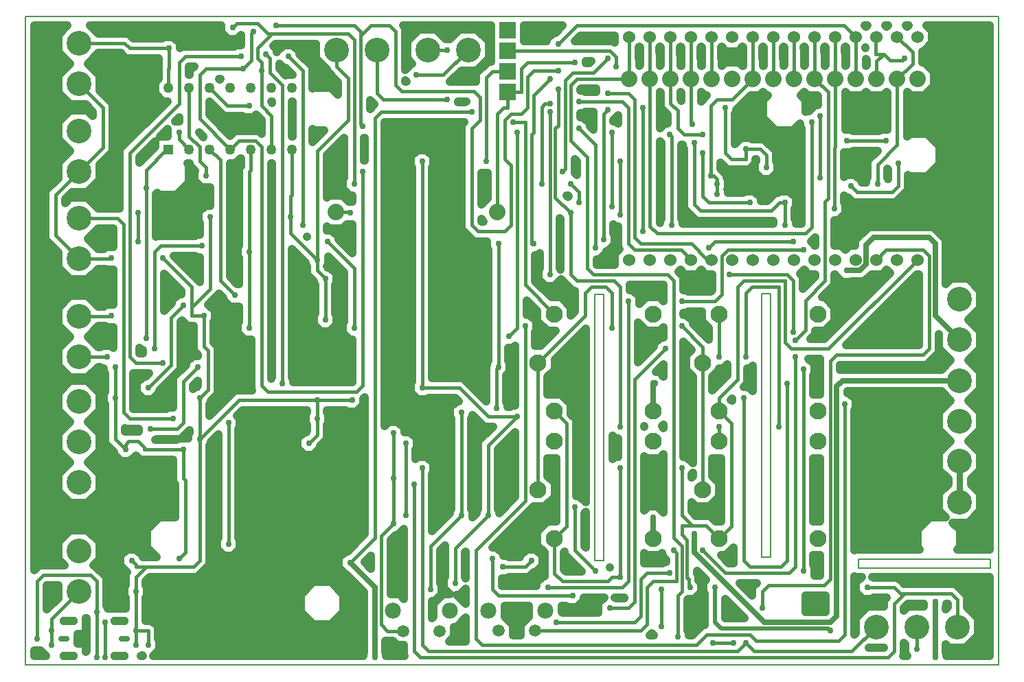
<source format=gbr>
<<<<<<< HEAD
G04 PROTEUS GERBER X2 FILE*
%TF.GenerationSoftware,Labcenter,Proteus,8.11-SP0-Build30052*%
%TF.CreationDate,2021-11-08T23:16:57+00:00*%
%TF.FileFunction,Copper,L2,Bot*%
%TF.FilePolarity,Positive*%
%TF.Part,Single*%
%TF.SameCoordinates,{af5e3d67-cc9f-4e8b-9fcc-2bf036155207}*%
%FSLAX45Y45*%
%MOMM*%
G01*
%TA.AperFunction,Conductor*%
%ADD10C,0.381000*%
%ADD50C,0.762000*%
%ADD11C,0.635000*%
%ADD12C,0.508000*%
%TA.AperFunction,ViaPad*%
%ADD13C,0.762000*%
%TA.AperFunction,Conductor*%
%ADD14C,1.016000*%
%TA.AperFunction,WasherPad*%
%ADD15C,1.524000*%
%TA.AperFunction,ComponentPad*%
%ADD16C,2.032000*%
%TA.AperFunction,ComponentPad*%
%ADD17R,2.032000X2.032000*%
%TA.AperFunction,ComponentPad*%
%ADD18C,3.048000*%
%TA.AperFunction,ComponentPad*%
%ADD19C,2.100000*%
%TA.AperFunction,ComponentPad*%
%ADD25R,1.270000X1.270000*%
%ADD26C,1.270000*%
%TA.AperFunction,ComponentPad*%
%ADD41C,1.520000*%
%ADD42C,1.980000*%
%AMPPAD040*
4,1,34,
-0.550010,0.550000,
0.550010,0.550000,
0.662460,0.539060,
0.766460,0.507570,
0.859980,0.457550,
0.941020,0.391020,
1.007550,0.309980,
1.057570,0.216460,
1.089060,0.112460,
1.100000,-0.000010,
1.089060,-0.112460,
1.057570,-0.216460,
1.007550,-0.309980,
0.941020,-0.391020,
0.859980,-0.457550,
0.766460,-0.507570,
0.662460,-0.539060,
0.550010,-0.550000,
-0.550010,-0.550000,
-0.662460,-0.539060,
-0.766460,-0.507570,
-0.859980,-0.457550,
-0.941020,-0.391020,
-1.007550,-0.309980,
-1.057570,-0.216460,
-1.089060,-0.112460,
-1.100000,0.000010,
-1.089060,0.112460,
-1.057570,0.216460,
-1.007550,0.309980,
-0.941020,0.391020,
-0.859980,0.457550,
-0.766460,0.507570,
-0.662460,0.539060,
-0.550010,0.550000,
0*%
%TA.AperFunction,ComponentPad*%
%ADD46PPAD040*%
%AMPPAD041*
4,1,34,
-0.350010,0.350000,
0.350010,0.350000,
0.421570,0.343040,
0.487750,0.323000,
0.547260,0.291170,
0.598830,0.248830,
0.641170,0.197260,
0.673000,0.137750,
0.693040,0.071570,
0.700000,-0.000010,
0.693040,-0.071570,
0.673000,-0.137750,
0.641170,-0.197260,
0.598830,-0.248830,
0.547260,-0.291170,
0.487750,-0.323000,
0.421570,-0.343040,
0.350010,-0.350000,
-0.350010,-0.350000,
-0.421570,-0.343040,
-0.487750,-0.323000,
-0.547260,-0.291170,
-0.598830,-0.248830,
-0.641170,-0.197260,
-0.673000,-0.137750,
-0.693040,-0.071570,
-0.700000,0.000010,
-0.693040,0.071570,
-0.673000,0.137750,
-0.641170,0.197260,
-0.598830,0.248830,
-0.547260,0.291170,
-0.487750,0.323000,
-0.421570,0.343040,
-0.350010,0.350000,
0*%
%ADD47PPAD041*%
%TA.AperFunction,Profile*%
%ADD49C,0.203200*%
%TD.AperFunction*%
G36*
X+10883000Y+7884446D02*
X+10869206Y+7898240D01*
X+10896794Y+7898240D01*
X+10883000Y+7884446D01*
G37*
G36*
X+10629000Y+7884446D02*
X+10615206Y+7898240D01*
X+10642794Y+7898240D01*
X+10629000Y+7884446D01*
G37*
G36*
X+10375000Y+7884446D02*
X+10361206Y+7898240D01*
X+10388794Y+7898240D01*
X+10375000Y+7884446D01*
G37*
G36*
X+6547677Y+7810499D02*
X+6520735Y+7810499D01*
X+6438901Y+7728665D01*
X+6438901Y+7706649D01*
X+6163199Y+7706649D01*
X+6163199Y+7898240D01*
X+6635418Y+7898240D01*
X+6547677Y+7810499D01*
G37*
G36*
X+2425701Y+7816135D02*
X+2507535Y+7734301D01*
X+2623265Y+7734301D01*
X+2673351Y+7784387D01*
X+2673351Y+7658099D01*
X+2609135Y+7658099D01*
X+2590085Y+7639049D01*
X+1931227Y+7639049D01*
X+1917699Y+7625521D01*
X+1917699Y+7677865D01*
X+1835865Y+7759699D01*
X+1720135Y+7759699D01*
X+1701085Y+7740649D01*
X+1345373Y+7740649D01*
X+1285753Y+7800269D01*
X+908560Y+7800269D01*
X+810589Y+7898240D01*
X+2425701Y+7898240D01*
X+2425701Y+7816135D01*
G37*
G36*
X+5756801Y+7636801D02*
X+5756801Y+7452649D01*
X+5715827Y+7452649D01*
X+5568952Y+7305774D01*
X+5568952Y+7207249D01*
X+5248251Y+7207249D01*
X+5387003Y+7346001D01*
X+5575590Y+7346001D01*
X+5724379Y+7494790D01*
X+5724379Y+7705210D01*
X+5575590Y+7853999D01*
X+5365170Y+7853999D01*
X+5245470Y+7734299D01*
X+5194910Y+7734299D01*
X+5075210Y+7853999D01*
X+4864790Y+7853999D01*
X+4716001Y+7705210D01*
X+4716001Y+7494790D01*
X+4781292Y+7429499D01*
X+4768135Y+7429499D01*
X+4692649Y+7354013D01*
X+4692649Y+7873173D01*
X+4667582Y+7898240D01*
X+5756801Y+7898240D01*
X+5756801Y+7636801D01*
G37*
G36*
X+11898241Y+1430588D02*
X+11500545Y+1430588D01*
X+11531599Y+1461642D01*
X+11531599Y+1678358D01*
X+11442936Y+1767021D01*
X+11635210Y+1767021D01*
X+11783999Y+1915810D01*
X+11783999Y+2126230D01*
X+11669699Y+2240530D01*
X+11669699Y+2301890D01*
X+11783999Y+2416190D01*
X+11783999Y+2626610D01*
X+11640289Y+2770320D01*
X+11783999Y+2914030D01*
X+11783999Y+3124450D01*
X+11639019Y+3269430D01*
X+11783999Y+3414410D01*
X+11783999Y+3624830D01*
X+11639019Y+3769810D01*
X+11783999Y+3914790D01*
X+11783999Y+4125210D01*
X+11639019Y+4270190D01*
X+11783999Y+4415170D01*
X+11783999Y+4625590D01*
X+11635210Y+4774379D01*
X+11424790Y+4774379D01*
X+11360149Y+4709738D01*
X+11360149Y+5262233D01*
X+11205833Y+5416549D01*
X+10409567Y+5416549D01*
X+10241651Y+5248633D01*
X+10241651Y+5187799D01*
X+10174353Y+5187799D01*
X+10121000Y+5134446D01*
X+10067647Y+5187799D01*
X+9987648Y+5187799D01*
X+9987648Y+5499101D01*
X+10040065Y+5499101D01*
X+10121899Y+5580935D01*
X+10121899Y+5696665D01*
X+10102849Y+5715715D01*
X+10102849Y+5803187D01*
X+10127535Y+5778501D01*
X+10154477Y+5778501D01*
X+10211627Y+5721351D01*
X+10743373Y+5721351D01*
X+10890249Y+5868227D01*
X+10890249Y+6059794D01*
X+10911642Y+6038401D01*
X+11128358Y+6038401D01*
X+11281599Y+6191642D01*
X+11281599Y+6408358D01*
X+11128358Y+6561599D01*
X+10911642Y+6561599D01*
X+10880649Y+6530606D01*
X+10880649Y+7073282D01*
X+10887000Y+7079633D01*
X+10929832Y+7036801D01*
X+11098168Y+7036801D01*
X+11217199Y+7155832D01*
X+11217199Y+7324168D01*
X+11098168Y+7443199D01*
X+11068049Y+7443199D01*
X+11068049Y+7582201D01*
X+11083647Y+7582201D01*
X+11187799Y+7686353D01*
X+11187799Y+7833647D01*
X+11123206Y+7898240D01*
X+11898241Y+7898240D01*
X+11898241Y+1430588D01*
G37*
G36*
X+416001Y+7784830D02*
X+416001Y+7574410D01*
X+560981Y+7429430D01*
X+416001Y+7284450D01*
X+416001Y+7074030D01*
X+564790Y+6925241D01*
X+753377Y+6925241D01*
X+844551Y+6834067D01*
X+844551Y+6784278D01*
X+775210Y+6853619D01*
X+564790Y+6853619D01*
X+416001Y+6704830D01*
X+416001Y+6494410D01*
X+560981Y+6349430D01*
X+416001Y+6204450D01*
X+416001Y+6015863D01*
X+260351Y+5860213D01*
X+260351Y+5258267D01*
X+416001Y+5102617D01*
X+416001Y+4914030D01*
X+564790Y+4765241D01*
X+775210Y+4765241D01*
X+908560Y+4898591D01*
X+999845Y+4898591D01*
X+1008935Y+4889501D01*
X+1098551Y+4889501D01*
X+1098551Y+4457699D01*
X+1008935Y+4457699D01*
X+981884Y+4430648D01*
X+908561Y+4430648D01*
X+775210Y+4563999D01*
X+564790Y+4563999D01*
X+416001Y+4415210D01*
X+416001Y+4204790D01*
X+560981Y+4059810D01*
X+416001Y+3914830D01*
X+416001Y+3704410D01*
X+564790Y+3555621D01*
X+775210Y+3555621D01*
X+908561Y+3688972D01*
X+939464Y+3688972D01*
X+958135Y+3670301D01*
X+977901Y+3670301D01*
X+977901Y+3625135D01*
X+996951Y+3606085D01*
X+996951Y+3378915D01*
X+977901Y+3359865D01*
X+977901Y+3244135D01*
X+996951Y+3225085D01*
X+996951Y+2744027D01*
X+1104901Y+2636077D01*
X+1104901Y+2609135D01*
X+1186735Y+2527301D01*
X+1302465Y+2527301D01*
X+1372370Y+2597206D01*
X+1423226Y+2546351D01*
X+1835151Y+2546351D01*
X+1835151Y+2261427D01*
X+1860551Y+2236027D01*
X+1860551Y+1831599D01*
X+1661642Y+1831599D01*
X+1508401Y+1678358D01*
X+1508401Y+1461642D01*
X+1630194Y+1339849D01*
X+1460499Y+1339849D01*
X+1460499Y+1353265D01*
X+1378665Y+1435099D01*
X+1262935Y+1435099D01*
X+1181101Y+1353265D01*
X+1181101Y+1237535D01*
X+1262935Y+1155701D01*
X+1264477Y+1155701D01*
X+1264478Y+1155700D01*
X+1250951Y+1142173D01*
X+1250951Y+991315D01*
X+1231901Y+972265D01*
X+1231901Y+856535D01*
X+1250951Y+837485D01*
X+1250951Y+706599D01*
X+1028699Y+706599D01*
X+1028699Y+718265D01*
X+1009649Y+737315D01*
X+1009649Y+1091373D01*
X+862773Y+1238249D01*
X+847458Y+1238249D01*
X+923999Y+1314790D01*
X+923999Y+1525210D01*
X+775210Y+1673999D01*
X+564790Y+1673999D01*
X+416001Y+1525210D01*
X+416001Y+1314790D01*
X+492542Y+1238249D01*
X+178627Y+1238249D01*
X+121759Y+1181381D01*
X+121759Y+7898240D01*
X+529411Y+7898240D01*
X+416001Y+7784830D01*
G37*
%LPC*%
G36*
X+923999Y+3365590D02*
X+923999Y+3155170D01*
X+779019Y+3010190D01*
X+923999Y+2865210D01*
X+923999Y+2654790D01*
X+779019Y+2509810D01*
X+923999Y+2364830D01*
X+923999Y+2154410D01*
X+775210Y+2005621D01*
X+564790Y+2005621D01*
X+416001Y+2154410D01*
X+416001Y+2364830D01*
X+560981Y+2509810D01*
X+416001Y+2654790D01*
X+416001Y+2865210D01*
X+560981Y+3010190D01*
X+416001Y+3155170D01*
X+416001Y+3365590D01*
X+564790Y+3514379D01*
X+775210Y+3514379D01*
X+923999Y+3365590D01*
G37*
%LPD*%
G36*
X+4197351Y+1624773D02*
X+3982277Y+1409699D01*
X+3955335Y+1409699D01*
X+3873501Y+1327865D01*
X+3873501Y+1212135D01*
X+3955335Y+1130301D01*
X+3964317Y+1130301D01*
X+4184651Y+909967D01*
X+4184651Y+165815D01*
X+4178301Y+159465D01*
X+4178301Y+121760D01*
X+1589324Y+121760D01*
X+1663699Y+196135D01*
X+1663699Y+311865D01*
X+1644649Y+330915D01*
X+1644649Y+481774D01*
X+1573975Y+552448D01*
X+1492249Y+552448D01*
X+1492249Y+837485D01*
X+1511299Y+856535D01*
X+1511299Y+972265D01*
X+1492249Y+991315D01*
X+1492249Y+1042227D01*
X+1548573Y+1098551D01*
X+2132773Y+1098551D01*
X+2279649Y+1245427D01*
X+2279649Y+2717085D01*
X+2298699Y+2736135D01*
X+2298699Y+2763077D01*
X+2393951Y+2858329D01*
X+2393951Y+1575515D01*
X+2374901Y+1556465D01*
X+2374901Y+1440735D01*
X+2456735Y+1358901D01*
X+2572465Y+1358901D01*
X+2654299Y+1440735D01*
X+2654299Y+1556465D01*
X+2635249Y+1575515D01*
X+2635249Y+2920285D01*
X+2654299Y+2939335D01*
X+2654299Y+3055065D01*
X+2622493Y+3086871D01*
X+2691573Y+3155951D01*
X+3486151Y+3155951D01*
X+3486151Y+3124915D01*
X+3467101Y+3105865D01*
X+3467101Y+2990135D01*
X+3486151Y+2971085D01*
X+3486151Y+2894773D01*
X+3474277Y+2882899D01*
X+3447335Y+2882899D01*
X+3365501Y+2801065D01*
X+3365501Y+2685335D01*
X+3447335Y+2603501D01*
X+3563065Y+2603501D01*
X+3644899Y+2685335D01*
X+3644899Y+2712277D01*
X+3727449Y+2794827D01*
X+3727449Y+2971085D01*
X+3746499Y+2990135D01*
X+3746499Y+3105865D01*
X+3727449Y+3124915D01*
X+3727449Y+3155951D01*
X+3961685Y+3155951D01*
X+3980735Y+3136901D01*
X+4096465Y+3136901D01*
X+4178299Y+3218735D01*
X+4178299Y+3296477D01*
X+4197351Y+3315529D01*
X+4197351Y+1624773D01*
G37*
%LPC*%
G36*
X+3408401Y+661642D02*
X+3408401Y+878358D01*
X+3561642Y+1031599D01*
X+3778358Y+1031599D01*
X+3931599Y+878358D01*
X+3931599Y+661642D01*
X+3778358Y+508401D01*
X+3561642Y+508401D01*
X+3408401Y+661642D01*
G37*
%LPD*%
G36*
X+11898241Y+121760D02*
X+11366499Y+121760D01*
X+11366499Y+159465D01*
X+11360149Y+165815D01*
X+11360149Y+261022D01*
X+11395170Y+226001D01*
X+11605590Y+226001D01*
X+11754379Y+374790D01*
X+11754379Y+585210D01*
X+11621029Y+718560D01*
X+11621029Y+862773D01*
X+11474153Y+1009649D01*
X+10844973Y+1009649D01*
X+10839449Y+1015174D01*
X+10768774Y+1085849D01*
X+10465515Y+1085849D01*
X+10454296Y+1097068D01*
X+11898241Y+1097068D01*
X+11898241Y+121760D01*
G37*
G36*
X+10859114Y+261678D02*
X+10858501Y+261065D01*
X+10858501Y+145335D01*
X+10882076Y+121760D01*
X+10833382Y+121760D01*
X+10839449Y+127827D01*
X+10839449Y+281342D01*
X+10859114Y+261678D01*
G37*
G36*
X+4596436Y+252401D02*
X+4679951Y+252401D01*
X+4679951Y+127827D01*
X+4686018Y+121760D01*
X+4457699Y+121760D01*
X+4457699Y+159465D01*
X+4451349Y+165815D01*
X+4451349Y+309351D01*
X+4539486Y+309351D01*
X+4596436Y+252401D01*
G37*
G36*
X+1458676Y+121760D02*
X+1436924Y+121760D01*
X+1447800Y+132636D01*
X+1458676Y+121760D01*
G37*
G36*
X+264876Y+121760D02*
X+121759Y+121760D01*
X+121759Y+190501D01*
X+196135Y+190501D01*
X+264876Y+121760D01*
G37*
G36*
X+7276201Y+7694021D02*
X+7263573Y+7706649D01*
X+6785071Y+7706649D01*
X+6857173Y+7778751D01*
X+7276201Y+7778751D01*
X+7276201Y+7694021D01*
G37*
G36*
X+10369551Y+7618271D02*
X+10368649Y+7619173D01*
X+10368649Y+7629203D01*
X+10369551Y+7630105D01*
X+10369551Y+7618271D01*
G37*
G36*
X+8857351Y+7629203D02*
X+8857351Y+7402718D01*
X+8855000Y+7400367D01*
X+8812168Y+7443199D01*
X+8643832Y+7443199D01*
X+8601000Y+7400367D01*
X+8594649Y+7406718D01*
X+8594649Y+7492173D01*
X+8590649Y+7496173D01*
X+8590649Y+7629203D01*
X+8597000Y+7635554D01*
X+8650353Y+7582201D01*
X+8797647Y+7582201D01*
X+8851000Y+7635554D01*
X+8857351Y+7629203D01*
G37*
G36*
X+6960427Y+7435849D02*
X+6921499Y+7435849D01*
X+6921499Y+7465351D01*
X+6989929Y+7465351D01*
X+6960427Y+7435849D01*
G37*
G36*
X+10385351Y+7478026D02*
X+10385351Y+7406718D01*
X+10379000Y+7400367D01*
X+10372649Y+7406718D01*
X+10372649Y+7490728D01*
X+10385351Y+7478026D01*
G37*
G36*
X+10127351Y+7629203D02*
X+10127351Y+7519227D01*
X+10131351Y+7515227D01*
X+10131351Y+7406718D01*
X+10125000Y+7400367D01*
X+10118649Y+7406718D01*
X+10118649Y+7568373D01*
X+10114649Y+7572373D01*
X+10114649Y+7629203D01*
X+10121000Y+7635554D01*
X+10127351Y+7629203D01*
G37*
G36*
X+9873351Y+7629203D02*
X+9873351Y+7472427D01*
X+9877351Y+7468427D01*
X+9877351Y+7406718D01*
X+9871000Y+7400367D01*
X+9864649Y+7406718D01*
X+9864649Y+7568373D01*
X+9860649Y+7572373D01*
X+9860649Y+7629203D01*
X+9867000Y+7635554D01*
X+9873351Y+7629203D01*
G37*
G36*
X+9619351Y+7629203D02*
X+9619351Y+7472427D01*
X+9623351Y+7468427D01*
X+9623351Y+7406718D01*
X+9617000Y+7400367D01*
X+9610649Y+7406718D01*
X+9610649Y+7615173D01*
X+9606649Y+7619173D01*
X+9606649Y+7629203D01*
X+9613000Y+7635554D01*
X+9619351Y+7629203D01*
G37*
G36*
X+9365351Y+7629203D02*
X+9365351Y+7519227D01*
X+9369351Y+7515227D01*
X+9369351Y+7406718D01*
X+9363000Y+7400367D01*
X+9356649Y+7406718D01*
X+9356649Y+7492173D01*
X+9352649Y+7496173D01*
X+9352649Y+7629203D01*
X+9359000Y+7635554D01*
X+9365351Y+7629203D01*
G37*
G36*
X+9111351Y+7629203D02*
X+9111351Y+7402718D01*
X+9109000Y+7400367D01*
X+9102649Y+7406718D01*
X+9102649Y+7492173D01*
X+9098649Y+7496173D01*
X+9098649Y+7629203D01*
X+9105000Y+7635554D01*
X+9111351Y+7629203D01*
G37*
G36*
X+8349351Y+7629203D02*
X+8349351Y+7402718D01*
X+8347000Y+7400367D01*
X+8340649Y+7406718D01*
X+8340649Y+7492173D01*
X+8336649Y+7496173D01*
X+8336649Y+7629203D01*
X+8343000Y+7635554D01*
X+8349351Y+7629203D01*
G37*
G36*
X+8095351Y+7629203D02*
X+8095351Y+7402718D01*
X+8093000Y+7400367D01*
X+8086649Y+7406718D01*
X+8086649Y+7538973D01*
X+8082649Y+7542973D01*
X+8082649Y+7629203D01*
X+8089000Y+7635554D01*
X+8095351Y+7629203D01*
G37*
G36*
X+7841351Y+7629203D02*
X+7841351Y+7443027D01*
X+7845351Y+7439027D01*
X+7845351Y+7406718D01*
X+7839000Y+7400367D01*
X+7832649Y+7406718D01*
X+7832649Y+7568373D01*
X+7828649Y+7572373D01*
X+7828649Y+7629203D01*
X+7835000Y+7635554D01*
X+7841351Y+7629203D01*
G37*
G36*
X+7587351Y+7629203D02*
X+7587351Y+7472427D01*
X+7591351Y+7468427D01*
X+7591351Y+7406718D01*
X+7585000Y+7400367D01*
X+7578649Y+7406718D01*
X+7578649Y+7492173D01*
X+7574649Y+7496173D01*
X+7574649Y+7629203D01*
X+7581000Y+7635554D01*
X+7587351Y+7629203D01*
G37*
G36*
X+2073689Y+7375111D02*
X+2038351Y+7339773D01*
X+2038351Y+7295099D01*
X+2025649Y+7295099D01*
X+2025649Y+7392227D01*
X+2031173Y+7397751D01*
X+2096329Y+7397751D01*
X+2073689Y+7375111D01*
G37*
G36*
X+3193335Y+7378701D02*
X+3220277Y+7378701D01*
X+3303879Y+7295099D01*
X+3231614Y+7295099D01*
X+3222468Y+7285954D01*
X+3143249Y+7365173D01*
X+3143249Y+7428787D01*
X+3193335Y+7378701D01*
G37*
G36*
X+2411000Y+7236485D02*
X+2402134Y+7245351D01*
X+2419866Y+7245351D01*
X+2411000Y+7236485D01*
G37*
G36*
X+4710987Y+7207249D02*
X+4698173Y+7207249D01*
X+4692649Y+7212773D01*
X+4692649Y+7225587D01*
X+4710987Y+7207249D01*
G37*
G36*
X+7048501Y+7119065D02*
X+7048501Y+7080249D01*
X+6909515Y+7080249D01*
X+6890465Y+7099299D01*
X+6851649Y+7099299D01*
X+6851649Y+7112827D01*
X+6858173Y+7119351D01*
X+7048787Y+7119351D01*
X+7048501Y+7119065D01*
G37*
G36*
X+3595621Y+7494790D02*
X+3728971Y+7361440D01*
X+3728971Y+7341427D01*
X+3867151Y+7203247D01*
X+3867151Y+7042806D01*
X+3778358Y+7131599D01*
X+3561642Y+7131599D01*
X+3549649Y+7119606D01*
X+3549649Y+7390573D01*
X+3390899Y+7549323D01*
X+3390899Y+7576265D01*
X+3309065Y+7658099D01*
X+3193335Y+7658099D01*
X+3111501Y+7576265D01*
X+3111501Y+7574721D01*
X+3111499Y+7574723D01*
X+3111499Y+7601665D01*
X+3066993Y+7646171D01*
X+3097973Y+7677151D01*
X+3595621Y+7677151D01*
X+3595621Y+7494790D01*
G37*
G36*
X+10639351Y+7073282D02*
X+10639351Y+6616699D01*
X+10559335Y+6616699D01*
X+10540285Y+6597649D01*
X+10211515Y+6597649D01*
X+10192465Y+6616699D01*
X+10118649Y+6616699D01*
X+10118649Y+7073282D01*
X+10125000Y+7079633D01*
X+10167832Y+7036801D01*
X+10336168Y+7036801D01*
X+10379000Y+7079633D01*
X+10421832Y+7036801D01*
X+10590168Y+7036801D01*
X+10633000Y+7079633D01*
X+10639351Y+7073282D01*
G37*
G36*
X+8099351Y+7073282D02*
X+8099351Y+6971471D01*
X+8086649Y+6984173D01*
X+8086649Y+7073282D01*
X+8093000Y+7079633D01*
X+8099351Y+7073282D01*
G37*
G36*
X+8389832Y+7036801D02*
X+8415579Y+7036801D01*
X+8340649Y+6961871D01*
X+8340649Y+7073282D01*
X+8347000Y+7079633D01*
X+8389832Y+7036801D01*
G37*
G36*
X+5434885Y+6953249D02*
X+5346699Y+6953249D01*
X+5346699Y+6965951D01*
X+5447587Y+6965951D01*
X+5434885Y+6953249D01*
G37*
G36*
X+3054351Y+6946071D02*
X+3041649Y+6958773D01*
X+3041649Y+6964901D01*
X+3054351Y+6964901D01*
X+3054351Y+6946071D01*
G37*
G36*
X+4264689Y+6975889D02*
X+4315778Y+6924800D01*
X+4260848Y+6869870D01*
X+4260848Y+6979730D01*
X+4264689Y+6975889D01*
G37*
G36*
X+9659832Y+7036801D02*
X+9776577Y+7036801D01*
X+9785351Y+7028027D01*
X+9785351Y+6921499D01*
X+9746535Y+6921499D01*
X+9670335Y+6845299D01*
X+9644935Y+6845299D01*
X+9631599Y+6831963D01*
X+9631599Y+6978358D01*
X+9573156Y+7036801D01*
X+9574168Y+7036801D01*
X+9617000Y+7079633D01*
X+9659832Y+7036801D01*
G37*
G36*
X+1909351Y+6718299D02*
X+1859721Y+6718299D01*
X+1909351Y+6767929D01*
X+1909351Y+6718299D01*
G37*
G36*
X+7321551Y+6693613D02*
X+7296865Y+6718299D01*
X+7258049Y+6718299D01*
X+7258049Y+6730285D01*
X+7321551Y+6793787D01*
X+7321551Y+6693613D01*
G37*
G36*
X+7845351Y+7073282D02*
X+7845351Y+6884227D01*
X+7931151Y+6798427D01*
X+7931151Y+6692899D01*
X+7892335Y+6692899D01*
X+7832649Y+6633213D01*
X+7832649Y+7073282D01*
X+7839000Y+7079633D01*
X+7845351Y+7073282D01*
G37*
G36*
X+7016751Y+6615871D02*
X+6972299Y+6660323D01*
X+6972299Y+6687265D01*
X+6890465Y+6769099D01*
X+6851649Y+6769099D01*
X+6851649Y+6819901D01*
X+6890465Y+6819901D01*
X+6909515Y+6838951D01*
X+7016751Y+6838951D01*
X+7016751Y+6615871D01*
G37*
G36*
X+2419889Y+6823489D02*
X+2455226Y+6788152D01*
X+2505200Y+6788152D01*
X+2691685Y+6788151D01*
X+2710735Y+6769101D01*
X+2826465Y+6769101D01*
X+2858271Y+6800907D01*
X+2925351Y+6733827D01*
X+2925351Y+6567071D01*
X+2894773Y+6597649D01*
X+2597027Y+6597649D01*
X+2538000Y+6538622D01*
X+2279649Y+6796973D01*
X+2279649Y+6963729D01*
X+2419889Y+6823489D01*
G37*
G36*
X+3308351Y+6533099D02*
X+3295649Y+6533099D01*
X+3295649Y+6964901D01*
X+3308351Y+6964901D01*
X+3308351Y+6533099D01*
G37*
G36*
X+1765301Y+6533099D02*
X+1674521Y+6533099D01*
X+1765301Y+6623879D01*
X+1765301Y+6533099D01*
G37*
G36*
X+2208946Y+6526432D02*
X+2206468Y+6523954D01*
X+2150649Y+6579773D01*
X+2150649Y+6584729D01*
X+2208946Y+6526432D01*
G37*
G36*
X+3561642Y+6608401D02*
X+3694579Y+6608401D01*
X+3549649Y+6463471D01*
X+3549649Y+6620394D01*
X+3561642Y+6608401D01*
G37*
G36*
X+4197351Y+6235699D02*
X+4184649Y+6235699D01*
X+4184649Y+6515101D01*
X+4197351Y+6515101D01*
X+4197351Y+6235699D01*
G37*
G36*
X+9023352Y+6249226D02*
X+9023352Y+6223716D01*
X+9010648Y+6211012D01*
X+9010648Y+6254751D01*
X+9017827Y+6254751D01*
X+9023352Y+6249226D01*
G37*
G36*
X+1610901Y+6401523D02*
X+1416049Y+6206671D01*
X+1416049Y+6274627D01*
X+1610901Y+6469479D01*
X+1610901Y+6401523D01*
G37*
G36*
X+6813551Y+6223827D02*
X+6813551Y+6058613D01*
X+6788865Y+6083299D01*
X+6784973Y+6083299D01*
X+6784973Y+6252405D01*
X+6813551Y+6223827D01*
G37*
G36*
X+10648951Y+6120685D02*
X+10648951Y+6007813D01*
X+10636249Y+6020515D01*
X+10636249Y+6131827D01*
X+10637029Y+6132607D01*
X+10648951Y+6120685D01*
G37*
G36*
X+9151832Y+7036801D02*
X+9166844Y+7036801D01*
X+9108401Y+6978358D01*
X+9108401Y+6761642D01*
X+9261642Y+6608401D01*
X+9478358Y+6608401D01*
X+9563101Y+6693144D01*
X+9563101Y+6647735D01*
X+9582151Y+6628685D01*
X+9582151Y+5460173D01*
X+9576627Y+5454649D01*
X+9512299Y+5454649D01*
X+9512299Y+5493465D01*
X+9493249Y+5512515D01*
X+9493249Y+5638085D01*
X+9512299Y+5657135D01*
X+9512299Y+5772865D01*
X+9430465Y+5854699D01*
X+9314735Y+5854699D01*
X+9295685Y+5835649D01*
X+9259127Y+5835649D01*
X+9157527Y+5734049D01*
X+9080499Y+5734049D01*
X+9080499Y+5772865D01*
X+8998665Y+5854699D01*
X+8882935Y+5854699D01*
X+8863885Y+5835649D01*
X+8674099Y+5835649D01*
X+8674099Y+5874465D01*
X+8668464Y+5880100D01*
X+8674099Y+5885735D01*
X+8674099Y+6001465D01*
X+8655049Y+6020515D01*
X+8655049Y+6057073D01*
X+8578849Y+6133273D01*
X+8578849Y+6211129D01*
X+8662227Y+6127751D01*
X+8939974Y+6127751D01*
X+9004301Y+6192078D01*
X+9004301Y+6088935D01*
X+9086135Y+6007101D01*
X+9201865Y+6007101D01*
X+9283699Y+6088935D01*
X+9283699Y+6204665D01*
X+9264648Y+6223716D01*
X+9264648Y+6349174D01*
X+9117773Y+6496049D01*
X+8966915Y+6496049D01*
X+8947865Y+6515099D01*
X+8832135Y+6515099D01*
X+8756649Y+6439613D01*
X+8756649Y+6806485D01*
X+8775699Y+6825535D01*
X+8775699Y+6864351D01*
X+8776973Y+6864351D01*
X+8949423Y+7036801D01*
X+9066168Y+7036801D01*
X+9109000Y+7079633D01*
X+9151832Y+7036801D01*
G37*
G36*
X+10394951Y+6231773D02*
X+10394951Y+6020515D01*
X+10375901Y+6001465D01*
X+10375901Y+5962649D01*
X+10325099Y+5962649D01*
X+10325099Y+5976065D01*
X+10243265Y+6057899D01*
X+10127535Y+6057899D01*
X+10102849Y+6033213D01*
X+10102849Y+6335027D01*
X+10105123Y+6337301D01*
X+10192465Y+6337301D01*
X+10211515Y+6356351D01*
X+10519529Y+6356351D01*
X+10394951Y+6231773D01*
G37*
G36*
X+2038351Y+6173027D02*
X+2101907Y+6109471D01*
X+2095501Y+6103065D01*
X+2095501Y+5987335D01*
X+2177335Y+5905501D01*
X+2292351Y+5905501D01*
X+2292351Y+5676899D01*
X+2228135Y+5676899D01*
X+2146301Y+5595065D01*
X+2146301Y+5479335D01*
X+2165351Y+5460285D01*
X+2165351Y+5321299D01*
X+2126535Y+5321299D01*
X+2107485Y+5302249D01*
X+1626427Y+5302249D01*
X+1619249Y+5295071D01*
X+1619249Y+5815885D01*
X+1636704Y+5833340D01*
X+1661642Y+5808401D01*
X+1878358Y+5808401D01*
X+2031599Y+5961642D01*
X+2031599Y+6178358D01*
X+2007056Y+6202901D01*
X+2038351Y+6202901D01*
X+2038351Y+6173027D01*
G37*
G36*
X+6711951Y+5792027D02*
X+6711951Y+5791915D01*
X+6704829Y+5784793D01*
X+6685721Y+5803901D01*
X+6700077Y+5803901D01*
X+6711951Y+5792027D01*
G37*
G36*
X+3943351Y+6020515D02*
X+3924301Y+6001465D01*
X+3924301Y+5885735D01*
X+4006135Y+5803901D01*
X+4044951Y+5803901D01*
X+4044951Y+5727699D01*
X+3999668Y+5727699D01*
X+3924168Y+5803199D01*
X+3755832Y+5803199D01*
X+3727448Y+5774815D01*
X+3727448Y+6300026D01*
X+3943351Y+6515929D01*
X+3943351Y+6020515D01*
G37*
G36*
X+5709351Y+5766718D02*
X+5632449Y+5689816D01*
X+5632449Y+6083301D01*
X+5709351Y+6083301D01*
X+5709351Y+5766718D01*
G37*
G36*
X+1210089Y+7534689D02*
X+1245427Y+7499351D01*
X+1657351Y+7499351D01*
X+1657351Y+7417973D01*
X+1655351Y+7415973D01*
X+1655351Y+7242836D01*
X+1610901Y+7198386D01*
X+1610901Y+7061614D01*
X+1707614Y+6964901D01*
X+1765079Y+6964901D01*
X+1174751Y+6374573D01*
X+1174751Y+5640269D01*
X+908560Y+5640269D01*
X+775210Y+5773619D01*
X+564790Y+5773619D01*
X+501649Y+5710478D01*
X+501649Y+5760267D01*
X+586623Y+5845241D01*
X+775210Y+5845241D01*
X+923999Y+5994030D01*
X+923999Y+6182617D01*
X+1085849Y+6344467D01*
X+1085849Y+6934013D01*
X+923999Y+7095863D01*
X+923999Y+7284450D01*
X+779019Y+7429430D01*
X+908560Y+7558971D01*
X+1185807Y+7558971D01*
X+1210089Y+7534689D01*
G37*
G36*
X+5662584Y+5480049D02*
X+5637973Y+5480049D01*
X+5632449Y+5485573D01*
X+5632449Y+5510184D01*
X+5662584Y+5480049D01*
G37*
G36*
X+7854952Y+6450884D02*
X+7854951Y+5512515D01*
X+7835901Y+5493465D01*
X+7835901Y+5466521D01*
X+7832649Y+5469773D01*
X+7832649Y+6473187D01*
X+7854952Y+6450884D01*
G37*
G36*
X+8115301Y+6393735D02*
X+8134351Y+6374685D01*
X+8134351Y+5639627D01*
X+8281227Y+5492751D01*
X+9232901Y+5492751D01*
X+9232901Y+5454649D01*
X+8115299Y+5454649D01*
X+8115299Y+5493465D01*
X+8096249Y+5512515D01*
X+8096248Y+6432551D01*
X+8115301Y+6432551D01*
X+8115301Y+6393735D01*
G37*
G36*
X+4044951Y+5091871D02*
X+3873499Y+5263323D01*
X+3873499Y+5290265D01*
X+3791665Y+5372099D01*
X+3727449Y+5372099D01*
X+3727449Y+5425184D01*
X+3755832Y+5396801D01*
X+3924168Y+5396801D01*
X+3975668Y+5448301D01*
X+4044951Y+5448301D01*
X+4044951Y+5091871D01*
G37*
G36*
X+3486151Y+5295071D02*
X+3485321Y+5295901D01*
X+3486151Y+5295901D01*
X+3486151Y+5295071D01*
G37*
G36*
X+9746352Y+5187799D02*
X+9740899Y+5187799D01*
X+9740899Y+5188665D01*
X+9696393Y+5233171D01*
X+9746352Y+5283130D01*
X+9746352Y+5187799D01*
G37*
G36*
X+1098551Y+5393447D02*
X+1098551Y+5168899D01*
X+1008935Y+5168899D01*
X+979925Y+5139889D01*
X+908560Y+5139889D01*
X+779019Y+5269430D01*
X+908560Y+5398971D01*
X+1093027Y+5398971D01*
X+1098551Y+5393447D01*
G37*
G36*
X+7282735Y+5422901D02*
X+7321551Y+5422901D01*
X+7321551Y+5157027D01*
X+7335566Y+5143012D01*
X+7276201Y+5083647D01*
X+7276201Y+4946649D01*
X+7060373Y+4946649D01*
X+7054849Y+4952173D01*
X+7054849Y+5016501D01*
X+7093665Y+5016501D01*
X+7175499Y+5098335D01*
X+7175499Y+5118101D01*
X+7195265Y+5118101D01*
X+7277099Y+5199935D01*
X+7277099Y+5315665D01*
X+7258049Y+5334715D01*
X+7258049Y+5447587D01*
X+7282735Y+5422901D01*
G37*
G36*
X+6610351Y+5511085D02*
X+6610351Y+4890213D01*
X+6597649Y+4902915D01*
X+6597649Y+5523787D01*
X+6610351Y+5511085D01*
G37*
G36*
X+8396353Y+4832201D02*
X+8476351Y+4832201D01*
X+8476351Y+4633773D01*
X+8459027Y+4616449D01*
X+8179515Y+4616449D01*
X+8160465Y+4635499D01*
X+8121649Y+4635499D01*
X+8121649Y+4799773D01*
X+8062434Y+4858988D01*
X+8089000Y+4885554D01*
X+8142353Y+4832201D01*
X+8289647Y+4832201D01*
X+8343000Y+4885554D01*
X+8396353Y+4832201D01*
G37*
G36*
X+10671966Y+4842588D02*
X+9861627Y+4032249D01*
X+9689271Y+4032249D01*
X+9747248Y+4090226D01*
X+9747248Y+4133401D01*
X+9865576Y+4133401D01*
X+9986599Y+4254424D01*
X+9986599Y+4425576D01*
X+9865576Y+4546599D01*
X+9834421Y+4546599D01*
X+9987648Y+4699826D01*
X+9987648Y+4832201D01*
X+9994901Y+4832201D01*
X+9994901Y+4818935D01*
X+10076735Y+4737101D01*
X+10192465Y+4737101D01*
X+10198815Y+4743451D01*
X+10354033Y+4743451D01*
X+10442783Y+4832201D01*
X+10575647Y+4832201D01*
X+10629000Y+4885554D01*
X+10671966Y+4842588D01*
G37*
G36*
X+2126535Y+5041901D02*
X+2165351Y+5041901D01*
X+2165351Y+4736271D01*
X+1841499Y+5060123D01*
X+1841499Y+5060951D01*
X+2107485Y+5060951D01*
X+2126535Y+5041901D01*
G37*
G36*
X+2671352Y+6255163D02*
X+2671352Y+6169374D01*
X+2647951Y+6145973D01*
X+2647951Y+5182315D01*
X+2628901Y+5163265D01*
X+2628901Y+5047535D01*
X+2647951Y+5028485D01*
X+2647951Y+4711699D01*
X+2621723Y+4711699D01*
X+2533649Y+4799773D01*
X+2533649Y+6202901D01*
X+2606386Y+6202901D01*
X+2665000Y+6261515D01*
X+2671352Y+6255163D01*
G37*
G36*
X+9666353Y+4832201D02*
X+9746352Y+4832201D01*
X+9746352Y+4799774D01*
X+9594849Y+4648271D01*
X+9594849Y+4799773D01*
X+9561034Y+4833588D01*
X+9613000Y+4885554D01*
X+9666353Y+4832201D01*
G37*
G36*
X+7880351Y+4699827D02*
X+7880351Y+4501824D01*
X+7835576Y+4546599D01*
X+7664424Y+4546599D01*
X+7581899Y+4464074D01*
X+7581899Y+4553665D01*
X+7500065Y+4635499D01*
X+7461249Y+4635499D01*
X+7461249Y+4705351D01*
X+7874827Y+4705351D01*
X+7880351Y+4699827D01*
G37*
G36*
X+1936751Y+4623627D02*
X+1936751Y+4584699D01*
X+1897935Y+4584699D01*
X+1816101Y+4502865D01*
X+1816101Y+4475923D01*
X+1720849Y+4380671D01*
X+1720849Y+4839529D01*
X+1936751Y+4623627D01*
G37*
G36*
X+6356351Y+4902915D02*
X+6337301Y+4883865D01*
X+6337301Y+4768135D01*
X+6419135Y+4686301D01*
X+6534865Y+4686301D01*
X+6616699Y+4768135D01*
X+6616699Y+4769679D01*
X+6757227Y+4629151D01*
X+6788151Y+4629151D01*
X+6788151Y+4368773D01*
X+6736599Y+4317221D01*
X+6736599Y+4425576D01*
X+6615576Y+4546599D01*
X+6494023Y+4546599D01*
X+6292849Y+4747773D01*
X+6292849Y+5067301D01*
X+6331665Y+5067301D01*
X+6356351Y+5091987D01*
X+6356351Y+4902915D01*
G37*
G36*
X+8353401Y+4254424D02*
X+8439351Y+4168474D01*
X+8439351Y+4024871D01*
X+8242299Y+4221923D01*
X+8242299Y+4248865D01*
X+8160465Y+4330699D01*
X+8121649Y+4330699D01*
X+8121649Y+4356101D01*
X+8160465Y+4356101D01*
X+8179515Y+4375151D01*
X+8353401Y+4375151D01*
X+8353401Y+4254424D01*
G37*
G36*
X+11029951Y+3961573D02*
X+11024427Y+3956049D01*
X+10126671Y+3956049D01*
X+11002823Y+4832201D01*
X+11029951Y+4832201D01*
X+11029951Y+3961573D01*
G37*
G36*
X+6323401Y+4375977D02*
X+6323401Y+4254424D01*
X+6444424Y+4133401D01*
X+6552779Y+4133401D01*
X+6365977Y+3946599D01*
X+6292849Y+3946599D01*
X+6292849Y+4114085D01*
X+6311899Y+4133135D01*
X+6311899Y+4248865D01*
X+6230065Y+4330699D01*
X+6191249Y+4330699D01*
X+6191249Y+4508129D01*
X+6323401Y+4375977D01*
G37*
G36*
X+1008935Y+4178301D02*
X+1098551Y+4178301D01*
X+1098551Y+3925013D01*
X+1073865Y+3949699D01*
X+958135Y+3949699D01*
X+938704Y+3930268D01*
X+908561Y+3930268D01*
X+779019Y+4059810D01*
X+908561Y+4189352D01*
X+997884Y+4189352D01*
X+1008935Y+4178301D01*
G37*
G36*
X+1440735Y+3898901D02*
X+1460501Y+3898901D01*
X+1460501Y+3854449D01*
X+1421573Y+3854449D01*
X+1416049Y+3859973D01*
X+1416049Y+3923587D01*
X+1440735Y+3898901D01*
G37*
G36*
X+7664424Y+4133401D02*
X+7835576Y+4133401D01*
X+7880351Y+4178176D01*
X+7880351Y+4051299D01*
X+7841535Y+4051299D01*
X+7759701Y+3969465D01*
X+7759701Y+3942523D01*
X+7562849Y+3745671D01*
X+7562849Y+4234976D01*
X+7664424Y+4133401D01*
G37*
G36*
X+11276001Y+4085417D02*
X+11276001Y+3914790D01*
X+11420981Y+3769810D01*
X+11304140Y+3652969D01*
X+10052048Y+3652969D01*
X+10052048Y+3709226D01*
X+10057573Y+3714751D01*
X+11124373Y+3714751D01*
X+11271249Y+3861627D01*
X+11271249Y+4090169D01*
X+11276001Y+4085417D01*
G37*
G36*
X+7880351Y+3570635D02*
X+7827633Y+3623353D01*
X+7781775Y+3623353D01*
X+7880351Y+3721929D01*
X+7880351Y+3570635D01*
G37*
G36*
X+3054351Y+3556715D02*
X+3041649Y+3544013D01*
X+3041649Y+6202901D01*
X+3054351Y+6202901D01*
X+3054351Y+3556715D01*
G37*
G36*
X+3467101Y+4972877D02*
X+3467101Y+4945935D01*
X+3486151Y+4926885D01*
X+3486151Y+4826827D01*
X+3568701Y+4744277D01*
X+3568701Y+4717335D01*
X+3587751Y+4698285D01*
X+3587751Y+4344115D01*
X+3568701Y+4325065D01*
X+3568701Y+4209335D01*
X+3650535Y+4127501D01*
X+3766265Y+4127501D01*
X+3848099Y+4209335D01*
X+3848099Y+4325065D01*
X+3829049Y+4344115D01*
X+3829049Y+4698285D01*
X+3848099Y+4717335D01*
X+3848099Y+4833065D01*
X+3766265Y+4914899D01*
X+3739323Y+4914899D01*
X+3727449Y+4926773D01*
X+3727449Y+4926885D01*
X+3746499Y+4945935D01*
X+3746499Y+5049079D01*
X+3943351Y+4852227D01*
X+3943351Y+4242515D01*
X+3924301Y+4223465D01*
X+3924301Y+4107735D01*
X+4006135Y+4025901D01*
X+4044951Y+4025901D01*
X+4044951Y+3504373D01*
X+4039426Y+3498848D01*
X+3314699Y+3498848D01*
X+3314699Y+3537665D01*
X+3295649Y+3556715D01*
X+3295649Y+5144329D01*
X+3467101Y+4972877D01*
G37*
G36*
X+2139951Y+3453573D02*
X+2128077Y+3441699D01*
X+2101135Y+3441699D01*
X+2076449Y+3417013D01*
X+2076449Y+3455227D01*
X+2139951Y+3518729D01*
X+2139951Y+3453573D01*
G37*
G36*
X+8667751Y+3580573D02*
X+8480649Y+3393471D01*
X+8480649Y+3568474D01*
X+8566599Y+3654424D01*
X+8566599Y+3670301D01*
X+8617665Y+3670301D01*
X+8667751Y+3720387D01*
X+8667751Y+3580573D01*
G37*
G36*
X+8978865Y+3385299D02*
X+8922465Y+3441699D01*
X+8870121Y+3441699D01*
X+8909049Y+3480627D01*
X+8909049Y+3670301D01*
X+8947865Y+3670301D01*
X+8978865Y+3701301D01*
X+8978865Y+3385299D01*
G37*
G36*
X+9810752Y+3346599D02*
X+9721849Y+3346599D01*
X+9721849Y+3580685D01*
X+9740899Y+3599735D01*
X+9740899Y+3715465D01*
X+9665413Y+3790951D01*
X+9810752Y+3790951D01*
X+9810752Y+3346599D01*
G37*
G36*
X+2007425Y+4197352D02*
X+2089151Y+4197352D01*
X+2089151Y+3887027D01*
X+2139951Y+3836227D01*
X+2139951Y+3822699D01*
X+2075735Y+3822699D01*
X+1993901Y+3740865D01*
X+1993901Y+3713923D01*
X+1835151Y+3555173D01*
X+1835151Y+3187699D01*
X+1770935Y+3187699D01*
X+1751885Y+3168649D01*
X+1345373Y+3168649D01*
X+1339849Y+3174173D01*
X+1339849Y+3613151D01*
X+1537529Y+3613151D01*
X+1493077Y+3568699D01*
X+1466135Y+3568699D01*
X+1384301Y+3486865D01*
X+1384301Y+3371135D01*
X+1466135Y+3289301D01*
X+1581865Y+3289301D01*
X+1663699Y+3371135D01*
X+1663699Y+3398077D01*
X+1924049Y+3658427D01*
X+1924049Y+4242627D01*
X+1943100Y+4261678D01*
X+2007425Y+4197352D01*
G37*
G36*
X+8724901Y+3267274D02*
X+8710298Y+3281876D01*
X+8724901Y+3296479D01*
X+8724901Y+3267274D01*
G37*
G36*
X+5391151Y+6679373D02*
X+5391151Y+5385627D01*
X+5538027Y+5238751D01*
X+5702301Y+5238751D01*
X+5702301Y+5149135D01*
X+5721351Y+5130085D01*
X+5721351Y+3759915D01*
X+5702301Y+3740865D01*
X+5702301Y+3713923D01*
X+5695951Y+3707573D01*
X+5695951Y+3263071D01*
X+5409373Y+3549649D01*
X+5022849Y+3549649D01*
X+5022849Y+6146085D01*
X+5041899Y+6165135D01*
X+5041899Y+6280865D01*
X+4960065Y+6362699D01*
X+4844335Y+6362699D01*
X+4762501Y+6280865D01*
X+4762501Y+6165135D01*
X+4781551Y+6146085D01*
X+4781551Y+3505915D01*
X+4762501Y+3486865D01*
X+4762501Y+3371135D01*
X+4844335Y+3289301D01*
X+4960065Y+3289301D01*
X+4979115Y+3308351D01*
X+5309427Y+3308351D01*
X+5353879Y+3263899D01*
X+5326935Y+3263899D01*
X+5245101Y+3182065D01*
X+5245101Y+3066335D01*
X+5264151Y+3047285D01*
X+5264151Y+1931115D01*
X+5245101Y+1912065D01*
X+5245101Y+1885123D01*
X+5022849Y+1662871D01*
X+5022849Y+2361485D01*
X+5041899Y+2380535D01*
X+5041899Y+2496265D01*
X+4960065Y+2578099D01*
X+4844335Y+2578099D01*
X+4819649Y+2553413D01*
X+4819649Y+2666285D01*
X+4838699Y+2685335D01*
X+4838699Y+2801065D01*
X+4756865Y+2882899D01*
X+4686299Y+2882899D01*
X+4686299Y+2928065D01*
X+4604465Y+3009899D01*
X+4488735Y+3009899D01*
X+4438649Y+2959813D01*
X+4438649Y+6706427D01*
X+4444173Y+6711951D01*
X+5423729Y+6711951D01*
X+5391151Y+6679373D01*
G37*
G36*
X+6051551Y+3213099D02*
X+6012735Y+3213099D01*
X+5993685Y+3194049D01*
X+5956299Y+3194049D01*
X+5956299Y+3232865D01*
X+5937249Y+3251915D01*
X+5937249Y+3580685D01*
X+5981699Y+3625135D01*
X+5981699Y+3740865D01*
X+5962649Y+3759915D01*
X+5962649Y+3924301D01*
X+6026865Y+3924301D01*
X+6051551Y+3948987D01*
X+6051551Y+3213099D01*
G37*
G36*
X+2451101Y+4541077D02*
X+2451101Y+4514135D01*
X+2532935Y+4432301D01*
X+2647951Y+4432301D01*
X+2647951Y+4242515D01*
X+2628901Y+4223465D01*
X+2628901Y+4107735D01*
X+2710735Y+4025901D01*
X+2800351Y+4025901D01*
X+2800351Y+3404427D01*
X+2807529Y+3397249D01*
X+2591627Y+3397249D01*
X+2279649Y+3085271D01*
X+2279649Y+3225085D01*
X+2298699Y+3244135D01*
X+2298699Y+3271077D01*
X+2381249Y+3353627D01*
X+2381249Y+3936173D01*
X+2330449Y+3986973D01*
X+2330449Y+4241085D01*
X+2349499Y+4260135D01*
X+2349499Y+4375865D01*
X+2267665Y+4457699D01*
X+2266121Y+4457699D01*
X+2400300Y+4591878D01*
X+2451101Y+4541077D01*
G37*
G36*
X+7642825Y+2955000D02*
X+7639049Y+2951224D01*
X+7639049Y+2958776D01*
X+7642825Y+2955000D01*
G37*
G36*
X+7880351Y+2931824D02*
X+7857175Y+2955000D01*
X+7880351Y+2978176D01*
X+7880351Y+2931824D01*
G37*
G36*
X+1245427Y+2927351D02*
X+1409701Y+2927351D01*
X+1409701Y+2889249D01*
X+1238249Y+2889249D01*
X+1238249Y+2934529D01*
X+1245427Y+2927351D01*
G37*
G36*
X+2038351Y+2870915D02*
X+2019301Y+2851865D01*
X+2019301Y+2801063D01*
X+2013665Y+2806699D01*
X+1935921Y+2806699D01*
X+2038351Y+2909129D01*
X+2038351Y+2870915D01*
G37*
G36*
X+1878885Y+2787649D02*
X+1613613Y+2787649D01*
X+1626315Y+2800351D01*
X+1891587Y+2800351D01*
X+1878885Y+2787649D01*
G37*
G36*
X+7880351Y+1893013D02*
X+7804865Y+1968499D01*
X+7689135Y+1968499D01*
X+7639049Y+1918413D01*
X+7639049Y+2588776D01*
X+7664424Y+2563401D01*
X+7835576Y+2563401D01*
X+7880351Y+2608176D01*
X+7880351Y+1893013D01*
G37*
G36*
X+7282735Y+2806701D02*
X+7321551Y+2806701D01*
X+7321551Y+2578099D01*
X+7282735Y+2578099D01*
X+7252385Y+2547749D01*
X+7252385Y+2837051D01*
X+7282735Y+2806701D01*
G37*
G36*
X+8225402Y+3897576D02*
X+8153401Y+3825576D01*
X+8153401Y+3654424D01*
X+8239351Y+3568474D01*
X+8239351Y+2499213D01*
X+8160465Y+2578099D01*
X+8121649Y+2578099D01*
X+8121649Y+4001329D01*
X+8225402Y+3897576D01*
G37*
G36*
X+8239351Y+2341526D02*
X+8223249Y+2325424D01*
X+8223249Y+2361485D01*
X+8239351Y+2377587D01*
X+8239351Y+2341526D01*
G37*
G36*
X+6918865Y+2016299D02*
X+6839665Y+2095499D01*
X+6800848Y+2095499D01*
X+6800848Y+3039774D01*
X+6736599Y+3104023D01*
X+6736599Y+3225576D01*
X+6615576Y+3346599D01*
X+6450649Y+3346599D01*
X+6450649Y+3568474D01*
X+6536599Y+3654424D01*
X+6536599Y+3775977D01*
X+6918865Y+4158243D01*
X+6918865Y+2016299D01*
G37*
G36*
X+8591551Y+1776599D02*
X+8524023Y+1776599D01*
X+8452773Y+1847849D01*
X+8279573Y+1847849D01*
X+8223249Y+1904173D01*
X+8223249Y+2014576D01*
X+8274424Y+1963401D01*
X+8445576Y+1963401D01*
X+8566599Y+2084424D01*
X+8566599Y+2255576D01*
X+8480649Y+2341526D01*
X+8480649Y+2563401D01*
X+8591551Y+2563401D01*
X+8591551Y+1776599D01*
G37*
G36*
X+6051551Y+2081973D02*
X+5854699Y+1885121D01*
X+5854699Y+1912065D01*
X+5835649Y+1931115D01*
X+5835649Y+2667827D01*
X+6051551Y+2883729D01*
X+6051551Y+2081973D01*
G37*
G36*
X+5629689Y+2988089D02*
X+5665027Y+2952751D01*
X+5779329Y+2952751D01*
X+5594351Y+2767773D01*
X+5594351Y+1931115D01*
X+5575301Y+1912065D01*
X+5575301Y+1885123D01*
X+5524499Y+1834321D01*
X+5524499Y+1912065D01*
X+5505449Y+1931115D01*
X+5505449Y+3047285D01*
X+5524499Y+3066335D01*
X+5524499Y+3093279D01*
X+5629689Y+2988089D01*
G37*
G36*
X+9810752Y+1776599D02*
X+9721849Y+1776599D01*
X+9721849Y+2563401D01*
X+9810752Y+2563401D01*
X+9810752Y+1776599D01*
G37*
G36*
X+6918865Y+1455957D02*
X+6902449Y+1472373D01*
X+6902449Y+1878885D01*
X+6918865Y+1895301D01*
X+6918865Y+1455957D01*
G37*
G36*
X+11420981Y+3269430D02*
X+11276001Y+3124450D01*
X+11276001Y+2914030D01*
X+11419711Y+2770320D01*
X+11276001Y+2626610D01*
X+11276001Y+2416190D01*
X+11390301Y+2301890D01*
X+11390301Y+2240530D01*
X+11276001Y+2126230D01*
X+11276001Y+1915810D01*
X+11360212Y+1831599D01*
X+11161642Y+1831599D01*
X+11008401Y+1678358D01*
X+11008401Y+1461642D01*
X+11039455Y+1430588D01*
X+10239333Y+1430588D01*
X+10229849Y+1421104D01*
X+10229849Y+3148885D01*
X+10248899Y+3167935D01*
X+10248899Y+3283665D01*
X+10167065Y+3365499D01*
X+10143349Y+3365499D01*
X+10143349Y+3386271D01*
X+11304140Y+3386271D01*
X+11420981Y+3269430D01*
G37*
G36*
X+7861301Y+1364535D02*
X+7915276Y+1310560D01*
X+7915276Y+1282699D01*
X+7892335Y+1282699D01*
X+7873285Y+1263649D01*
X+7639049Y+1263649D01*
X+7639049Y+1388776D01*
X+7664424Y+1363401D01*
X+7835576Y+1363401D01*
X+7861301Y+1389126D01*
X+7861301Y+1364535D01*
G37*
G36*
X+8743951Y+1295400D02*
X+8743951Y+1263649D01*
X+8685973Y+1263649D01*
X+8586221Y+1363401D01*
X+8645576Y+1363401D01*
X+8743951Y+1461776D01*
X+8743951Y+1295400D01*
G37*
G36*
X+7219951Y+1212849D02*
X+7217698Y+1212849D01*
X+7219951Y+1215102D01*
X+7219951Y+1212849D01*
G37*
G36*
X+4273552Y+1198230D02*
X+4192802Y+1278980D01*
X+4273552Y+1359730D01*
X+4273552Y+1198230D01*
G37*
G36*
X+6661151Y+1372427D02*
X+6871529Y+1162049D01*
X+6679373Y+1162049D01*
X+6650649Y+1190773D01*
X+6650649Y+1398474D01*
X+6661151Y+1408976D01*
X+6661151Y+1372427D01*
G37*
G36*
X+9810752Y+1116774D02*
X+9805227Y+1111249D01*
X+9740899Y+1111249D01*
X+9740899Y+1226265D01*
X+9721849Y+1245315D01*
X+9721849Y+1363401D01*
X+9810752Y+1363401D01*
X+9810752Y+1116774D01*
G37*
G36*
X+5441952Y+1080212D02*
X+5429249Y+1092915D01*
X+5429249Y+1397827D01*
X+5441952Y+1410530D01*
X+5441952Y+1080212D01*
G37*
G36*
X+6559552Y+1776599D02*
X+6444424Y+1776599D01*
X+6323401Y+1655576D01*
X+6323401Y+1484424D01*
X+6409351Y+1398474D01*
X+6409351Y+1104899D01*
X+6393735Y+1104899D01*
X+6311901Y+1023065D01*
X+6311901Y+984249D01*
X+5891973Y+984249D01*
X+5886449Y+989773D01*
X+5886449Y+1079501D01*
X+5950665Y+1079501D01*
X+5969715Y+1098551D01*
X+6222173Y+1098551D01*
X+6279323Y+1155701D01*
X+6306265Y+1155701D01*
X+6388099Y+1237535D01*
X+6388099Y+1353265D01*
X+6306265Y+1435099D01*
X+6190535Y+1435099D01*
X+6108701Y+1353265D01*
X+6108701Y+1339849D01*
X+5969715Y+1339849D01*
X+5950665Y+1358899D01*
X+5905499Y+1358899D01*
X+5905499Y+1378665D01*
X+5823665Y+1460499D01*
X+5771321Y+1460499D01*
X+6274223Y+1963401D01*
X+6415576Y+1963401D01*
X+6536599Y+2084424D01*
X+6536599Y+2255576D01*
X+6450649Y+2341526D01*
X+6450649Y+2563401D01*
X+6559552Y+2563401D01*
X+6559552Y+1776599D01*
G37*
G36*
X+9007889Y+999711D02*
X+8972551Y+964373D01*
X+8972551Y+868031D01*
X+8818231Y+1022351D01*
X+9030529Y+1022351D01*
X+9007889Y+999711D01*
G37*
G36*
X+7397751Y+837373D02*
X+7392227Y+831849D01*
X+7290515Y+831849D01*
X+7277813Y+844551D01*
X+7397751Y+844551D01*
X+7397751Y+837373D01*
G37*
G36*
X+4679951Y+826739D02*
X+4627091Y+879599D01*
X+4514848Y+879599D01*
X+4514848Y+1550226D01*
X+4577523Y+1612901D01*
X+4604465Y+1612901D01*
X+4679951Y+1688387D01*
X+4679951Y+826739D01*
G37*
G36*
X+5441952Y+766738D02*
X+5332389Y+876301D01*
X+5366465Y+876301D01*
X+5441952Y+951788D01*
X+5441952Y+766738D01*
G37*
G36*
X+7073901Y+769065D02*
X+7073901Y+654049D01*
X+6630115Y+654049D01*
X+6622599Y+661565D01*
X+6622599Y+742951D01*
X+6679485Y+742951D01*
X+6698535Y+723901D01*
X+6814265Y+723901D01*
X+6896099Y+805735D01*
X+6896099Y+844551D01*
X+7149387Y+844551D01*
X+7073901Y+769065D01*
G37*
G36*
X+11379731Y+762827D02*
X+11379731Y+718560D01*
X+11360149Y+698978D01*
X+11360149Y+723185D01*
X+11366499Y+729535D01*
X+11366499Y+768351D01*
X+11374207Y+768351D01*
X+11379731Y+762827D01*
G37*
G36*
X+416001Y+836243D02*
X+273049Y+693291D01*
X+273049Y+991427D01*
X+278573Y+996951D01*
X+416001Y+996951D01*
X+416001Y+836243D01*
G37*
G36*
X+11087101Y+733999D02*
X+10894790Y+733999D01*
X+10839449Y+678658D01*
X+10839449Y+712027D01*
X+10895773Y+768351D01*
X+11087101Y+768351D01*
X+11087101Y+733999D01*
G37*
G36*
X+9876651Y+667233D02*
X+9876167Y+666749D01*
X+9631599Y+666749D01*
X+9631599Y+869951D01*
X+9876651Y+869951D01*
X+9876651Y+667233D01*
G37*
G36*
X+8879219Y+584199D02*
X+8637803Y+584199D01*
X+8635999Y+586003D01*
X+8635999Y+827419D01*
X+8879219Y+584199D01*
G37*
G36*
X+5187951Y+1092915D02*
X+5168901Y+1073865D01*
X+5168901Y+958135D01*
X+5247437Y+879599D01*
X+5162909Y+879599D01*
X+5045401Y+762091D01*
X+5045401Y+606564D01*
X+5022848Y+584011D01*
X+5022848Y+800101D01*
X+5061665Y+800101D01*
X+5143499Y+881935D01*
X+5143499Y+997665D01*
X+5124449Y+1016715D01*
X+5124449Y+1423227D01*
X+5187951Y+1486729D01*
X+5187951Y+1092915D01*
G37*
G36*
X+10239333Y+1097068D02*
X+10322904Y+1097068D01*
X+10248901Y+1023065D01*
X+10248901Y+907335D01*
X+10330735Y+825501D01*
X+10446465Y+825501D01*
X+10465515Y+844551D01*
X+10630729Y+844551D01*
X+10598151Y+811973D01*
X+10598151Y+733999D01*
X+10394410Y+733999D01*
X+10245621Y+585210D01*
X+10245621Y+396623D01*
X+10229849Y+380851D01*
X+10229849Y+1106552D01*
X+10239333Y+1097068D01*
G37*
G36*
X+8404827Y+1058591D02*
X+8369301Y+1023065D01*
X+8369301Y+907335D01*
X+8382001Y+894635D01*
X+8382001Y+501649D01*
X+8357427Y+501649D01*
X+8230427Y+374649D01*
X+8191499Y+374649D01*
X+8191499Y+413465D01*
X+8172449Y+432515D01*
X+8172449Y+813627D01*
X+8184323Y+825501D01*
X+8262065Y+825501D01*
X+8343899Y+907335D01*
X+8343899Y+1023065D01*
X+8312149Y+1054815D01*
X+8312149Y+1116773D01*
X+8289924Y+1138998D01*
X+8289924Y+1173494D01*
X+8404827Y+1058591D01*
G37*
G36*
X+7758987Y+374649D02*
X+7708871Y+374649D01*
X+7733929Y+399707D01*
X+7758987Y+374649D01*
G37*
G36*
X+6221401Y+607564D02*
X+6118401Y+504564D01*
X+6118401Y+374649D01*
X+6023599Y+374649D01*
X+6023599Y+504564D01*
X+5920599Y+607564D01*
X+5920599Y+742951D01*
X+6221401Y+742951D01*
X+6221401Y+607564D01*
G37*
G36*
X+5441952Y+330200D02*
X+5441952Y+298449D01*
X+5239612Y+298449D01*
X+5297599Y+356436D01*
X+5297599Y+478401D01*
X+5329091Y+478401D01*
X+5441952Y+591262D01*
X+5441952Y+330200D01*
G37*
G36*
X+10592627Y+222249D02*
X+10412491Y+222249D01*
X+10416243Y+226001D01*
X+10596379Y+226001D01*
X+10592627Y+222249D01*
G37*
G36*
X+768351Y+583485D02*
X+768351Y+178515D01*
X+761599Y+171763D01*
X+761599Y+276599D01*
X+656599Y+276599D01*
X+656599Y+393401D01*
X+761599Y+393401D01*
X+761599Y+590237D01*
X+768351Y+583485D01*
G37*
D10*
X+1524000Y+3429000D02*
X+1803400Y+3708400D01*
X+1803400Y+4292600D01*
X+1955800Y+4445000D01*
X+1549400Y+2921000D02*
X+1879600Y+2921000D01*
X+1955800Y+2997200D01*
X+1955800Y+3505200D01*
X+2133600Y+3683000D01*
X+1600200Y+3911600D02*
X+1600200Y+5105400D01*
X+1676400Y+5181600D01*
X+2184400Y+5181600D01*
X+3251200Y+7518400D02*
X+3429000Y+7340600D01*
X+3429000Y+5435600D01*
X+2971800Y+7543800D02*
X+3022600Y+7493000D01*
X+3022600Y+7315200D01*
X+3175000Y+7162800D01*
X+3175000Y+3479800D01*
X+2667000Y+7518400D02*
X+1981200Y+7518400D01*
X+1905000Y+7442200D01*
X+1905000Y+6934200D01*
X+1295400Y+6324600D01*
X+1295400Y+3810000D01*
X+1371600Y+3733800D01*
X+1701800Y+3733800D01*
X+5384800Y+1854200D02*
X+5003800Y+1473200D01*
X+5003800Y+939800D01*
X+5384800Y+1854200D02*
X+5384800Y+3124200D01*
X+6781800Y+1955800D02*
X+6781800Y+1422400D01*
X+7035800Y+1168400D01*
X+10109200Y+3225800D02*
X+10109200Y+381000D01*
X+10033000Y+304800D01*
X+9017000Y+304800D01*
X+8940800Y+381000D01*
X+8407400Y+381000D01*
X+8280400Y+254000D01*
X+5638800Y+254000D01*
X+5562600Y+330200D01*
X+5562600Y+1422400D01*
X+6172200Y+2032000D01*
X+6172200Y+4191000D01*
X+9601200Y+1168400D02*
X+9601200Y+3657600D01*
X+5765800Y+1320800D02*
X+5765800Y+939800D01*
X+5842000Y+863600D01*
X+6756400Y+863600D01*
X+7950200Y+1143000D02*
X+7670800Y+1143000D01*
X+7594600Y+1066800D01*
X+7594600Y+609600D01*
X+7518400Y+533400D01*
X+6553200Y+533400D01*
X+7340600Y+6223000D02*
X+7340600Y+5562600D01*
X+7442200Y+4495800D02*
X+7442200Y+1041400D01*
X+7366000Y+965200D01*
X+6451600Y+965200D01*
X+9601200Y+5130800D02*
X+8673200Y+5130800D01*
X+8597000Y+5054600D01*
X+8597000Y+4583800D01*
X+8509000Y+4495800D01*
X+8102600Y+4495800D01*
X+9804400Y+6019800D02*
X+9804400Y+6781800D01*
X+889000Y+660400D02*
X+889000Y+101600D01*
X+152400Y+330200D02*
X+152400Y+1041400D01*
X+228600Y+1117600D01*
X+812800Y+1117600D01*
X+889000Y+1041400D01*
X+889000Y+660400D01*
X+990600Y+533400D02*
X+990600Y+101600D01*
X+2235200Y+6045200D02*
X+2235200Y+6146800D01*
X+2159000Y+6223000D01*
X+2159000Y+6400800D01*
X+2030000Y+6529800D01*
X+2030000Y+7130000D01*
X+1828800Y+3048000D02*
X+1295400Y+3048000D01*
X+1219200Y+3124200D01*
X+1219200Y+5443420D01*
X+1143000Y+5519620D01*
X+670000Y+5519620D01*
X+2514600Y+1498600D02*
X+2514600Y+2997200D01*
X+2768600Y+4165600D02*
X+2768600Y+5105400D01*
X+3733800Y+5232400D02*
X+4064000Y+4902200D01*
X+4064000Y+4165600D01*
X+2768600Y+5384800D02*
X+2768600Y+5105400D01*
X+2768600Y+5384800D02*
X+2768600Y+6096000D01*
X+2792000Y+6119400D01*
X+2792000Y+6368000D01*
X+4699000Y+2743200D02*
X+4699000Y+1854200D01*
X+2284000Y+6368000D02*
X+2413000Y+6239000D01*
X+2413000Y+4749800D01*
X+2590800Y+4572000D01*
X+7950200Y+6553200D02*
X+7975600Y+6527800D01*
X+7975600Y+5435600D01*
X+1498600Y+5892800D02*
X+1498600Y+4038600D01*
X+11010000Y+5010000D02*
X+9911600Y+3911600D01*
X+9448800Y+3911600D01*
X+9372600Y+3987800D01*
X+9372600Y+4749800D01*
X+8864600Y+4749800D01*
X+8788400Y+4673600D01*
X+8788400Y+3530600D01*
X+8560000Y+3302200D01*
X+8560000Y+3140000D01*
X+1955800Y+2667000D02*
X+1955800Y+2311400D01*
X+1981200Y+2286000D01*
X+1981200Y+1397000D01*
X+1905000Y+1320800D01*
X+6530000Y+1570000D02*
X+6530000Y+1140800D01*
X+6629400Y+1041400D01*
X+7188200Y+1041400D01*
X+7239000Y+1092200D01*
X+7340600Y+1092200D01*
X+6530000Y+3140000D02*
X+6680200Y+2989800D01*
X+6680200Y+1720200D01*
X+6530000Y+1570000D01*
X+5842000Y+3683000D02*
X+5842000Y+5207000D01*
X+8560000Y+3140000D02*
X+8712200Y+2987800D01*
X+8712200Y+1722200D01*
X+8560000Y+1570000D01*
X+8204200Y+965200D02*
X+8191500Y+977900D01*
X+8191500Y+1066800D01*
X+8169275Y+1089025D01*
X+8169275Y+1549400D01*
X+8102600Y+1616075D01*
X+8102600Y+1727200D01*
X+8229600Y+1727200D01*
X+8560000Y+1570000D02*
X+8402800Y+1727200D01*
X+8229600Y+1727200D01*
X+1244600Y+2667000D02*
X+1117600Y+2794000D01*
X+1117600Y+3200400D01*
X+7340600Y+1193800D02*
X+7340600Y+1092200D01*
X+1117600Y+3200400D02*
X+1117600Y+3302000D01*
X+5816600Y+3175000D02*
X+5816600Y+3657600D01*
X+5842000Y+3683000D01*
X+7340600Y+1193800D02*
X+7340600Y+2438400D01*
X+8229600Y+1727200D02*
X+8102600Y+1854200D01*
X+8102600Y+2438400D01*
X+1244600Y+2667000D02*
X+1244600Y+2730500D01*
X+1282700Y+2768600D01*
X+1397000Y+2768600D01*
X+1473200Y+2692400D01*
X+1473200Y+2667000D01*
X+6248400Y+5207000D02*
X+6273800Y+5207000D01*
X+6477000Y+7239000D02*
X+6273800Y+7035800D01*
X+6273800Y+6578600D01*
X+6248400Y+6553200D01*
X+6248400Y+5207000D01*
X+1117600Y+3683000D02*
X+1117600Y+3302000D01*
X+1473200Y+2667000D02*
X+1955800Y+2667000D01*
X+9144000Y+6146800D02*
X+9144000Y+6299200D01*
X+9067800Y+6375400D01*
X+8890000Y+6375400D01*
X+8890000Y+6324600D02*
X+8890000Y+6248400D01*
X+8712200Y+6248400D01*
X+8636000Y+6324600D01*
X+8636000Y+6883400D01*
X+7620000Y+5359400D02*
X+7620000Y+6883400D01*
X+4013200Y+5588000D02*
X+4001200Y+5600000D01*
X+3840000Y+5600000D01*
X+8890000Y+6324600D02*
X+8890000Y+6375400D01*
X+7035800Y+5156200D02*
X+7035800Y+6426200D01*
X+6832600Y+6629400D01*
X+9474200Y+5232400D02*
X+8509000Y+5232400D01*
X+8432800Y+5156200D01*
X+7137400Y+5257800D02*
X+7137400Y+6807200D01*
X+7188200Y+6858000D01*
X+6330000Y+3740000D02*
X+6908800Y+4318800D01*
X+6908800Y+4597400D01*
X+6985000Y+4673600D01*
X+7162800Y+4673600D01*
X+7239000Y+4597400D01*
X+7239000Y+4165600D01*
X+8360000Y+3740000D02*
X+8360000Y+3933600D01*
X+8102600Y+4191000D01*
X+8360000Y+3740000D02*
X+8360000Y+2170000D01*
X+6330000Y+3740000D02*
X+6330000Y+2170000D01*
D50*
X+11530000Y+2021020D02*
X+11530000Y+2521400D01*
D10*
X+7458000Y+7240000D02*
X+6808200Y+7240000D01*
X+6731000Y+7162800D01*
X+6731000Y+6477000D01*
X+6934200Y+6273800D01*
X+6934200Y+4902200D01*
X+7010400Y+4826000D01*
X+7924800Y+4826000D01*
X+8001000Y+4749800D01*
X+8001000Y+1574800D01*
X+8102600Y+1473200D01*
X+8102600Y+914400D01*
X+8051800Y+863600D01*
X+8051800Y+355600D01*
X+7458000Y+7240000D02*
X+7458000Y+7442200D01*
X+7454000Y+7446200D01*
X+7454000Y+7760000D01*
X+8220000Y+7240000D02*
X+8220000Y+6689800D01*
X+8229600Y+6680200D01*
X+8220000Y+7240000D02*
X+8220000Y+7442200D01*
X+8216000Y+7446200D01*
X+8216000Y+7760000D01*
X+8474000Y+7240000D02*
X+8474000Y+7442200D01*
X+8470000Y+7446200D01*
X+8470000Y+7760000D01*
X+9236000Y+7240000D02*
X+9236000Y+7442200D01*
X+9232000Y+7446200D01*
X+9232000Y+7760000D01*
X+2921000Y+7442200D02*
X+2921000Y+7340600D01*
X+3048000Y+7797800D02*
X+2997200Y+7797800D01*
X+2870200Y+7924800D01*
X+2616200Y+7924800D01*
X+2565400Y+7874000D01*
X+9486000Y+7760000D02*
X+9486000Y+7569200D01*
X+9490000Y+7565200D01*
X+9490000Y+7240000D01*
X+6375400Y+5943600D02*
X+6375400Y+6896100D01*
X+6413500Y+6934200D01*
X+6477000Y+6934200D01*
X+3048000Y+7797800D02*
X+3987800Y+7797800D01*
X+4064000Y+7721600D01*
X+4064000Y+5943600D01*
X+2921000Y+7340600D02*
X+2921000Y+6908800D01*
X+3046000Y+6783800D01*
X+3046000Y+6368000D01*
X+3048000Y+7797800D02*
X+2870200Y+7620000D01*
X+2870200Y+7493000D01*
X+2921000Y+7442200D01*
X+9744000Y+7240000D02*
X+9744000Y+7518400D01*
X+9740000Y+7522400D01*
X+9740000Y+7760000D01*
X+8001000Y+1422400D02*
X+8035925Y+1387475D01*
X+8035925Y+1041400D01*
X+7747000Y+1041400D01*
X+7670800Y+965200D01*
X+7670800Y+507200D01*
X+7594600Y+431000D01*
X+6296000Y+431000D01*
X+9499600Y+3810000D02*
X+9499600Y+1219200D01*
X+9423400Y+1143000D01*
X+8636000Y+1143000D01*
X+8356600Y+1422400D01*
X+9744000Y+7240000D02*
X+9906000Y+7078000D01*
X+9906000Y+5765800D01*
X+9867000Y+5726800D01*
X+9867000Y+4749800D01*
X+9626600Y+4509400D01*
X+9626600Y+4140200D01*
X+9499600Y+4013200D01*
X+9998000Y+7240000D02*
X+9998000Y+7518400D01*
X+9994000Y+7522400D01*
X+9994000Y+7760000D01*
X+7239000Y+5664200D02*
X+7239000Y+6578600D01*
X+9998000Y+7240000D02*
X+9998000Y+6400800D01*
X+9982200Y+6385000D01*
X+9982200Y+5638800D01*
X+1066800Y+4318000D02*
X+1058800Y+4310000D01*
X+670000Y+4310000D01*
X+1016000Y+3810000D02*
X+1015620Y+3809620D01*
X+670000Y+3809620D01*
X+7213600Y+711200D02*
X+7442200Y+711200D01*
X+7518400Y+787400D01*
X+7518400Y+3530600D01*
X+7899400Y+3911600D01*
X+330200Y+431800D02*
X+330200Y+254000D01*
X+1371600Y+431800D02*
X+1371600Y+254000D01*
X+1498600Y+1219200D02*
X+1371600Y+1092200D01*
X+1371600Y+914400D01*
X+8982000Y+7240000D02*
X+8727000Y+6985000D01*
X+8534400Y+6985000D01*
X+8458200Y+6908800D01*
X+8458200Y+6045200D01*
X+10760000Y+7240000D02*
X+10760000Y+6426200D01*
X+10515600Y+6181800D01*
X+10515600Y+5943600D01*
X+5960000Y+7078000D02*
X+5960000Y+6883400D01*
X+5906200Y+6883400D01*
X+5830000Y+6807200D01*
X+5830000Y+5600000D01*
X+670000Y+919620D02*
X+330200Y+579820D01*
X+330200Y+431800D01*
X+2159000Y+2794000D02*
X+2641600Y+3276600D01*
X+3606800Y+3276600D01*
X+4038600Y+3276600D01*
X+4546600Y+1752600D02*
X+4546600Y+2311400D01*
X+5960000Y+7078000D02*
X+6121400Y+7078000D01*
X+6121400Y+7366000D01*
X+6197600Y+7442200D01*
X+6781800Y+7442200D01*
X+2209800Y+4318000D02*
X+2209800Y+3937000D01*
X+2260600Y+3886200D01*
X+2260600Y+3403600D01*
X+2159000Y+3302000D01*
X+2209800Y+4318000D02*
X+2057400Y+4318000D01*
X+2057400Y+4419600D01*
X+3606800Y+5003800D02*
X+3276600Y+5334000D01*
X+3276600Y+5537200D01*
X+3606800Y+3048000D02*
X+3606800Y+2844800D01*
X+3505200Y+2743200D01*
X+4970000Y+7600000D02*
X+5201600Y+7600000D01*
X+5207000Y+7594600D01*
X+3606800Y+5003800D02*
X+3606800Y+4876800D01*
X+3708400Y+4775200D01*
X+3276600Y+5537200D02*
X+3276600Y+5791200D01*
X+3300000Y+5814600D01*
X+3300000Y+6368000D01*
X+8534400Y+5943600D02*
X+8534400Y+6007100D01*
X+8496300Y+6045200D01*
X+8458200Y+6045200D01*
X+2057400Y+4419600D02*
X+2057400Y+4673600D01*
X+1701800Y+5029200D01*
X+670000Y+5019240D02*
X+1056840Y+5019240D01*
X+1066800Y+5029200D01*
X+4546600Y+2311400D02*
X+4546600Y+2870200D01*
X+3606800Y+3048000D02*
X+3606800Y+3276600D01*
X+3849620Y+7600000D02*
X+3849620Y+7391400D01*
X+3987800Y+7253220D01*
X+3987800Y+6731000D01*
X+3606800Y+6350000D01*
X+3606800Y+5003800D01*
X+10756000Y+7760000D02*
X+10947400Y+7568600D01*
X+10947400Y+7427400D01*
X+10760000Y+7240000D01*
X+8982000Y+7240000D02*
X+8982000Y+7442200D01*
X+8978000Y+7446200D01*
X+8978000Y+7760000D01*
X+670000Y+6099240D02*
X+965200Y+6394440D01*
X+965200Y+6884040D01*
X+670000Y+7179240D01*
X+670000Y+5019240D02*
X+381000Y+5308240D01*
X+381000Y+5810240D01*
X+670000Y+6099240D01*
X+1371600Y+431800D02*
X+1371600Y+914400D01*
X+3708400Y+4775200D02*
X+3708400Y+4267200D01*
X+2159000Y+3302000D02*
X+2159000Y+2794000D01*
X+2159000Y+1295400D01*
X+2082800Y+1219200D01*
X+1498600Y+1219200D01*
X+1371600Y+1219200D01*
X+1371600Y+1244600D01*
X+1320800Y+1295400D01*
X+8534400Y+5816600D02*
X+8534400Y+5943600D01*
X+4670000Y+430000D02*
X+4472200Y+430000D01*
X+4394200Y+508000D01*
X+4394200Y+1600200D01*
X+4546600Y+1752600D01*
X+1371600Y+431800D02*
X+1524000Y+431800D01*
X+1524000Y+254000D01*
X+2057400Y+4419600D02*
X+2286000Y+4648200D01*
X+2286000Y+5537200D01*
X+8940800Y+5715000D02*
X+8432800Y+5715000D01*
X+8356600Y+5791200D01*
X+8356600Y+6324600D01*
X+8890000Y+279400D02*
X+8991600Y+177800D01*
X+10197420Y+177800D01*
X+10499620Y+480000D01*
X+8890000Y+279400D02*
X+8788400Y+177800D01*
X+4978400Y+177800D01*
X+4902200Y+254000D01*
X+4902200Y+2438400D01*
X+6248400Y+1295400D02*
X+6172200Y+1219200D01*
X+5892800Y+1219200D01*
X+7848600Y+939800D02*
X+7848600Y+482600D01*
X+10998200Y+203200D02*
X+11000000Y+205000D01*
X+11000000Y+480000D01*
X+4826000Y+7289800D02*
X+5160180Y+7289800D01*
X+5470380Y+7600000D01*
D11*
X+7772400Y+3479800D02*
X+7772400Y+3490004D01*
X+7750000Y+3490004D01*
X+7750000Y+3140000D01*
X+10134600Y+4876800D02*
X+10298800Y+4876800D01*
X+10375000Y+4953000D01*
X+10375000Y+5193400D01*
X+10464800Y+5283200D01*
X+11150600Y+5283200D01*
X+11226800Y+5207000D01*
X+11226800Y+4323200D01*
X+11530000Y+4020000D01*
D10*
X+10845800Y+889000D02*
X+11424180Y+889000D01*
X+11500380Y+812800D01*
X+11500380Y+480000D01*
X+10845800Y+889000D02*
X+10718800Y+762000D01*
X+10718800Y+177800D01*
X+10642600Y+101600D01*
X+4876800Y+101600D01*
X+4800600Y+177800D01*
X+4800600Y+2235200D01*
X+10718800Y+965200D02*
X+10795000Y+889000D01*
X+10845800Y+889000D01*
X+10718800Y+965200D02*
X+10388600Y+965200D01*
X+8890000Y+3810000D02*
X+8890000Y+4597400D01*
X+8966200Y+4673600D01*
X+9296400Y+4673600D01*
X+9296400Y+2946400D01*
X+8560000Y+4340000D02*
X+8560000Y+3810200D01*
X+8559800Y+3810000D01*
X+6070600Y+6578600D02*
X+6070600Y+4165600D01*
X+5969000Y+4064000D01*
X+8864600Y+3302000D02*
X+8864600Y+1295400D01*
X+8940800Y+1219200D01*
X+9321800Y+1219200D01*
X+9398000Y+1295400D01*
X+9398000Y+3479800D01*
X+6530000Y+4340000D02*
X+6172200Y+4697800D01*
X+6172200Y+6705600D01*
X+6019800Y+6705600D01*
X+6477000Y+4826000D02*
X+6477000Y+6832600D01*
X+9474200Y+4114800D02*
X+9474200Y+4749800D01*
X+9398000Y+4826000D01*
X+8686800Y+4826000D01*
X+6731000Y+5588000D02*
X+6731000Y+4826000D01*
X+6807200Y+4749800D01*
X+7264400Y+4749800D01*
X+7340600Y+4673600D01*
X+7340600Y+2946400D01*
X+8559800Y+2946400D02*
X+8560000Y+2946200D01*
X+8560000Y+2770000D01*
X+6731000Y+5588000D02*
X+6543675Y+5775325D01*
X+6543675Y+6629400D01*
X+6578600Y+6664325D01*
X+6578600Y+7112000D01*
X+4013200Y+1270000D02*
X+4318000Y+1574800D01*
X+4318000Y+6756400D01*
X+4394200Y+6832600D01*
X+5511800Y+6832600D01*
X+9093200Y+711200D02*
X+9093200Y+914400D01*
X+9169400Y+990600D01*
X+9855200Y+990600D01*
X+9931400Y+1066800D01*
X+9931400Y+3759200D01*
X+10007600Y+3835400D01*
X+11074400Y+3835400D01*
X+11150600Y+3911600D01*
X+11150600Y+5054600D01*
X+11074400Y+5130800D01*
X+10622800Y+5130800D01*
X+10502000Y+5010000D01*
X+8483600Y+279400D02*
X+8737600Y+279400D01*
X+3098800Y+7899400D02*
X+4064000Y+7899400D01*
X+4140200Y+7823200D01*
X+4140200Y+7772400D01*
X+10248000Y+7760000D02*
X+10248000Y+7569200D01*
X+10252000Y+7565200D01*
X+10252000Y+7240000D01*
X+6578600Y+7340600D02*
X+6273800Y+7340600D01*
X+6197600Y+7264400D01*
X+6197600Y+6883400D01*
X+6121400Y+6807200D01*
X+5994400Y+6807200D01*
X+5918200Y+6731000D01*
X+5918200Y+6248400D01*
X+5994400Y+6172200D01*
X+5994400Y+5435600D01*
X+5918200Y+5359400D01*
X+5588000Y+5359400D01*
X+5511800Y+5435600D01*
X+5511800Y+6629400D01*
X+5613400Y+6731000D01*
X+5613400Y+7010400D01*
X+5537200Y+7086600D01*
X+4648200Y+7086600D01*
X+4572000Y+7162800D01*
X+4572000Y+7823200D01*
X+4495800Y+7899400D01*
X+4267200Y+7899400D01*
X+4140200Y+7772400D01*
X+10248000Y+7760000D02*
X+10108600Y+7899400D01*
X+6807200Y+7899400D01*
X+6578600Y+7670800D01*
X+1905000Y+6578600D02*
X+1905000Y+6493000D01*
X+2030000Y+6368000D01*
X+7712000Y+7240000D02*
X+7712000Y+5419800D01*
X+7797800Y+5334000D01*
X+9626600Y+5334000D01*
X+9702800Y+5410200D01*
X+9702800Y+6705600D01*
X+7712000Y+7240000D02*
X+7712000Y+7518400D01*
X+7708000Y+7522400D01*
X+7708000Y+7760000D01*
X+7289800Y+7391400D02*
X+7289800Y+7509800D01*
X+7213600Y+7586000D01*
X+5960000Y+7586000D01*
X+7188200Y+7061200D02*
X+7442200Y+7061200D01*
X+7518400Y+6985000D01*
X+7518400Y+5283200D01*
X+7594600Y+5207000D01*
X+8222200Y+5207000D01*
X+8419200Y+5010000D01*
X+8470000Y+5010000D01*
X+6832600Y+6959600D02*
X+7366000Y+6959600D01*
X+7442200Y+6883400D01*
X+7442200Y+5207000D01*
X+7518400Y+5130800D01*
X+8095200Y+5130800D01*
X+8216000Y+5010000D01*
X+7966000Y+7240000D02*
X+7966000Y+6934200D01*
X+8051800Y+6848400D01*
X+8051800Y+6629400D01*
X+8128000Y+6553200D01*
X+8356600Y+6553200D01*
X+7962000Y+7760000D02*
X+7962000Y+7493000D01*
X+7966000Y+7489000D01*
X+7966000Y+7240000D01*
X+10134600Y+6477000D02*
X+10617200Y+6477000D01*
X+2538000Y+6368000D02*
X+2159000Y+6747000D01*
X+2159000Y+7289800D01*
X+2235200Y+7366000D01*
X+2692400Y+7366000D01*
X+10591800Y+7543800D02*
X+10506000Y+7458000D01*
X+10506000Y+7240000D01*
X+2692400Y+7366000D02*
X+2794000Y+7467600D01*
X+2794000Y+7797800D01*
X+2819400Y+7823200D01*
X+10502000Y+7760000D02*
X+10490200Y+7748200D01*
X+10490200Y+7543800D01*
X+6629400Y+6096000D02*
X+6664325Y+6130925D01*
X+6664325Y+7223125D01*
X+6756400Y+7315200D01*
X+7010400Y+7315200D01*
X+7188200Y+7493000D01*
X+2538000Y+6368000D02*
X+2647000Y+6477000D01*
X+2844800Y+6477000D01*
X+2921000Y+6400800D01*
X+2921000Y+3454400D01*
X+2997200Y+3378200D01*
X+4089400Y+3378200D01*
X+4165600Y+3454400D01*
X+4165600Y+6096000D01*
X+10591800Y+7543800D02*
X+10490200Y+7543800D01*
X+10591800Y+7543800D02*
X+10668000Y+7467600D01*
X+10820400Y+7467600D01*
X+10845800Y+7493000D01*
X+1778000Y+7620000D02*
X+1295400Y+7620000D01*
X+1235780Y+7679620D01*
X+670000Y+7679620D01*
X+4902200Y+3429000D02*
X+4902200Y+6223000D01*
X+5689600Y+6223000D02*
X+5689600Y+7255800D01*
X+5765800Y+7332000D01*
X+5960000Y+7332000D01*
X+10185400Y+5918200D02*
X+10261600Y+5842000D01*
X+10693400Y+5842000D01*
X+10769600Y+5918200D01*
X+10769600Y+6197600D01*
X+6731000Y+5943600D02*
X+6832600Y+5842000D01*
X+6832600Y+5715000D01*
X+9372600Y+5715000D02*
X+9309100Y+5715000D01*
X+9207500Y+5613400D01*
X+8331200Y+5613400D01*
X+8255000Y+5689600D01*
X+8255000Y+6451600D01*
X+5715000Y+1854200D02*
X+5715000Y+2717800D01*
X+6070600Y+3073400D01*
X+5715000Y+3073400D01*
X+5359400Y+3429000D01*
X+4902200Y+3429000D01*
X+1776000Y+7130000D02*
X+1776000Y+7366000D01*
X+1778000Y+7368000D01*
X+1778000Y+7620000D01*
X+1397000Y+5232400D02*
X+1397000Y+5588000D01*
X+9372600Y+5715000D02*
X+9372600Y+5435600D01*
X+5715000Y+1854200D02*
X+5308600Y+1447800D01*
X+5308600Y+1016000D01*
X+5207000Y+6985000D02*
X+4426200Y+6985000D01*
X+4350000Y+7061200D01*
X+4350000Y+7600000D01*
X+4165600Y+6654800D02*
X+4140200Y+6680200D01*
X+4140200Y+7772400D01*
X+2284000Y+7130000D02*
X+2505200Y+6908800D01*
X+2768600Y+6908800D01*
X+1498600Y+5892800D02*
X+1498600Y+6118600D01*
X+1748000Y+6368000D01*
X+1776000Y+6368000D01*
D11*
X+7750000Y+1570000D02*
X+7750000Y+1825800D01*
X+7747000Y+1828800D01*
X+8255000Y+1625600D02*
X+8255000Y+1397000D01*
X+9118600Y+533400D01*
X+9931400Y+533400D01*
X+10010000Y+612000D01*
X+10010000Y+3445820D01*
X+10083800Y+3519620D01*
X+11530000Y+3519620D01*
X+4013200Y+1270000D02*
X+4318000Y+965200D01*
X+4318000Y+101600D01*
X+11226800Y+101600D02*
X+11226800Y+787400D01*
D12*
X+8509000Y+965200D02*
X+8509000Y+533400D01*
X+8585200Y+457200D01*
X+9906000Y+457200D01*
X+9931400Y+431800D01*
D13*
X+1955800Y+4445000D03*
X+1524000Y+3429000D03*
X+2133600Y+3683000D03*
X+1549400Y+2921000D03*
X+2184400Y+5181600D03*
X+1600200Y+3911600D03*
X+3429000Y+5435600D03*
X+3251200Y+7518400D03*
X+3175000Y+3479800D03*
X+2971800Y+7543800D03*
X+1701800Y+3733800D03*
X+2667000Y+7518400D03*
X+5003800Y+939800D03*
X+5384800Y+3124200D03*
X+5384800Y+1854200D03*
X+7035800Y+1168400D03*
X+6781800Y+1955800D03*
X+6172200Y+4191000D03*
X+10109200Y+3225800D03*
X+9601200Y+3657600D03*
X+9601200Y+1168400D03*
X+6756400Y+863600D03*
X+5765800Y+1320800D03*
X+6553200Y+533400D03*
X+7950200Y+1143000D03*
X+7340600Y+5562600D03*
X+7340600Y+6223000D03*
X+6451600Y+965200D03*
X+7442200Y+4495800D03*
X+8102600Y+4495800D03*
X+9601200Y+5130800D03*
X+9804400Y+6781800D03*
X+9804400Y+6019800D03*
X+889000Y+101600D03*
X+889000Y+660400D03*
X+152400Y+330200D03*
X+990600Y+101600D03*
X+990600Y+533400D03*
X+2235200Y+6045200D03*
X+1828800Y+3048000D03*
X+2514600Y+2997200D03*
X+2514600Y+1498600D03*
X+2768600Y+5105400D03*
X+4064000Y+4165600D03*
X+3733800Y+5232400D03*
X+2768600Y+4165600D03*
X+4699000Y+1854200D03*
X+4699000Y+2743200D03*
X+2590800Y+4572000D03*
X+7975600Y+5435600D03*
X+7950200Y+6553200D03*
X+1498600Y+4038600D03*
X+1905000Y+1320800D03*
X+5842000Y+5207000D03*
X+7340600Y+1092200D03*
X+1117600Y+3302000D03*
X+5842000Y+3683000D03*
X+7340600Y+2438400D03*
X+8102600Y+2438400D03*
X+6273800Y+5207000D03*
X+1117600Y+3683000D03*
X+6477000Y+7239000D03*
X+1955800Y+2667000D03*
X+5816600Y+3175000D03*
X+8204200Y+965200D03*
X+1244600Y+2667000D03*
X+8636000Y+6883400D03*
X+7620000Y+6883400D03*
X+7620000Y+5359400D03*
X+4013200Y+5588000D03*
X+8890000Y+6375400D03*
X+9144000Y+6146800D03*
X+6832600Y+6629400D03*
X+7035800Y+5156200D03*
X+8432800Y+5156200D03*
X+9474200Y+5232400D03*
X+7188200Y+6858000D03*
X+7137400Y+5257800D03*
X+7239000Y+4165600D03*
X+8102600Y+4191000D03*
X+8051800Y+355600D03*
X+8229600Y+6680200D03*
X+2921000Y+7340600D03*
X+2565400Y+7874000D03*
X+6477000Y+6934200D03*
X+6375400Y+5943600D03*
X+4064000Y+5943600D03*
X+8001000Y+1422400D03*
X+8356600Y+1422400D03*
X+9499600Y+3810000D03*
X+9499600Y+4013200D03*
X+7239000Y+6578600D03*
X+7239000Y+5664200D03*
X+9982200Y+5638800D03*
X+1066800Y+4318000D03*
X+1016000Y+3810000D03*
X+7899400Y+3911600D03*
X+7213600Y+711200D03*
X+330200Y+254000D03*
X+1371600Y+254000D03*
X+1371600Y+914400D03*
X+4038600Y+3276600D03*
X+6781800Y+7442200D03*
X+5207000Y+7594600D03*
X+8458200Y+6045200D03*
X+1701800Y+5029200D03*
X+1066800Y+5029200D03*
X+4546600Y+2870200D03*
X+3606800Y+3276600D03*
X+4546600Y+2311400D03*
X+1320800Y+1295400D03*
X+1524000Y+254000D03*
X+4546600Y+1752600D03*
X+2286000Y+5537200D03*
X+3505200Y+2743200D03*
X+3708400Y+4267200D03*
X+1371600Y+431800D03*
X+10515600Y+5943600D03*
X+3276600Y+5537200D03*
X+330200Y+431800D03*
X+3606800Y+3048000D03*
X+2159000Y+2794000D03*
X+2159000Y+3302000D03*
X+3708400Y+4775200D03*
X+2209800Y+4318000D03*
X+3606800Y+5003800D03*
X+8534400Y+5943600D03*
X+8534400Y+5816600D03*
X+8356600Y+6324600D03*
X+8940800Y+5715000D03*
X+4902200Y+2438400D03*
X+8890000Y+279400D03*
X+5892800Y+1219200D03*
X+6248400Y+1295400D03*
X+7848600Y+482600D03*
X+10998200Y+203200D03*
X+7848600Y+939800D03*
X+4826000Y+7289800D03*
X+7772400Y+3479800D03*
X+10134600Y+4876800D03*
X+4800600Y+2235200D03*
X+10388600Y+965200D03*
X+9296400Y+2946400D03*
X+8890000Y+3810000D03*
X+8559800Y+3810000D03*
X+5969000Y+4064000D03*
X+6070600Y+6578600D03*
X+9398000Y+3479800D03*
X+8864600Y+3302000D03*
X+6019800Y+6705600D03*
X+6477000Y+6832600D03*
X+6477000Y+4826000D03*
X+8686800Y+4826000D03*
X+9474200Y+4114800D03*
X+7340600Y+2946400D03*
X+8559800Y+2946400D03*
X+6578600Y+7112000D03*
X+6731000Y+5588000D03*
X+5511800Y+6832600D03*
X+9093200Y+711200D03*
X+8737600Y+279400D03*
X+8483600Y+279400D03*
X+3098800Y+7899400D03*
X+6578600Y+7340600D03*
X+6578600Y+7670800D03*
X+1905000Y+6578600D03*
X+9702800Y+6705600D03*
X+7289800Y+7391400D03*
X+7188200Y+7061200D03*
X+6832600Y+6959600D03*
X+8356600Y+6553200D03*
X+10617200Y+6477000D03*
X+10134600Y+6477000D03*
X+2819400Y+7823200D03*
X+7188200Y+7493000D03*
X+6629400Y+6096000D03*
X+4165600Y+6096000D03*
X+10845800Y+7493000D03*
X+2692400Y+7366000D03*
X+4902200Y+6223000D03*
X+10769600Y+6197600D03*
X+10185400Y+5918200D03*
X+6832600Y+5715000D03*
X+8255000Y+6451600D03*
X+4902200Y+3429000D03*
X+1778000Y+7620000D03*
X+9372600Y+5435600D03*
X+5308600Y+1016000D03*
X+6070600Y+3073400D03*
X+5689600Y+6223000D03*
X+6731000Y+5943600D03*
X+9372600Y+5715000D03*
X+1397000Y+5588000D03*
X+1397000Y+5232400D03*
X+5715000Y+1854200D03*
X+5207000Y+6985000D03*
X+4165600Y+6654800D03*
X+2768600Y+6908800D03*
X+1498600Y+5892800D03*
X+7747000Y+1828800D03*
X+8255000Y+1625600D03*
X+4013200Y+1270000D03*
X+4318000Y+101600D03*
X+11226800Y+101600D03*
X+11226800Y+787400D03*
X+8509000Y+965200D03*
X+9931400Y+431800D03*
D14*
X+10883000Y+7884446D02*
X+10869206Y+7898240D01*
X+10896794Y+7898240D01*
X+10883000Y+7884446D01*
X+10629000Y+7884446D02*
X+10615206Y+7898240D01*
X+10642794Y+7898240D01*
X+10629000Y+7884446D01*
X+10375000Y+7884446D02*
X+10361206Y+7898240D01*
X+10388794Y+7898240D01*
X+10375000Y+7884446D01*
X+6547677Y+7810499D02*
X+6520735Y+7810499D01*
X+6438901Y+7728665D01*
X+6438901Y+7706649D01*
X+6163199Y+7706649D01*
X+6163199Y+7898240D01*
X+6635418Y+7898240D01*
X+6547677Y+7810499D01*
X+2425701Y+7816135D02*
X+2507535Y+7734301D01*
X+2623265Y+7734301D01*
X+2673351Y+7784387D01*
X+2673351Y+7658099D01*
X+2609135Y+7658099D01*
X+2590085Y+7639049D01*
X+1931227Y+7639049D01*
X+1917699Y+7625521D01*
X+1917699Y+7677865D01*
X+1835865Y+7759699D01*
X+1720135Y+7759699D01*
X+1701085Y+7740649D01*
X+1345373Y+7740649D01*
X+1285753Y+7800269D01*
X+908560Y+7800269D01*
X+810589Y+7898240D01*
X+2425701Y+7898240D01*
X+2425701Y+7816135D01*
X+5756801Y+7636801D02*
X+5756801Y+7452649D01*
X+5715827Y+7452649D01*
X+5568952Y+7305774D01*
X+5568952Y+7207249D01*
X+5248251Y+7207249D01*
X+5387003Y+7346001D01*
X+5575590Y+7346001D01*
X+5724379Y+7494790D01*
X+5724379Y+7705210D01*
X+5575590Y+7853999D01*
X+5365170Y+7853999D01*
X+5245470Y+7734299D01*
X+5194910Y+7734299D01*
X+5075210Y+7853999D01*
X+4864790Y+7853999D01*
X+4716001Y+7705210D01*
X+4716001Y+7494790D01*
X+4781292Y+7429499D01*
X+4768135Y+7429499D01*
X+4692649Y+7354013D01*
X+4692649Y+7873173D01*
X+4667582Y+7898240D01*
X+5756801Y+7898240D01*
X+5756801Y+7636801D01*
X+11898241Y+1430588D02*
X+11500545Y+1430588D01*
X+11531599Y+1461642D01*
X+11531599Y+1678358D01*
X+11442936Y+1767021D01*
X+11635210Y+1767021D01*
X+11783999Y+1915810D01*
X+11783999Y+2126230D01*
X+11669699Y+2240530D01*
X+11669699Y+2301890D01*
X+11783999Y+2416190D01*
X+11783999Y+2626610D01*
X+11640289Y+2770320D01*
X+11783999Y+2914030D01*
X+11783999Y+3124450D01*
X+11639019Y+3269430D01*
X+11783999Y+3414410D01*
X+11783999Y+3624830D01*
X+11639019Y+3769810D01*
X+11783999Y+3914790D01*
X+11783999Y+4125210D01*
X+11639019Y+4270190D01*
X+11783999Y+4415170D01*
X+11783999Y+4625590D01*
X+11635210Y+4774379D01*
X+11424790Y+4774379D01*
X+11360149Y+4709738D01*
X+11360149Y+5262233D01*
X+11205833Y+5416549D01*
X+10409567Y+5416549D01*
X+10241651Y+5248633D01*
X+10241651Y+5187799D01*
X+10174353Y+5187799D01*
X+10121000Y+5134446D01*
X+10067647Y+5187799D01*
X+9987648Y+5187799D01*
X+9987648Y+5499101D01*
X+10040065Y+5499101D01*
X+10121899Y+5580935D01*
X+10121899Y+5696665D01*
X+10102849Y+5715715D01*
X+10102849Y+5803187D01*
X+10127535Y+5778501D01*
X+10154477Y+5778501D01*
X+10211627Y+5721351D01*
X+10743373Y+5721351D01*
X+10890249Y+5868227D01*
X+10890249Y+6059794D01*
X+10911642Y+6038401D01*
X+11128358Y+6038401D01*
X+11281599Y+6191642D01*
X+11281599Y+6408358D01*
X+11128358Y+6561599D01*
X+10911642Y+6561599D01*
X+10880649Y+6530606D01*
X+10880649Y+7073282D01*
X+10887000Y+7079633D01*
X+10929832Y+7036801D01*
X+11098168Y+7036801D01*
X+11217199Y+7155832D01*
X+11217199Y+7324168D01*
X+11098168Y+7443199D01*
X+11068049Y+7443199D01*
X+11068049Y+7582201D01*
X+11083647Y+7582201D01*
X+11187799Y+7686353D01*
X+11187799Y+7833647D01*
X+11123206Y+7898240D01*
X+11898241Y+7898240D01*
X+11898241Y+1430588D01*
X+416001Y+7784830D02*
X+416001Y+7574410D01*
X+560981Y+7429430D01*
X+416001Y+7284450D01*
X+416001Y+7074030D01*
X+564790Y+6925241D01*
X+753377Y+6925241D01*
X+844551Y+6834067D01*
X+844551Y+6784278D01*
X+775210Y+6853619D01*
X+564790Y+6853619D01*
X+416001Y+6704830D01*
X+416001Y+6494410D01*
X+560981Y+6349430D01*
X+416001Y+6204450D01*
X+416001Y+6015863D01*
X+260351Y+5860213D01*
X+260351Y+5258267D01*
X+416001Y+5102617D01*
X+416001Y+4914030D01*
X+564790Y+4765241D01*
X+775210Y+4765241D01*
X+908560Y+4898591D01*
X+999845Y+4898591D01*
X+1008935Y+4889501D01*
X+1098551Y+4889501D01*
X+1098551Y+4457699D01*
X+1008935Y+4457699D01*
X+981884Y+4430648D01*
X+908561Y+4430648D01*
X+775210Y+4563999D01*
X+564790Y+4563999D01*
X+416001Y+4415210D01*
X+416001Y+4204790D01*
X+560981Y+4059810D01*
X+416001Y+3914830D01*
X+416001Y+3704410D01*
X+564790Y+3555621D01*
X+775210Y+3555621D01*
X+908561Y+3688972D01*
X+939464Y+3688972D01*
X+958135Y+3670301D01*
X+977901Y+3670301D01*
X+977901Y+3625135D01*
X+996951Y+3606085D01*
X+996951Y+3378915D01*
X+977901Y+3359865D01*
X+977901Y+3244135D01*
X+996951Y+3225085D01*
X+996951Y+2744027D01*
X+1104901Y+2636077D01*
X+1104901Y+2609135D01*
X+1186735Y+2527301D01*
X+1302465Y+2527301D01*
X+1372370Y+2597206D01*
X+1423226Y+2546351D01*
X+1835151Y+2546351D01*
X+1835151Y+2261427D01*
X+1860551Y+2236027D01*
X+1860551Y+1831599D01*
X+1661642Y+1831599D01*
X+1508401Y+1678358D01*
X+1508401Y+1461642D01*
X+1630194Y+1339849D01*
X+1460499Y+1339849D01*
X+1460499Y+1353265D01*
X+1378665Y+1435099D01*
X+1262935Y+1435099D01*
X+1181101Y+1353265D01*
X+1181101Y+1237535D01*
X+1262935Y+1155701D01*
X+1264477Y+1155701D01*
X+1264478Y+1155700D01*
X+1250951Y+1142173D01*
X+1250951Y+991315D01*
X+1231901Y+972265D01*
X+1231901Y+856535D01*
X+1250951Y+837485D01*
X+1250951Y+706599D01*
X+1028699Y+706599D01*
X+1028699Y+718265D01*
X+1009649Y+737315D01*
X+1009649Y+1091373D01*
X+862773Y+1238249D01*
X+847458Y+1238249D01*
X+923999Y+1314790D01*
X+923999Y+1525210D01*
X+775210Y+1673999D01*
X+564790Y+1673999D01*
X+416001Y+1525210D01*
X+416001Y+1314790D01*
X+492542Y+1238249D01*
X+178627Y+1238249D01*
X+121759Y+1181381D01*
X+121759Y+7898240D01*
X+529411Y+7898240D01*
X+416001Y+7784830D01*
X+923999Y+3365590D02*
X+923999Y+3155170D01*
X+779019Y+3010190D01*
X+923999Y+2865210D01*
X+923999Y+2654790D01*
X+779019Y+2509810D01*
X+923999Y+2364830D01*
X+923999Y+2154410D01*
X+775210Y+2005621D01*
X+564790Y+2005621D01*
X+416001Y+2154410D01*
X+416001Y+2364830D01*
X+560981Y+2509810D01*
X+416001Y+2654790D01*
X+416001Y+2865210D01*
X+560981Y+3010190D01*
X+416001Y+3155170D01*
X+416001Y+3365590D01*
X+564790Y+3514379D01*
X+775210Y+3514379D01*
X+923999Y+3365590D01*
X+4197351Y+1624773D02*
X+3982277Y+1409699D01*
X+3955335Y+1409699D01*
X+3873501Y+1327865D01*
X+3873501Y+1212135D01*
X+3955335Y+1130301D01*
X+3964317Y+1130301D01*
X+4184651Y+909967D01*
X+4184651Y+165815D01*
X+4178301Y+159465D01*
X+4178301Y+121760D01*
X+1589324Y+121760D01*
X+1663699Y+196135D01*
X+1663699Y+311865D01*
X+1644649Y+330915D01*
X+1644649Y+481774D01*
X+1573975Y+552448D01*
X+1492249Y+552448D01*
X+1492249Y+837485D01*
X+1511299Y+856535D01*
X+1511299Y+972265D01*
X+1492249Y+991315D01*
X+1492249Y+1042227D01*
X+1548573Y+1098551D01*
X+2132773Y+1098551D01*
X+2279649Y+1245427D01*
X+2279649Y+2717085D01*
X+2298699Y+2736135D01*
X+2298699Y+2763077D01*
X+2393951Y+2858329D01*
X+2393951Y+1575515D01*
X+2374901Y+1556465D01*
X+2374901Y+1440735D01*
X+2456735Y+1358901D01*
X+2572465Y+1358901D01*
X+2654299Y+1440735D01*
X+2654299Y+1556465D01*
X+2635249Y+1575515D01*
X+2635249Y+2920285D01*
X+2654299Y+2939335D01*
X+2654299Y+3055065D01*
X+2622493Y+3086871D01*
X+2691573Y+3155951D01*
X+3486151Y+3155951D01*
X+3486151Y+3124915D01*
X+3467101Y+3105865D01*
X+3467101Y+2990135D01*
X+3486151Y+2971085D01*
X+3486151Y+2894773D01*
X+3474277Y+2882899D01*
X+3447335Y+2882899D01*
X+3365501Y+2801065D01*
X+3365501Y+2685335D01*
X+3447335Y+2603501D01*
X+3563065Y+2603501D01*
X+3644899Y+2685335D01*
X+3644899Y+2712277D01*
X+3727449Y+2794827D01*
X+3727449Y+2971085D01*
X+3746499Y+2990135D01*
X+3746499Y+3105865D01*
X+3727449Y+3124915D01*
X+3727449Y+3155951D01*
X+3961685Y+3155951D01*
X+3980735Y+3136901D01*
X+4096465Y+3136901D01*
X+4178299Y+3218735D01*
X+4178299Y+3296477D01*
X+4197351Y+3315529D01*
X+4197351Y+1624773D01*
X+3408401Y+661642D02*
X+3408401Y+878358D01*
X+3561642Y+1031599D01*
X+3778358Y+1031599D01*
X+3931599Y+878358D01*
X+3931599Y+661642D01*
X+3778358Y+508401D01*
X+3561642Y+508401D01*
X+3408401Y+661642D01*
X+11898241Y+121760D02*
X+11366499Y+121760D01*
X+11366499Y+159465D01*
X+11360149Y+165815D01*
X+11360149Y+261022D01*
X+11395170Y+226001D01*
X+11605590Y+226001D01*
X+11754379Y+374790D01*
X+11754379Y+585210D01*
X+11621029Y+718560D01*
X+11621029Y+862773D01*
X+11474153Y+1009649D01*
X+10844973Y+1009649D01*
X+10839449Y+1015174D01*
X+10768774Y+1085849D01*
X+10465515Y+1085849D01*
X+10454296Y+1097068D01*
X+11898241Y+1097068D01*
X+11898241Y+121760D01*
X+10859114Y+261678D02*
X+10858501Y+261065D01*
X+10858501Y+145335D01*
X+10882076Y+121760D01*
X+10833382Y+121760D01*
X+10839449Y+127827D01*
X+10839449Y+281342D01*
X+10859114Y+261678D01*
X+4596436Y+252401D02*
X+4679951Y+252401D01*
X+4679951Y+127827D01*
X+4686018Y+121760D01*
X+4457699Y+121760D01*
X+4457699Y+159465D01*
X+4451349Y+165815D01*
X+4451349Y+309351D01*
X+4539486Y+309351D01*
X+4596436Y+252401D01*
X+1458676Y+121760D02*
X+1436924Y+121760D01*
X+1447800Y+132636D01*
X+1458676Y+121760D01*
X+264876Y+121760D02*
X+121759Y+121760D01*
X+121759Y+190501D01*
X+196135Y+190501D01*
X+264876Y+121760D01*
X+7276201Y+7694021D02*
X+7263573Y+7706649D01*
X+6785071Y+7706649D01*
X+6857173Y+7778751D01*
X+7276201Y+7778751D01*
X+7276201Y+7694021D01*
X+10369551Y+7618271D02*
X+10368649Y+7619173D01*
X+10368649Y+7629203D01*
X+10369551Y+7630105D01*
X+10369551Y+7618271D01*
X+8857351Y+7629203D02*
X+8857351Y+7402718D01*
X+8855000Y+7400367D01*
X+8812168Y+7443199D01*
X+8643832Y+7443199D01*
X+8601000Y+7400367D01*
X+8594649Y+7406718D01*
X+8594649Y+7492173D01*
X+8590649Y+7496173D01*
X+8590649Y+7629203D01*
X+8597000Y+7635554D01*
X+8650353Y+7582201D01*
X+8797647Y+7582201D01*
X+8851000Y+7635554D01*
X+8857351Y+7629203D01*
X+6960427Y+7435849D02*
X+6921499Y+7435849D01*
X+6921499Y+7465351D01*
X+6989929Y+7465351D01*
X+6960427Y+7435849D01*
X+10385351Y+7478026D02*
X+10385351Y+7406718D01*
X+10379000Y+7400367D01*
X+10372649Y+7406718D01*
X+10372649Y+7490728D01*
X+10385351Y+7478026D01*
X+10127351Y+7629203D02*
X+10127351Y+7519227D01*
X+10131351Y+7515227D01*
X+10131351Y+7406718D01*
X+10125000Y+7400367D01*
X+10118649Y+7406718D01*
X+10118649Y+7568373D01*
X+10114649Y+7572373D01*
X+10114649Y+7629203D01*
X+10121000Y+7635554D01*
X+10127351Y+7629203D01*
X+9873351Y+7629203D02*
X+9873351Y+7472427D01*
X+9877351Y+7468427D01*
X+9877351Y+7406718D01*
X+9871000Y+7400367D01*
X+9864649Y+7406718D01*
X+9864649Y+7568373D01*
X+9860649Y+7572373D01*
X+9860649Y+7629203D01*
X+9867000Y+7635554D01*
X+9873351Y+7629203D01*
X+9619351Y+7629203D02*
X+9619351Y+7472427D01*
X+9623351Y+7468427D01*
X+9623351Y+7406718D01*
X+9617000Y+7400367D01*
X+9610649Y+7406718D01*
X+9610649Y+7615173D01*
X+9606649Y+7619173D01*
X+9606649Y+7629203D01*
X+9613000Y+7635554D01*
X+9619351Y+7629203D01*
X+9365351Y+7629203D02*
X+9365351Y+7519227D01*
X+9369351Y+7515227D01*
X+9369351Y+7406718D01*
X+9363000Y+7400367D01*
X+9356649Y+7406718D01*
X+9356649Y+7492173D01*
X+9352649Y+7496173D01*
X+9352649Y+7629203D01*
X+9359000Y+7635554D01*
X+9365351Y+7629203D01*
X+9111351Y+7629203D02*
X+9111351Y+7402718D01*
X+9109000Y+7400367D01*
X+9102649Y+7406718D01*
X+9102649Y+7492173D01*
X+9098649Y+7496173D01*
X+9098649Y+7629203D01*
X+9105000Y+7635554D01*
X+9111351Y+7629203D01*
X+8349351Y+7629203D02*
X+8349351Y+7402718D01*
X+8347000Y+7400367D01*
X+8340649Y+7406718D01*
X+8340649Y+7492173D01*
X+8336649Y+7496173D01*
X+8336649Y+7629203D01*
X+8343000Y+7635554D01*
X+8349351Y+7629203D01*
X+8095351Y+7629203D02*
X+8095351Y+7402718D01*
X+8093000Y+7400367D01*
X+8086649Y+7406718D01*
X+8086649Y+7538973D01*
X+8082649Y+7542973D01*
X+8082649Y+7629203D01*
X+8089000Y+7635554D01*
X+8095351Y+7629203D01*
X+7841351Y+7629203D02*
X+7841351Y+7443027D01*
X+7845351Y+7439027D01*
X+7845351Y+7406718D01*
X+7839000Y+7400367D01*
X+7832649Y+7406718D01*
X+7832649Y+7568373D01*
X+7828649Y+7572373D01*
X+7828649Y+7629203D01*
X+7835000Y+7635554D01*
X+7841351Y+7629203D01*
X+7587351Y+7629203D02*
X+7587351Y+7472427D01*
X+7591351Y+7468427D01*
X+7591351Y+7406718D01*
X+7585000Y+7400367D01*
X+7578649Y+7406718D01*
X+7578649Y+7492173D01*
X+7574649Y+7496173D01*
X+7574649Y+7629203D01*
X+7581000Y+7635554D01*
X+7587351Y+7629203D01*
X+2073689Y+7375111D02*
X+2038351Y+7339773D01*
X+2038351Y+7295099D01*
X+2025649Y+7295099D01*
X+2025649Y+7392227D01*
X+2031173Y+7397751D01*
X+2096329Y+7397751D01*
X+2073689Y+7375111D01*
X+3193335Y+7378701D02*
X+3220277Y+7378701D01*
X+3303879Y+7295099D01*
X+3231614Y+7295099D01*
X+3222468Y+7285954D01*
X+3143249Y+7365173D01*
X+3143249Y+7428787D01*
X+3193335Y+7378701D01*
X+2411000Y+7236485D02*
X+2402134Y+7245351D01*
X+2419866Y+7245351D01*
X+2411000Y+7236485D01*
X+4710987Y+7207249D02*
X+4698173Y+7207249D01*
X+4692649Y+7212773D01*
X+4692649Y+7225587D01*
X+4710987Y+7207249D01*
X+7048501Y+7119065D02*
X+7048501Y+7080249D01*
X+6909515Y+7080249D01*
X+6890465Y+7099299D01*
X+6851649Y+7099299D01*
X+6851649Y+7112827D01*
X+6858173Y+7119351D01*
X+7048787Y+7119351D01*
X+7048501Y+7119065D01*
X+3595621Y+7494790D02*
X+3728971Y+7361440D01*
X+3728971Y+7341427D01*
X+3867151Y+7203247D01*
X+3867151Y+7042806D01*
X+3778358Y+7131599D01*
X+3561642Y+7131599D01*
X+3549649Y+7119606D01*
X+3549649Y+7390573D01*
X+3390899Y+7549323D01*
X+3390899Y+7576265D01*
X+3309065Y+7658099D01*
X+3193335Y+7658099D01*
X+3111501Y+7576265D01*
X+3111501Y+7574721D01*
X+3111499Y+7574723D01*
X+3111499Y+7601665D01*
X+3066993Y+7646171D01*
X+3097973Y+7677151D01*
X+3595621Y+7677151D01*
X+3595621Y+7494790D01*
X+10639351Y+7073282D02*
X+10639351Y+6616699D01*
X+10559335Y+6616699D01*
X+10540285Y+6597649D01*
X+10211515Y+6597649D01*
X+10192465Y+6616699D01*
X+10118649Y+6616699D01*
X+10118649Y+7073282D01*
X+10125000Y+7079633D01*
X+10167832Y+7036801D01*
X+10336168Y+7036801D01*
X+10379000Y+7079633D01*
X+10421832Y+7036801D01*
X+10590168Y+7036801D01*
X+10633000Y+7079633D01*
X+10639351Y+7073282D01*
X+8099351Y+7073282D02*
X+8099351Y+6971471D01*
X+8086649Y+6984173D01*
X+8086649Y+7073282D01*
X+8093000Y+7079633D01*
X+8099351Y+7073282D01*
X+8389832Y+7036801D02*
X+8415579Y+7036801D01*
X+8340649Y+6961871D01*
X+8340649Y+7073282D01*
X+8347000Y+7079633D01*
X+8389832Y+7036801D01*
X+5434885Y+6953249D02*
X+5346699Y+6953249D01*
X+5346699Y+6965951D01*
X+5447587Y+6965951D01*
X+5434885Y+6953249D01*
X+3054351Y+6946071D02*
X+3041649Y+6958773D01*
X+3041649Y+6964901D01*
X+3054351Y+6964901D01*
X+3054351Y+6946071D01*
X+4264689Y+6975889D02*
X+4315778Y+6924800D01*
X+4260848Y+6869870D01*
X+4260848Y+6979730D01*
X+4264689Y+6975889D01*
X+9659832Y+7036801D02*
X+9776577Y+7036801D01*
X+9785351Y+7028027D01*
X+9785351Y+6921499D01*
X+9746535Y+6921499D01*
X+9670335Y+6845299D01*
X+9644935Y+6845299D01*
X+9631599Y+6831963D01*
X+9631599Y+6978358D01*
X+9573156Y+7036801D01*
X+9574168Y+7036801D01*
X+9617000Y+7079633D01*
X+9659832Y+7036801D01*
X+1909351Y+6718299D02*
X+1859721Y+6718299D01*
X+1909351Y+6767929D01*
X+1909351Y+6718299D01*
X+7321551Y+6693613D02*
X+7296865Y+6718299D01*
X+7258049Y+6718299D01*
X+7258049Y+6730285D01*
X+7321551Y+6793787D01*
X+7321551Y+6693613D01*
X+7845351Y+7073282D02*
X+7845351Y+6884227D01*
X+7931151Y+6798427D01*
X+7931151Y+6692899D01*
X+7892335Y+6692899D01*
X+7832649Y+6633213D01*
X+7832649Y+7073282D01*
X+7839000Y+7079633D01*
X+7845351Y+7073282D01*
X+7016751Y+6615871D02*
X+6972299Y+6660323D01*
X+6972299Y+6687265D01*
X+6890465Y+6769099D01*
X+6851649Y+6769099D01*
X+6851649Y+6819901D01*
X+6890465Y+6819901D01*
X+6909515Y+6838951D01*
X+7016751Y+6838951D01*
X+7016751Y+6615871D01*
X+2419889Y+6823489D02*
X+2455226Y+6788152D01*
X+2505200Y+6788152D01*
X+2691685Y+6788151D01*
X+2710735Y+6769101D01*
X+2826465Y+6769101D01*
X+2858271Y+6800907D01*
X+2925351Y+6733827D01*
X+2925351Y+6567071D01*
X+2894773Y+6597649D01*
X+2597027Y+6597649D01*
X+2538000Y+6538622D01*
X+2279649Y+6796973D01*
X+2279649Y+6963729D01*
X+2419889Y+6823489D01*
X+3308351Y+6533099D02*
X+3295649Y+6533099D01*
X+3295649Y+6964901D01*
X+3308351Y+6964901D01*
X+3308351Y+6533099D01*
X+1765301Y+6533099D02*
X+1674521Y+6533099D01*
X+1765301Y+6623879D01*
X+1765301Y+6533099D01*
X+2208946Y+6526432D02*
X+2206468Y+6523954D01*
X+2150649Y+6579773D01*
X+2150649Y+6584729D01*
X+2208946Y+6526432D01*
X+3561642Y+6608401D02*
X+3694579Y+6608401D01*
X+3549649Y+6463471D01*
X+3549649Y+6620394D01*
X+3561642Y+6608401D01*
X+4197351Y+6235699D02*
X+4184649Y+6235699D01*
X+4184649Y+6515101D01*
X+4197351Y+6515101D01*
X+4197351Y+6235699D01*
X+9023352Y+6249226D02*
X+9023352Y+6223716D01*
X+9010648Y+6211012D01*
X+9010648Y+6254751D01*
X+9017827Y+6254751D01*
X+9023352Y+6249226D01*
X+1610901Y+6401523D02*
X+1416049Y+6206671D01*
X+1416049Y+6274627D01*
X+1610901Y+6469479D01*
X+1610901Y+6401523D01*
X+6813551Y+6223827D02*
X+6813551Y+6058613D01*
X+6788865Y+6083299D01*
X+6784973Y+6083299D01*
X+6784973Y+6252405D01*
X+6813551Y+6223827D01*
X+10648951Y+6120685D02*
X+10648951Y+6007813D01*
X+10636249Y+6020515D01*
X+10636249Y+6131827D01*
X+10637029Y+6132607D01*
X+10648951Y+6120685D01*
X+9151832Y+7036801D02*
X+9166844Y+7036801D01*
X+9108401Y+6978358D01*
X+9108401Y+6761642D01*
X+9261642Y+6608401D01*
X+9478358Y+6608401D01*
X+9563101Y+6693144D01*
X+9563101Y+6647735D01*
X+9582151Y+6628685D01*
X+9582151Y+5460173D01*
X+9576627Y+5454649D01*
X+9512299Y+5454649D01*
X+9512299Y+5493465D01*
X+9493249Y+5512515D01*
X+9493249Y+5638085D01*
X+9512299Y+5657135D01*
X+9512299Y+5772865D01*
X+9430465Y+5854699D01*
X+9314735Y+5854699D01*
X+9295685Y+5835649D01*
X+9259127Y+5835649D01*
X+9157527Y+5734049D01*
X+9080499Y+5734049D01*
X+9080499Y+5772865D01*
X+8998665Y+5854699D01*
X+8882935Y+5854699D01*
X+8863885Y+5835649D01*
X+8674099Y+5835649D01*
X+8674099Y+5874465D01*
X+8668464Y+5880100D01*
X+8674099Y+5885735D01*
X+8674099Y+6001465D01*
X+8655049Y+6020515D01*
X+8655049Y+6057073D01*
X+8578849Y+6133273D01*
X+8578849Y+6211129D01*
X+8662227Y+6127751D01*
X+8939974Y+6127751D01*
X+9004301Y+6192078D01*
X+9004301Y+6088935D01*
X+9086135Y+6007101D01*
X+9201865Y+6007101D01*
X+9283699Y+6088935D01*
X+9283699Y+6204665D01*
X+9264648Y+6223716D01*
X+9264648Y+6349174D01*
X+9117773Y+6496049D01*
X+8966915Y+6496049D01*
X+8947865Y+6515099D01*
X+8832135Y+6515099D01*
X+8756649Y+6439613D01*
X+8756649Y+6806485D01*
X+8775699Y+6825535D01*
X+8775699Y+6864351D01*
X+8776973Y+6864351D01*
X+8949423Y+7036801D01*
X+9066168Y+7036801D01*
X+9109000Y+7079633D01*
X+9151832Y+7036801D01*
X+10394951Y+6231773D02*
X+10394951Y+6020515D01*
X+10375901Y+6001465D01*
X+10375901Y+5962649D01*
X+10325099Y+5962649D01*
X+10325099Y+5976065D01*
X+10243265Y+6057899D01*
X+10127535Y+6057899D01*
X+10102849Y+6033213D01*
X+10102849Y+6335027D01*
X+10105123Y+6337301D01*
X+10192465Y+6337301D01*
X+10211515Y+6356351D01*
X+10519529Y+6356351D01*
X+10394951Y+6231773D01*
X+2038351Y+6173027D02*
X+2101907Y+6109471D01*
X+2095501Y+6103065D01*
X+2095501Y+5987335D01*
X+2177335Y+5905501D01*
X+2292351Y+5905501D01*
X+2292351Y+5676899D01*
X+2228135Y+5676899D01*
X+2146301Y+5595065D01*
X+2146301Y+5479335D01*
X+2165351Y+5460285D01*
X+2165351Y+5321299D01*
X+2126535Y+5321299D01*
X+2107485Y+5302249D01*
X+1626427Y+5302249D01*
X+1619249Y+5295071D01*
X+1619249Y+5815885D01*
X+1636704Y+5833340D01*
X+1661642Y+5808401D01*
X+1878358Y+5808401D01*
X+2031599Y+5961642D01*
X+2031599Y+6178358D01*
X+2007056Y+6202901D01*
X+2038351Y+6202901D01*
X+2038351Y+6173027D01*
X+6711951Y+5792027D02*
X+6711951Y+5791915D01*
X+6704829Y+5784793D01*
X+6685721Y+5803901D01*
X+6700077Y+5803901D01*
X+6711951Y+5792027D01*
X+3943351Y+6020515D02*
X+3924301Y+6001465D01*
X+3924301Y+5885735D01*
X+4006135Y+5803901D01*
X+4044951Y+5803901D01*
X+4044951Y+5727699D01*
X+3999668Y+5727699D01*
X+3924168Y+5803199D01*
X+3755832Y+5803199D01*
X+3727448Y+5774815D01*
X+3727448Y+6300026D01*
X+3943351Y+6515929D01*
X+3943351Y+6020515D01*
X+5709351Y+5766718D02*
X+5632449Y+5689816D01*
X+5632449Y+6083301D01*
X+5709351Y+6083301D01*
X+5709351Y+5766718D01*
X+1210089Y+7534689D02*
X+1245427Y+7499351D01*
X+1657351Y+7499351D01*
X+1657351Y+7417973D01*
X+1655351Y+7415973D01*
X+1655351Y+7242836D01*
X+1610901Y+7198386D01*
X+1610901Y+7061614D01*
X+1707614Y+6964901D01*
X+1765079Y+6964901D01*
X+1174751Y+6374573D01*
X+1174751Y+5640269D01*
X+908560Y+5640269D01*
X+775210Y+5773619D01*
X+564790Y+5773619D01*
X+501649Y+5710478D01*
X+501649Y+5760267D01*
X+586623Y+5845241D01*
X+775210Y+5845241D01*
X+923999Y+5994030D01*
X+923999Y+6182617D01*
X+1085849Y+6344467D01*
X+1085849Y+6934013D01*
X+923999Y+7095863D01*
X+923999Y+7284450D01*
X+779019Y+7429430D01*
X+908560Y+7558971D01*
X+1185807Y+7558971D01*
X+1210089Y+7534689D01*
X+5662584Y+5480049D02*
X+5637973Y+5480049D01*
X+5632449Y+5485573D01*
X+5632449Y+5510184D01*
X+5662584Y+5480049D01*
X+7854952Y+6450884D02*
X+7854951Y+5512515D01*
X+7835901Y+5493465D01*
X+7835901Y+5466521D01*
X+7832649Y+5469773D01*
X+7832649Y+6473187D01*
X+7854952Y+6450884D01*
X+8115301Y+6393735D02*
X+8134351Y+6374685D01*
X+8134351Y+5639627D01*
X+8281227Y+5492751D01*
X+9232901Y+5492751D01*
X+9232901Y+5454649D01*
X+8115299Y+5454649D01*
X+8115299Y+5493465D01*
X+8096249Y+5512515D01*
X+8096248Y+6432551D01*
X+8115301Y+6432551D01*
X+8115301Y+6393735D01*
X+4044951Y+5091871D02*
X+3873499Y+5263323D01*
X+3873499Y+5290265D01*
X+3791665Y+5372099D01*
X+3727449Y+5372099D01*
X+3727449Y+5425184D01*
X+3755832Y+5396801D01*
X+3924168Y+5396801D01*
X+3975668Y+5448301D01*
X+4044951Y+5448301D01*
X+4044951Y+5091871D01*
X+3486151Y+5295071D02*
X+3485321Y+5295901D01*
X+3486151Y+5295901D01*
X+3486151Y+5295071D01*
X+9746352Y+5187799D02*
X+9740899Y+5187799D01*
X+9740899Y+5188665D01*
X+9696393Y+5233171D01*
X+9746352Y+5283130D01*
X+9746352Y+5187799D01*
X+1098551Y+5393447D02*
X+1098551Y+5168899D01*
X+1008935Y+5168899D01*
X+979925Y+5139889D01*
X+908560Y+5139889D01*
X+779019Y+5269430D01*
X+908560Y+5398971D01*
X+1093027Y+5398971D01*
X+1098551Y+5393447D01*
X+7282735Y+5422901D02*
X+7321551Y+5422901D01*
X+7321551Y+5157027D01*
X+7335566Y+5143012D01*
X+7276201Y+5083647D01*
X+7276201Y+4946649D01*
X+7060373Y+4946649D01*
X+7054849Y+4952173D01*
X+7054849Y+5016501D01*
X+7093665Y+5016501D01*
X+7175499Y+5098335D01*
X+7175499Y+5118101D01*
X+7195265Y+5118101D01*
X+7277099Y+5199935D01*
X+7277099Y+5315665D01*
X+7258049Y+5334715D01*
X+7258049Y+5447587D01*
X+7282735Y+5422901D01*
X+6610351Y+5511085D02*
X+6610351Y+4890213D01*
X+6597649Y+4902915D01*
X+6597649Y+5523787D01*
X+6610351Y+5511085D01*
X+8396353Y+4832201D02*
X+8476351Y+4832201D01*
X+8476351Y+4633773D01*
X+8459027Y+4616449D01*
X+8179515Y+4616449D01*
X+8160465Y+4635499D01*
X+8121649Y+4635499D01*
X+8121649Y+4799773D01*
X+8062434Y+4858988D01*
X+8089000Y+4885554D01*
X+8142353Y+4832201D01*
X+8289647Y+4832201D01*
X+8343000Y+4885554D01*
X+8396353Y+4832201D01*
X+10671966Y+4842588D02*
X+9861627Y+4032249D01*
X+9689271Y+4032249D01*
X+9747248Y+4090226D01*
X+9747248Y+4133401D01*
X+9865576Y+4133401D01*
X+9986599Y+4254424D01*
X+9986599Y+4425576D01*
X+9865576Y+4546599D01*
X+9834421Y+4546599D01*
X+9987648Y+4699826D01*
X+9987648Y+4832201D01*
X+9994901Y+4832201D01*
X+9994901Y+4818935D01*
X+10076735Y+4737101D01*
X+10192465Y+4737101D01*
X+10198815Y+4743451D01*
X+10354033Y+4743451D01*
X+10442783Y+4832201D01*
X+10575647Y+4832201D01*
X+10629000Y+4885554D01*
X+10671966Y+4842588D01*
X+2126535Y+5041901D02*
X+2165351Y+5041901D01*
X+2165351Y+4736271D01*
X+1841499Y+5060123D01*
X+1841499Y+5060951D01*
X+2107485Y+5060951D01*
X+2126535Y+5041901D01*
X+2671352Y+6255163D02*
X+2671352Y+6169374D01*
X+2647951Y+6145973D01*
X+2647951Y+5182315D01*
X+2628901Y+5163265D01*
X+2628901Y+5047535D01*
X+2647951Y+5028485D01*
X+2647951Y+4711699D01*
X+2621723Y+4711699D01*
X+2533649Y+4799773D01*
X+2533649Y+6202901D01*
X+2606386Y+6202901D01*
X+2665000Y+6261515D01*
X+2671352Y+6255163D01*
X+9666353Y+4832201D02*
X+9746352Y+4832201D01*
X+9746352Y+4799774D01*
X+9594849Y+4648271D01*
X+9594849Y+4799773D01*
X+9561034Y+4833588D01*
X+9613000Y+4885554D01*
X+9666353Y+4832201D01*
X+7880351Y+4699827D02*
X+7880351Y+4501824D01*
X+7835576Y+4546599D01*
X+7664424Y+4546599D01*
X+7581899Y+4464074D01*
X+7581899Y+4553665D01*
X+7500065Y+4635499D01*
X+7461249Y+4635499D01*
X+7461249Y+4705351D01*
X+7874827Y+4705351D01*
X+7880351Y+4699827D01*
X+1936751Y+4623627D02*
X+1936751Y+4584699D01*
X+1897935Y+4584699D01*
X+1816101Y+4502865D01*
X+1816101Y+4475923D01*
X+1720849Y+4380671D01*
X+1720849Y+4839529D01*
X+1936751Y+4623627D01*
X+6356351Y+4902915D02*
X+6337301Y+4883865D01*
X+6337301Y+4768135D01*
X+6419135Y+4686301D01*
X+6534865Y+4686301D01*
X+6616699Y+4768135D01*
X+6616699Y+4769679D01*
X+6757227Y+4629151D01*
X+6788151Y+4629151D01*
X+6788151Y+4368773D01*
X+6736599Y+4317221D01*
X+6736599Y+4425576D01*
X+6615576Y+4546599D01*
X+6494023Y+4546599D01*
X+6292849Y+4747773D01*
X+6292849Y+5067301D01*
X+6331665Y+5067301D01*
X+6356351Y+5091987D01*
X+6356351Y+4902915D01*
X+8353401Y+4254424D02*
X+8439351Y+4168474D01*
X+8439351Y+4024871D01*
X+8242299Y+4221923D01*
X+8242299Y+4248865D01*
X+8160465Y+4330699D01*
X+8121649Y+4330699D01*
X+8121649Y+4356101D01*
X+8160465Y+4356101D01*
X+8179515Y+4375151D01*
X+8353401Y+4375151D01*
X+8353401Y+4254424D01*
X+11029951Y+3961573D02*
X+11024427Y+3956049D01*
X+10126671Y+3956049D01*
X+11002823Y+4832201D01*
X+11029951Y+4832201D01*
X+11029951Y+3961573D01*
X+6323401Y+4375977D02*
X+6323401Y+4254424D01*
X+6444424Y+4133401D01*
X+6552779Y+4133401D01*
X+6365977Y+3946599D01*
X+6292849Y+3946599D01*
X+6292849Y+4114085D01*
X+6311899Y+4133135D01*
X+6311899Y+4248865D01*
X+6230065Y+4330699D01*
X+6191249Y+4330699D01*
X+6191249Y+4508129D01*
X+6323401Y+4375977D01*
X+1008935Y+4178301D02*
X+1098551Y+4178301D01*
X+1098551Y+3925013D01*
X+1073865Y+3949699D01*
X+958135Y+3949699D01*
X+938704Y+3930268D01*
X+908561Y+3930268D01*
X+779019Y+4059810D01*
X+908561Y+4189352D01*
X+997884Y+4189352D01*
X+1008935Y+4178301D01*
X+1440735Y+3898901D02*
X+1460501Y+3898901D01*
X+1460501Y+3854449D01*
X+1421573Y+3854449D01*
X+1416049Y+3859973D01*
X+1416049Y+3923587D01*
X+1440735Y+3898901D01*
X+7664424Y+4133401D02*
X+7835576Y+4133401D01*
X+7880351Y+4178176D01*
X+7880351Y+4051299D01*
X+7841535Y+4051299D01*
X+7759701Y+3969465D01*
X+7759701Y+3942523D01*
X+7562849Y+3745671D01*
X+7562849Y+4234976D01*
X+7664424Y+4133401D01*
X+11276001Y+4085417D02*
X+11276001Y+3914790D01*
X+11420981Y+3769810D01*
X+11304140Y+3652969D01*
X+10052048Y+3652969D01*
X+10052048Y+3709226D01*
X+10057573Y+3714751D01*
X+11124373Y+3714751D01*
X+11271249Y+3861627D01*
X+11271249Y+4090169D01*
X+11276001Y+4085417D01*
X+7880351Y+3570635D02*
X+7827633Y+3623353D01*
X+7781775Y+3623353D01*
X+7880351Y+3721929D01*
X+7880351Y+3570635D01*
X+3054351Y+3556715D02*
X+3041649Y+3544013D01*
X+3041649Y+6202901D01*
X+3054351Y+6202901D01*
X+3054351Y+3556715D01*
X+3467101Y+4972877D02*
X+3467101Y+4945935D01*
X+3486151Y+4926885D01*
X+3486151Y+4826827D01*
X+3568701Y+4744277D01*
X+3568701Y+4717335D01*
X+3587751Y+4698285D01*
X+3587751Y+4344115D01*
X+3568701Y+4325065D01*
X+3568701Y+4209335D01*
X+3650535Y+4127501D01*
X+3766265Y+4127501D01*
X+3848099Y+4209335D01*
X+3848099Y+4325065D01*
X+3829049Y+4344115D01*
X+3829049Y+4698285D01*
X+3848099Y+4717335D01*
X+3848099Y+4833065D01*
X+3766265Y+4914899D01*
X+3739323Y+4914899D01*
X+3727449Y+4926773D01*
X+3727449Y+4926885D01*
X+3746499Y+4945935D01*
X+3746499Y+5049079D01*
X+3943351Y+4852227D01*
X+3943351Y+4242515D01*
X+3924301Y+4223465D01*
X+3924301Y+4107735D01*
X+4006135Y+4025901D01*
X+4044951Y+4025901D01*
X+4044951Y+3504373D01*
X+4039426Y+3498848D01*
X+3314699Y+3498848D01*
X+3314699Y+3537665D01*
X+3295649Y+3556715D01*
X+3295649Y+5144329D01*
X+3467101Y+4972877D01*
X+2139951Y+3453573D02*
X+2128077Y+3441699D01*
X+2101135Y+3441699D01*
X+2076449Y+3417013D01*
X+2076449Y+3455227D01*
X+2139951Y+3518729D01*
X+2139951Y+3453573D01*
X+8667751Y+3580573D02*
X+8480649Y+3393471D01*
X+8480649Y+3568474D01*
X+8566599Y+3654424D01*
X+8566599Y+3670301D01*
X+8617665Y+3670301D01*
X+8667751Y+3720387D01*
X+8667751Y+3580573D01*
X+8978865Y+3385299D02*
X+8922465Y+3441699D01*
X+8870121Y+3441699D01*
X+8909049Y+3480627D01*
X+8909049Y+3670301D01*
X+8947865Y+3670301D01*
X+8978865Y+3701301D01*
X+8978865Y+3385299D01*
X+9810752Y+3346599D02*
X+9721849Y+3346599D01*
X+9721849Y+3580685D01*
X+9740899Y+3599735D01*
X+9740899Y+3715465D01*
X+9665413Y+3790951D01*
X+9810752Y+3790951D01*
X+9810752Y+3346599D01*
X+2007425Y+4197352D02*
X+2089151Y+4197352D01*
X+2089151Y+3887027D01*
X+2139951Y+3836227D01*
X+2139951Y+3822699D01*
X+2075735Y+3822699D01*
X+1993901Y+3740865D01*
X+1993901Y+3713923D01*
X+1835151Y+3555173D01*
X+1835151Y+3187699D01*
X+1770935Y+3187699D01*
X+1751885Y+3168649D01*
X+1345373Y+3168649D01*
X+1339849Y+3174173D01*
X+1339849Y+3613151D01*
X+1537529Y+3613151D01*
X+1493077Y+3568699D01*
X+1466135Y+3568699D01*
X+1384301Y+3486865D01*
X+1384301Y+3371135D01*
X+1466135Y+3289301D01*
X+1581865Y+3289301D01*
X+1663699Y+3371135D01*
X+1663699Y+3398077D01*
X+1924049Y+3658427D01*
X+1924049Y+4242627D01*
X+1943100Y+4261678D01*
X+2007425Y+4197352D01*
X+8724901Y+3267274D02*
X+8710298Y+3281876D01*
X+8724901Y+3296479D01*
X+8724901Y+3267274D01*
X+5391151Y+6679373D02*
X+5391151Y+5385627D01*
X+5538027Y+5238751D01*
X+5702301Y+5238751D01*
X+5702301Y+5149135D01*
X+5721351Y+5130085D01*
X+5721351Y+3759915D01*
X+5702301Y+3740865D01*
X+5702301Y+3713923D01*
X+5695951Y+3707573D01*
X+5695951Y+3263071D01*
X+5409373Y+3549649D01*
X+5022849Y+3549649D01*
X+5022849Y+6146085D01*
X+5041899Y+6165135D01*
X+5041899Y+6280865D01*
X+4960065Y+6362699D01*
X+4844335Y+6362699D01*
X+4762501Y+6280865D01*
X+4762501Y+6165135D01*
X+4781551Y+6146085D01*
X+4781551Y+3505915D01*
X+4762501Y+3486865D01*
X+4762501Y+3371135D01*
X+4844335Y+3289301D01*
X+4960065Y+3289301D01*
X+4979115Y+3308351D01*
X+5309427Y+3308351D01*
X+5353879Y+3263899D01*
X+5326935Y+3263899D01*
X+5245101Y+3182065D01*
X+5245101Y+3066335D01*
X+5264151Y+3047285D01*
X+5264151Y+1931115D01*
X+5245101Y+1912065D01*
X+5245101Y+1885123D01*
X+5022849Y+1662871D01*
X+5022849Y+2361485D01*
X+5041899Y+2380535D01*
X+5041899Y+2496265D01*
X+4960065Y+2578099D01*
X+4844335Y+2578099D01*
X+4819649Y+2553413D01*
X+4819649Y+2666285D01*
X+4838699Y+2685335D01*
X+4838699Y+2801065D01*
X+4756865Y+2882899D01*
X+4686299Y+2882899D01*
X+4686299Y+2928065D01*
X+4604465Y+3009899D01*
X+4488735Y+3009899D01*
X+4438649Y+2959813D01*
X+4438649Y+6706427D01*
X+4444173Y+6711951D01*
X+5423729Y+6711951D01*
X+5391151Y+6679373D01*
X+6051551Y+3213099D02*
X+6012735Y+3213099D01*
X+5993685Y+3194049D01*
X+5956299Y+3194049D01*
X+5956299Y+3232865D01*
X+5937249Y+3251915D01*
X+5937249Y+3580685D01*
X+5981699Y+3625135D01*
X+5981699Y+3740865D01*
X+5962649Y+3759915D01*
X+5962649Y+3924301D01*
X+6026865Y+3924301D01*
X+6051551Y+3948987D01*
X+6051551Y+3213099D01*
X+2451101Y+4541077D02*
X+2451101Y+4514135D01*
X+2532935Y+4432301D01*
X+2647951Y+4432301D01*
X+2647951Y+4242515D01*
X+2628901Y+4223465D01*
X+2628901Y+4107735D01*
X+2710735Y+4025901D01*
X+2800351Y+4025901D01*
X+2800351Y+3404427D01*
X+2807529Y+3397249D01*
X+2591627Y+3397249D01*
X+2279649Y+3085271D01*
X+2279649Y+3225085D01*
X+2298699Y+3244135D01*
X+2298699Y+3271077D01*
X+2381249Y+3353627D01*
X+2381249Y+3936173D01*
X+2330449Y+3986973D01*
X+2330449Y+4241085D01*
X+2349499Y+4260135D01*
X+2349499Y+4375865D01*
X+2267665Y+4457699D01*
X+2266121Y+4457699D01*
X+2400300Y+4591878D01*
X+2451101Y+4541077D01*
X+7642825Y+2955000D02*
X+7639049Y+2951224D01*
X+7639049Y+2958776D01*
X+7642825Y+2955000D01*
X+7880351Y+2931824D02*
X+7857175Y+2955000D01*
X+7880351Y+2978176D01*
X+7880351Y+2931824D01*
X+1245427Y+2927351D02*
X+1409701Y+2927351D01*
X+1409701Y+2889249D01*
X+1238249Y+2889249D01*
X+1238249Y+2934529D01*
X+1245427Y+2927351D01*
X+2038351Y+2870915D02*
X+2019301Y+2851865D01*
X+2019301Y+2801063D01*
X+2013665Y+2806699D01*
X+1935921Y+2806699D01*
X+2038351Y+2909129D01*
X+2038351Y+2870915D01*
X+1878885Y+2787649D02*
X+1613613Y+2787649D01*
X+1626315Y+2800351D01*
X+1891587Y+2800351D01*
X+1878885Y+2787649D01*
X+7880351Y+1893013D02*
X+7804865Y+1968499D01*
X+7689135Y+1968499D01*
X+7639049Y+1918413D01*
X+7639049Y+2588776D01*
X+7664424Y+2563401D01*
X+7835576Y+2563401D01*
X+7880351Y+2608176D01*
X+7880351Y+1893013D01*
X+7282735Y+2806701D02*
X+7321551Y+2806701D01*
X+7321551Y+2578099D01*
X+7282735Y+2578099D01*
X+7252385Y+2547749D01*
X+7252385Y+2837051D01*
X+7282735Y+2806701D01*
X+8225402Y+3897576D02*
X+8153401Y+3825576D01*
X+8153401Y+3654424D01*
X+8239351Y+3568474D01*
X+8239351Y+2499213D01*
X+8160465Y+2578099D01*
X+8121649Y+2578099D01*
X+8121649Y+4001329D01*
X+8225402Y+3897576D01*
X+8239351Y+2341526D02*
X+8223249Y+2325424D01*
X+8223249Y+2361485D01*
X+8239351Y+2377587D01*
X+8239351Y+2341526D01*
X+6918865Y+2016299D02*
X+6839665Y+2095499D01*
X+6800848Y+2095499D01*
X+6800848Y+3039774D01*
X+6736599Y+3104023D01*
X+6736599Y+3225576D01*
X+6615576Y+3346599D01*
X+6450649Y+3346599D01*
X+6450649Y+3568474D01*
X+6536599Y+3654424D01*
X+6536599Y+3775977D01*
X+6918865Y+4158243D01*
X+6918865Y+2016299D01*
X+8591551Y+1776599D02*
X+8524023Y+1776599D01*
X+8452773Y+1847849D01*
X+8279573Y+1847849D01*
X+8223249Y+1904173D01*
X+8223249Y+2014576D01*
X+8274424Y+1963401D01*
X+8445576Y+1963401D01*
X+8566599Y+2084424D01*
X+8566599Y+2255576D01*
X+8480649Y+2341526D01*
X+8480649Y+2563401D01*
X+8591551Y+2563401D01*
X+8591551Y+1776599D01*
X+6051551Y+2081973D02*
X+5854699Y+1885121D01*
X+5854699Y+1912065D01*
X+5835649Y+1931115D01*
X+5835649Y+2667827D01*
X+6051551Y+2883729D01*
X+6051551Y+2081973D01*
X+5629689Y+2988089D02*
X+5665027Y+2952751D01*
X+5779329Y+2952751D01*
X+5594351Y+2767773D01*
X+5594351Y+1931115D01*
X+5575301Y+1912065D01*
X+5575301Y+1885123D01*
X+5524499Y+1834321D01*
X+5524499Y+1912065D01*
X+5505449Y+1931115D01*
X+5505449Y+3047285D01*
X+5524499Y+3066335D01*
X+5524499Y+3093279D01*
X+5629689Y+2988089D01*
X+9810752Y+1776599D02*
X+9721849Y+1776599D01*
X+9721849Y+2563401D01*
X+9810752Y+2563401D01*
X+9810752Y+1776599D01*
X+6918865Y+1455957D02*
X+6902449Y+1472373D01*
X+6902449Y+1878885D01*
X+6918865Y+1895301D01*
X+6918865Y+1455957D01*
X+11420981Y+3269430D02*
X+11276001Y+3124450D01*
X+11276001Y+2914030D01*
X+11419711Y+2770320D01*
X+11276001Y+2626610D01*
X+11276001Y+2416190D01*
X+11390301Y+2301890D01*
X+11390301Y+2240530D01*
X+11276001Y+2126230D01*
X+11276001Y+1915810D01*
X+11360212Y+1831599D01*
X+11161642Y+1831599D01*
X+11008401Y+1678358D01*
X+11008401Y+1461642D01*
X+11039455Y+1430588D01*
X+10239333Y+1430588D01*
X+10229849Y+1421104D01*
X+10229849Y+3148885D01*
X+10248899Y+3167935D01*
X+10248899Y+3283665D01*
X+10167065Y+3365499D01*
X+10143349Y+3365499D01*
X+10143349Y+3386271D01*
X+11304140Y+3386271D01*
X+11420981Y+3269430D01*
X+7861301Y+1364535D02*
X+7915276Y+1310560D01*
X+7915276Y+1282699D01*
X+7892335Y+1282699D01*
X+7873285Y+1263649D01*
X+7639049Y+1263649D01*
X+7639049Y+1388776D01*
X+7664424Y+1363401D01*
X+7835576Y+1363401D01*
X+7861301Y+1389126D01*
X+7861301Y+1364535D01*
X+8743951Y+1295400D02*
X+8743951Y+1263649D01*
X+8685973Y+1263649D01*
X+8586221Y+1363401D01*
X+8645576Y+1363401D01*
X+8743951Y+1461776D01*
X+8743951Y+1295400D01*
X+7219951Y+1212849D02*
X+7217698Y+1212849D01*
X+7219951Y+1215102D01*
X+7219951Y+1212849D01*
X+4273552Y+1198230D02*
X+4192802Y+1278980D01*
X+4273552Y+1359730D01*
X+4273552Y+1198230D01*
X+6661151Y+1372427D02*
X+6871529Y+1162049D01*
X+6679373Y+1162049D01*
X+6650649Y+1190773D01*
X+6650649Y+1398474D01*
X+6661151Y+1408976D01*
X+6661151Y+1372427D01*
X+9810752Y+1116774D02*
X+9805227Y+1111249D01*
X+9740899Y+1111249D01*
X+9740899Y+1226265D01*
X+9721849Y+1245315D01*
X+9721849Y+1363401D01*
X+9810752Y+1363401D01*
X+9810752Y+1116774D01*
X+5441952Y+1080212D02*
X+5429249Y+1092915D01*
X+5429249Y+1397827D01*
X+5441952Y+1410530D01*
X+5441952Y+1080212D01*
X+6559552Y+1776599D02*
X+6444424Y+1776599D01*
X+6323401Y+1655576D01*
X+6323401Y+1484424D01*
X+6409351Y+1398474D01*
X+6409351Y+1104899D01*
X+6393735Y+1104899D01*
X+6311901Y+1023065D01*
X+6311901Y+984249D01*
X+5891973Y+984249D01*
X+5886449Y+989773D01*
X+5886449Y+1079501D01*
X+5950665Y+1079501D01*
X+5969715Y+1098551D01*
X+6222173Y+1098551D01*
X+6279323Y+1155701D01*
X+6306265Y+1155701D01*
X+6388099Y+1237535D01*
X+6388099Y+1353265D01*
X+6306265Y+1435099D01*
X+6190535Y+1435099D01*
X+6108701Y+1353265D01*
X+6108701Y+1339849D01*
X+5969715Y+1339849D01*
X+5950665Y+1358899D01*
X+5905499Y+1358899D01*
X+5905499Y+1378665D01*
X+5823665Y+1460499D01*
X+5771321Y+1460499D01*
X+6274223Y+1963401D01*
X+6415576Y+1963401D01*
X+6536599Y+2084424D01*
X+6536599Y+2255576D01*
X+6450649Y+2341526D01*
X+6450649Y+2563401D01*
X+6559552Y+2563401D01*
X+6559552Y+1776599D01*
X+9007889Y+999711D02*
X+8972551Y+964373D01*
X+8972551Y+868031D01*
X+8818231Y+1022351D01*
X+9030529Y+1022351D01*
X+9007889Y+999711D01*
X+7397751Y+837373D02*
X+7392227Y+831849D01*
X+7290515Y+831849D01*
X+7277813Y+844551D01*
X+7397751Y+844551D01*
X+7397751Y+837373D01*
X+4679951Y+826739D02*
X+4627091Y+879599D01*
X+4514848Y+879599D01*
X+4514848Y+1550226D01*
X+4577523Y+1612901D01*
X+4604465Y+1612901D01*
X+4679951Y+1688387D01*
X+4679951Y+826739D01*
X+5441952Y+766738D02*
X+5332389Y+876301D01*
X+5366465Y+876301D01*
X+5441952Y+951788D01*
X+5441952Y+766738D01*
X+7073901Y+769065D02*
X+7073901Y+654049D01*
X+6630115Y+654049D01*
X+6622599Y+661565D01*
X+6622599Y+742951D01*
X+6679485Y+742951D01*
X+6698535Y+723901D01*
X+6814265Y+723901D01*
X+6896099Y+805735D01*
X+6896099Y+844551D01*
X+7149387Y+844551D01*
X+7073901Y+769065D01*
X+11379731Y+762827D02*
X+11379731Y+718560D01*
X+11360149Y+698978D01*
X+11360149Y+723185D01*
X+11366499Y+729535D01*
X+11366499Y+768351D01*
X+11374207Y+768351D01*
X+11379731Y+762827D01*
X+416001Y+836243D02*
X+273049Y+693291D01*
X+273049Y+991427D01*
X+278573Y+996951D01*
X+416001Y+996951D01*
X+416001Y+836243D01*
X+11087101Y+733999D02*
X+10894790Y+733999D01*
X+10839449Y+678658D01*
X+10839449Y+712027D01*
X+10895773Y+768351D01*
X+11087101Y+768351D01*
X+11087101Y+733999D01*
X+9876651Y+667233D02*
X+9876167Y+666749D01*
X+9631599Y+666749D01*
X+9631599Y+869951D01*
X+9876651Y+869951D01*
X+9876651Y+667233D01*
X+8879219Y+584199D02*
X+8637803Y+584199D01*
X+8635999Y+586003D01*
X+8635999Y+827419D01*
X+8879219Y+584199D01*
X+5187951Y+1092915D02*
X+5168901Y+1073865D01*
X+5168901Y+958135D01*
X+5247437Y+879599D01*
X+5162909Y+879599D01*
X+5045401Y+762091D01*
X+5045401Y+606564D01*
X+5022848Y+584011D01*
X+5022848Y+800101D01*
X+5061665Y+800101D01*
X+5143499Y+881935D01*
X+5143499Y+997665D01*
X+5124449Y+1016715D01*
X+5124449Y+1423227D01*
X+5187951Y+1486729D01*
X+5187951Y+1092915D01*
X+10239333Y+1097068D02*
X+10322904Y+1097068D01*
X+10248901Y+1023065D01*
X+10248901Y+907335D01*
X+10330735Y+825501D01*
X+10446465Y+825501D01*
X+10465515Y+844551D01*
X+10630729Y+844551D01*
X+10598151Y+811973D01*
X+10598151Y+733999D01*
X+10394410Y+733999D01*
X+10245621Y+585210D01*
X+10245621Y+396623D01*
X+10229849Y+380851D01*
X+10229849Y+1106552D01*
X+10239333Y+1097068D01*
X+8404827Y+1058591D02*
X+8369301Y+1023065D01*
X+8369301Y+907335D01*
X+8382001Y+894635D01*
X+8382001Y+501649D01*
X+8357427Y+501649D01*
X+8230427Y+374649D01*
X+8191499Y+374649D01*
X+8191499Y+413465D01*
X+8172449Y+432515D01*
X+8172449Y+813627D01*
X+8184323Y+825501D01*
X+8262065Y+825501D01*
X+8343899Y+907335D01*
X+8343899Y+1023065D01*
X+8312149Y+1054815D01*
X+8312149Y+1116773D01*
X+8289924Y+1138998D01*
X+8289924Y+1173494D01*
X+8404827Y+1058591D01*
X+7758987Y+374649D02*
X+7708871Y+374649D01*
X+7733929Y+399707D01*
X+7758987Y+374649D01*
X+6221401Y+607564D02*
X+6118401Y+504564D01*
X+6118401Y+374649D01*
X+6023599Y+374649D01*
X+6023599Y+504564D01*
X+5920599Y+607564D01*
X+5920599Y+742951D01*
X+6221401Y+742951D01*
X+6221401Y+607564D01*
X+5441952Y+330200D02*
X+5441952Y+298449D01*
X+5239612Y+298449D01*
X+5297599Y+356436D01*
X+5297599Y+478401D01*
X+5329091Y+478401D01*
X+5441952Y+591262D01*
X+5441952Y+330200D01*
X+10592627Y+222249D02*
X+10412491Y+222249D01*
X+10416243Y+226001D01*
X+10596379Y+226001D01*
X+10592627Y+222249D01*
X+768351Y+583485D02*
X+768351Y+178515D01*
X+761599Y+171763D01*
X+761599Y+276599D01*
X+656599Y+276599D01*
X+656599Y+393401D01*
X+761599Y+393401D01*
X+761599Y+590237D01*
X+768351Y+583485D01*
D15*
X+11010000Y+7760000D03*
X+10756000Y+7760000D03*
X+10502000Y+7760000D03*
X+10248000Y+7760000D03*
X+9994000Y+7760000D03*
X+9740000Y+7760000D03*
X+9486000Y+7760000D03*
X+9232000Y+7760000D03*
X+8978000Y+7760000D03*
X+8724000Y+7760000D03*
X+8470000Y+7760000D03*
X+8216000Y+7760000D03*
X+7962000Y+7760000D03*
X+7708000Y+7760000D03*
X+7454000Y+7760000D03*
X+7454000Y+5010000D03*
X+7708000Y+5010000D03*
X+7962000Y+5010000D03*
X+8216000Y+5010000D03*
X+8470000Y+5010000D03*
X+8724000Y+5010000D03*
X+8978000Y+5010000D03*
X+9232000Y+5010000D03*
X+9486000Y+5010000D03*
X+9740000Y+5010000D03*
X+9994000Y+5010000D03*
X+10248000Y+5010000D03*
X+10502000Y+5010000D03*
X+10756000Y+5010000D03*
X+11010000Y+5010000D03*
D16*
X+11014000Y+7240000D03*
X+10760000Y+7240000D03*
X+10506000Y+7240000D03*
X+10252000Y+7240000D03*
X+9998000Y+7240000D03*
X+9744000Y+7240000D03*
X+9490000Y+7240000D03*
X+9236000Y+7240000D03*
X+8982000Y+7240000D03*
X+8728000Y+7240000D03*
X+8474000Y+7240000D03*
X+8220000Y+7240000D03*
X+7966000Y+7240000D03*
X+7712000Y+7240000D03*
X+7458000Y+7240000D03*
D17*
X+5960000Y+7078000D03*
X+5960000Y+7332000D03*
X+5960000Y+7586000D03*
X+5960000Y+7840000D03*
D18*
X+670000Y+5019240D03*
X+670000Y+5519620D03*
X+670000Y+6099240D03*
X+670000Y+6599620D03*
X+670000Y+7179240D03*
X+670000Y+7679620D03*
X+11530000Y+4520380D03*
X+11530000Y+4020000D03*
X+11530000Y+3519620D03*
X+11530000Y+3019240D03*
X+11530000Y+2521400D03*
X+11530000Y+2021020D03*
D19*
X+8560000Y+3140000D03*
X+9780000Y+3140000D03*
X+9780000Y+4340000D03*
X+8560000Y+4340000D03*
X+8360000Y+3740000D03*
X+6530000Y+3140000D03*
X+7750000Y+3140000D03*
X+7750000Y+4340000D03*
X+6530000Y+4340000D03*
X+6330000Y+3740000D03*
X+6530000Y+1570000D03*
X+7750000Y+1570000D03*
X+7750000Y+2770000D03*
X+6530000Y+2770000D03*
X+6330000Y+2170000D03*
D25*
X+1776000Y+6368000D03*
D26*
X+2030000Y+6368000D03*
X+2284000Y+6368000D03*
X+2538000Y+6368000D03*
X+2792000Y+6368000D03*
X+3046000Y+6368000D03*
X+3300000Y+6368000D03*
X+3300000Y+7130000D03*
X+3046000Y+7130000D03*
X+2792000Y+7130000D03*
X+2538000Y+7130000D03*
X+2284000Y+7130000D03*
X+2030000Y+7130000D03*
X+1776000Y+7130000D03*
D16*
X+5830000Y+5600000D03*
X+3840000Y+5600000D03*
D18*
X+670000Y+919620D03*
X+670000Y+1420000D03*
D41*
X+4670000Y+430000D03*
X+5120000Y+430000D03*
D42*
X+4544000Y+679000D03*
X+5246000Y+679000D03*
D41*
X+5846000Y+431000D03*
X+6296000Y+431000D03*
D42*
X+5720000Y+680000D03*
X+6422000Y+680000D03*
D18*
X+4970000Y+7600000D03*
X+5470380Y+7600000D03*
X+3849620Y+7600000D03*
X+4350000Y+7600000D03*
D46*
X+550000Y+550000D03*
X+1170000Y+550000D03*
D47*
X+1235000Y+335000D03*
D46*
X+1170000Y+120000D03*
X+550000Y+120000D03*
D47*
X+485000Y+335000D03*
D18*
X+670000Y+3809620D03*
X+670000Y+4310000D03*
X+670000Y+2259620D03*
X+670000Y+2760000D03*
X+670000Y+3260380D03*
D19*
X+8560000Y+1570000D03*
X+9780000Y+1570000D03*
X+9780000Y+2770000D03*
X+8560000Y+2770000D03*
X+8360000Y+2170000D03*
D18*
X+11500380Y+480000D03*
X+11000000Y+480000D03*
X+10499620Y+480000D03*
D49*
X+10000Y+10000D02*
X+12010000Y+10000D01*
X+12010000Y+8010000D01*
X+10000Y+8010000D01*
X+10000Y+10000D01*
X+9090625Y+1343828D02*
X+9200625Y+1343828D01*
X+9200625Y+4593828D01*
X+9090625Y+4593828D01*
X+9090625Y+1343828D01*
X+7030625Y+1293828D02*
X+7140625Y+1293828D01*
X+7140625Y+4583828D01*
X+7030625Y+4583828D01*
X+7030625Y+1293828D01*
X+10285625Y+1208828D02*
X+11905625Y+1208828D01*
X+11905625Y+1318828D01*
X+10285625Y+1318828D01*
X+10285625Y+1208828D01*
M02*
=======
G04 PROTEUS GERBER X2 FILE*
%TF.GenerationSoftware,Labcenter,Proteus,8.11-SP0-Build30052*%
%TF.CreationDate,2021-11-08T23:16:57+00:00*%
%TF.FileFunction,Copper,L2,Bot*%
%TF.FilePolarity,Positive*%
%TF.Part,Single*%
%TF.SameCoordinates,{af5e3d67-cc9f-4e8b-9fcc-2bf036155207}*%
%FSLAX45Y45*%
%MOMM*%
G01*
%TA.AperFunction,Conductor*%
%ADD10C,0.381000*%
%ADD50C,0.762000*%
%ADD11C,0.635000*%
%ADD12C,0.508000*%
%TA.AperFunction,ViaPad*%
%ADD13C,0.762000*%
%TA.AperFunction,Conductor*%
%ADD14C,1.016000*%
%TA.AperFunction,WasherPad*%
%ADD15C,1.524000*%
%TA.AperFunction,ComponentPad*%
%ADD16C,2.032000*%
%TA.AperFunction,ComponentPad*%
%ADD17R,2.032000X2.032000*%
%TA.AperFunction,ComponentPad*%
%ADD18C,3.048000*%
%TA.AperFunction,ComponentPad*%
%ADD19C,2.100000*%
%TA.AperFunction,ComponentPad*%
%ADD25R,1.270000X1.270000*%
%ADD26C,1.270000*%
%TA.AperFunction,ComponentPad*%
%ADD41C,1.520000*%
%ADD42C,1.980000*%
%AMPPAD040*
4,1,34,
-0.550010,0.550000,
0.550010,0.550000,
0.662460,0.539060,
0.766460,0.507570,
0.859980,0.457550,
0.941020,0.391020,
1.007550,0.309980,
1.057570,0.216460,
1.089060,0.112460,
1.100000,-0.000010,
1.089060,-0.112460,
1.057570,-0.216460,
1.007550,-0.309980,
0.941020,-0.391020,
0.859980,-0.457550,
0.766460,-0.507570,
0.662460,-0.539060,
0.550010,-0.550000,
-0.550010,-0.550000,
-0.662460,-0.539060,
-0.766460,-0.507570,
-0.859980,-0.457550,
-0.941020,-0.391020,
-1.007550,-0.309980,
-1.057570,-0.216460,
-1.089060,-0.112460,
-1.100000,0.000010,
-1.089060,0.112460,
-1.057570,0.216460,
-1.007550,0.309980,
-0.941020,0.391020,
-0.859980,0.457550,
-0.766460,0.507570,
-0.662460,0.539060,
-0.550010,0.550000,
0*%
%TA.AperFunction,ComponentPad*%
%ADD46PPAD040*%
%AMPPAD041*
4,1,34,
-0.350010,0.350000,
0.350010,0.350000,
0.421570,0.343040,
0.487750,0.323000,
0.547260,0.291170,
0.598830,0.248830,
0.641170,0.197260,
0.673000,0.137750,
0.693040,0.071570,
0.700000,-0.000010,
0.693040,-0.071570,
0.673000,-0.137750,
0.641170,-0.197260,
0.598830,-0.248830,
0.547260,-0.291170,
0.487750,-0.323000,
0.421570,-0.343040,
0.350010,-0.350000,
-0.350010,-0.350000,
-0.421570,-0.343040,
-0.487750,-0.323000,
-0.547260,-0.291170,
-0.598830,-0.248830,
-0.641170,-0.197260,
-0.673000,-0.137750,
-0.693040,-0.071570,
-0.700000,0.000010,
-0.693040,0.071570,
-0.673000,0.137750,
-0.641170,0.197260,
-0.598830,0.248830,
-0.547260,0.291170,
-0.487750,0.323000,
-0.421570,0.343040,
-0.350010,0.350000,
0*%
%ADD47PPAD041*%
%TA.AperFunction,Profile*%
%ADD49C,0.203200*%
%TD.AperFunction*%
G36*
X+10883000Y+7884446D02*
X+10869206Y+7898240D01*
X+10896794Y+7898240D01*
X+10883000Y+7884446D01*
G37*
G36*
X+10629000Y+7884446D02*
X+10615206Y+7898240D01*
X+10642794Y+7898240D01*
X+10629000Y+7884446D01*
G37*
G36*
X+10375000Y+7884446D02*
X+10361206Y+7898240D01*
X+10388794Y+7898240D01*
X+10375000Y+7884446D01*
G37*
G36*
X+6547677Y+7810499D02*
X+6520735Y+7810499D01*
X+6438901Y+7728665D01*
X+6438901Y+7706649D01*
X+6163199Y+7706649D01*
X+6163199Y+7898240D01*
X+6635418Y+7898240D01*
X+6547677Y+7810499D01*
G37*
G36*
X+2425701Y+7816135D02*
X+2507535Y+7734301D01*
X+2623265Y+7734301D01*
X+2673351Y+7784387D01*
X+2673351Y+7658099D01*
X+2609135Y+7658099D01*
X+2590085Y+7639049D01*
X+1931227Y+7639049D01*
X+1917699Y+7625521D01*
X+1917699Y+7677865D01*
X+1835865Y+7759699D01*
X+1720135Y+7759699D01*
X+1701085Y+7740649D01*
X+1345373Y+7740649D01*
X+1285753Y+7800269D01*
X+908560Y+7800269D01*
X+810589Y+7898240D01*
X+2425701Y+7898240D01*
X+2425701Y+7816135D01*
G37*
G36*
X+5756801Y+7636801D02*
X+5756801Y+7452649D01*
X+5715827Y+7452649D01*
X+5568952Y+7305774D01*
X+5568952Y+7207249D01*
X+5248251Y+7207249D01*
X+5387003Y+7346001D01*
X+5575590Y+7346001D01*
X+5724379Y+7494790D01*
X+5724379Y+7705210D01*
X+5575590Y+7853999D01*
X+5365170Y+7853999D01*
X+5245470Y+7734299D01*
X+5194910Y+7734299D01*
X+5075210Y+7853999D01*
X+4864790Y+7853999D01*
X+4716001Y+7705210D01*
X+4716001Y+7494790D01*
X+4781292Y+7429499D01*
X+4768135Y+7429499D01*
X+4692649Y+7354013D01*
X+4692649Y+7873173D01*
X+4667582Y+7898240D01*
X+5756801Y+7898240D01*
X+5756801Y+7636801D01*
G37*
G36*
X+11898241Y+1430588D02*
X+11500545Y+1430588D01*
X+11531599Y+1461642D01*
X+11531599Y+1678358D01*
X+11442936Y+1767021D01*
X+11635210Y+1767021D01*
X+11783999Y+1915810D01*
X+11783999Y+2126230D01*
X+11669699Y+2240530D01*
X+11669699Y+2301890D01*
X+11783999Y+2416190D01*
X+11783999Y+2626610D01*
X+11640289Y+2770320D01*
X+11783999Y+2914030D01*
X+11783999Y+3124450D01*
X+11639019Y+3269430D01*
X+11783999Y+3414410D01*
X+11783999Y+3624830D01*
X+11639019Y+3769810D01*
X+11783999Y+3914790D01*
X+11783999Y+4125210D01*
X+11639019Y+4270190D01*
X+11783999Y+4415170D01*
X+11783999Y+4625590D01*
X+11635210Y+4774379D01*
X+11424790Y+4774379D01*
X+11360149Y+4709738D01*
X+11360149Y+5262233D01*
X+11205833Y+5416549D01*
X+10409567Y+5416549D01*
X+10241651Y+5248633D01*
X+10241651Y+5187799D01*
X+10174353Y+5187799D01*
X+10121000Y+5134446D01*
X+10067647Y+5187799D01*
X+9987648Y+5187799D01*
X+9987648Y+5499101D01*
X+10040065Y+5499101D01*
X+10121899Y+5580935D01*
X+10121899Y+5696665D01*
X+10102849Y+5715715D01*
X+10102849Y+5803187D01*
X+10127535Y+5778501D01*
X+10154477Y+5778501D01*
X+10211627Y+5721351D01*
X+10743373Y+5721351D01*
X+10890249Y+5868227D01*
X+10890249Y+6059794D01*
X+10911642Y+6038401D01*
X+11128358Y+6038401D01*
X+11281599Y+6191642D01*
X+11281599Y+6408358D01*
X+11128358Y+6561599D01*
X+10911642Y+6561599D01*
X+10880649Y+6530606D01*
X+10880649Y+7073282D01*
X+10887000Y+7079633D01*
X+10929832Y+7036801D01*
X+11098168Y+7036801D01*
X+11217199Y+7155832D01*
X+11217199Y+7324168D01*
X+11098168Y+7443199D01*
X+11068049Y+7443199D01*
X+11068049Y+7582201D01*
X+11083647Y+7582201D01*
X+11187799Y+7686353D01*
X+11187799Y+7833647D01*
X+11123206Y+7898240D01*
X+11898241Y+7898240D01*
X+11898241Y+1430588D01*
G37*
G36*
X+416001Y+7784830D02*
X+416001Y+7574410D01*
X+560981Y+7429430D01*
X+416001Y+7284450D01*
X+416001Y+7074030D01*
X+564790Y+6925241D01*
X+753377Y+6925241D01*
X+844551Y+6834067D01*
X+844551Y+6784278D01*
X+775210Y+6853619D01*
X+564790Y+6853619D01*
X+416001Y+6704830D01*
X+416001Y+6494410D01*
X+560981Y+6349430D01*
X+416001Y+6204450D01*
X+416001Y+6015863D01*
X+260351Y+5860213D01*
X+260351Y+5258267D01*
X+416001Y+5102617D01*
X+416001Y+4914030D01*
X+564790Y+4765241D01*
X+775210Y+4765241D01*
X+908560Y+4898591D01*
X+999845Y+4898591D01*
X+1008935Y+4889501D01*
X+1098551Y+4889501D01*
X+1098551Y+4457699D01*
X+1008935Y+4457699D01*
X+981884Y+4430648D01*
X+908561Y+4430648D01*
X+775210Y+4563999D01*
X+564790Y+4563999D01*
X+416001Y+4415210D01*
X+416001Y+4204790D01*
X+560981Y+4059810D01*
X+416001Y+3914830D01*
X+416001Y+3704410D01*
X+564790Y+3555621D01*
X+775210Y+3555621D01*
X+908561Y+3688972D01*
X+939464Y+3688972D01*
X+958135Y+3670301D01*
X+977901Y+3670301D01*
X+977901Y+3625135D01*
X+996951Y+3606085D01*
X+996951Y+3378915D01*
X+977901Y+3359865D01*
X+977901Y+3244135D01*
X+996951Y+3225085D01*
X+996951Y+2744027D01*
X+1104901Y+2636077D01*
X+1104901Y+2609135D01*
X+1186735Y+2527301D01*
X+1302465Y+2527301D01*
X+1372370Y+2597206D01*
X+1423226Y+2546351D01*
X+1835151Y+2546351D01*
X+1835151Y+2261427D01*
X+1860551Y+2236027D01*
X+1860551Y+1831599D01*
X+1661642Y+1831599D01*
X+1508401Y+1678358D01*
X+1508401Y+1461642D01*
X+1630194Y+1339849D01*
X+1460499Y+1339849D01*
X+1460499Y+1353265D01*
X+1378665Y+1435099D01*
X+1262935Y+1435099D01*
X+1181101Y+1353265D01*
X+1181101Y+1237535D01*
X+1262935Y+1155701D01*
X+1264477Y+1155701D01*
X+1264478Y+1155700D01*
X+1250951Y+1142173D01*
X+1250951Y+991315D01*
X+1231901Y+972265D01*
X+1231901Y+856535D01*
X+1250951Y+837485D01*
X+1250951Y+706599D01*
X+1028699Y+706599D01*
X+1028699Y+718265D01*
X+1009649Y+737315D01*
X+1009649Y+1091373D01*
X+862773Y+1238249D01*
X+847458Y+1238249D01*
X+923999Y+1314790D01*
X+923999Y+1525210D01*
X+775210Y+1673999D01*
X+564790Y+1673999D01*
X+416001Y+1525210D01*
X+416001Y+1314790D01*
X+492542Y+1238249D01*
X+178627Y+1238249D01*
X+121759Y+1181381D01*
X+121759Y+7898240D01*
X+529411Y+7898240D01*
X+416001Y+7784830D01*
G37*
%LPC*%
G36*
X+923999Y+3365590D02*
X+923999Y+3155170D01*
X+779019Y+3010190D01*
X+923999Y+2865210D01*
X+923999Y+2654790D01*
X+779019Y+2509810D01*
X+923999Y+2364830D01*
X+923999Y+2154410D01*
X+775210Y+2005621D01*
X+564790Y+2005621D01*
X+416001Y+2154410D01*
X+416001Y+2364830D01*
X+560981Y+2509810D01*
X+416001Y+2654790D01*
X+416001Y+2865210D01*
X+560981Y+3010190D01*
X+416001Y+3155170D01*
X+416001Y+3365590D01*
X+564790Y+3514379D01*
X+775210Y+3514379D01*
X+923999Y+3365590D01*
G37*
%LPD*%
G36*
X+4197351Y+1624773D02*
X+3982277Y+1409699D01*
X+3955335Y+1409699D01*
X+3873501Y+1327865D01*
X+3873501Y+1212135D01*
X+3955335Y+1130301D01*
X+3964317Y+1130301D01*
X+4184651Y+909967D01*
X+4184651Y+165815D01*
X+4178301Y+159465D01*
X+4178301Y+121760D01*
X+1589324Y+121760D01*
X+1663699Y+196135D01*
X+1663699Y+311865D01*
X+1644649Y+330915D01*
X+1644649Y+481774D01*
X+1573975Y+552448D01*
X+1492249Y+552448D01*
X+1492249Y+837485D01*
X+1511299Y+856535D01*
X+1511299Y+972265D01*
X+1492249Y+991315D01*
X+1492249Y+1042227D01*
X+1548573Y+1098551D01*
X+2132773Y+1098551D01*
X+2279649Y+1245427D01*
X+2279649Y+2717085D01*
X+2298699Y+2736135D01*
X+2298699Y+2763077D01*
X+2393951Y+2858329D01*
X+2393951Y+1575515D01*
X+2374901Y+1556465D01*
X+2374901Y+1440735D01*
X+2456735Y+1358901D01*
X+2572465Y+1358901D01*
X+2654299Y+1440735D01*
X+2654299Y+1556465D01*
X+2635249Y+1575515D01*
X+2635249Y+2920285D01*
X+2654299Y+2939335D01*
X+2654299Y+3055065D01*
X+2622493Y+3086871D01*
X+2691573Y+3155951D01*
X+3486151Y+3155951D01*
X+3486151Y+3124915D01*
X+3467101Y+3105865D01*
X+3467101Y+2990135D01*
X+3486151Y+2971085D01*
X+3486151Y+2894773D01*
X+3474277Y+2882899D01*
X+3447335Y+2882899D01*
X+3365501Y+2801065D01*
X+3365501Y+2685335D01*
X+3447335Y+2603501D01*
X+3563065Y+2603501D01*
X+3644899Y+2685335D01*
X+3644899Y+2712277D01*
X+3727449Y+2794827D01*
X+3727449Y+2971085D01*
X+3746499Y+2990135D01*
X+3746499Y+3105865D01*
X+3727449Y+3124915D01*
X+3727449Y+3155951D01*
X+3961685Y+3155951D01*
X+3980735Y+3136901D01*
X+4096465Y+3136901D01*
X+4178299Y+3218735D01*
X+4178299Y+3296477D01*
X+4197351Y+3315529D01*
X+4197351Y+1624773D01*
G37*
%LPC*%
G36*
X+3408401Y+661642D02*
X+3408401Y+878358D01*
X+3561642Y+1031599D01*
X+3778358Y+1031599D01*
X+3931599Y+878358D01*
X+3931599Y+661642D01*
X+3778358Y+508401D01*
X+3561642Y+508401D01*
X+3408401Y+661642D01*
G37*
%LPD*%
G36*
X+11898241Y+121760D02*
X+11366499Y+121760D01*
X+11366499Y+159465D01*
X+11360149Y+165815D01*
X+11360149Y+261022D01*
X+11395170Y+226001D01*
X+11605590Y+226001D01*
X+11754379Y+374790D01*
X+11754379Y+585210D01*
X+11621029Y+718560D01*
X+11621029Y+862773D01*
X+11474153Y+1009649D01*
X+10844973Y+1009649D01*
X+10839449Y+1015174D01*
X+10768774Y+1085849D01*
X+10465515Y+1085849D01*
X+10454296Y+1097068D01*
X+11898241Y+1097068D01*
X+11898241Y+121760D01*
G37*
G36*
X+10859114Y+261678D02*
X+10858501Y+261065D01*
X+10858501Y+145335D01*
X+10882076Y+121760D01*
X+10833382Y+121760D01*
X+10839449Y+127827D01*
X+10839449Y+281342D01*
X+10859114Y+261678D01*
G37*
G36*
X+4596436Y+252401D02*
X+4679951Y+252401D01*
X+4679951Y+127827D01*
X+4686018Y+121760D01*
X+4457699Y+121760D01*
X+4457699Y+159465D01*
X+4451349Y+165815D01*
X+4451349Y+309351D01*
X+4539486Y+309351D01*
X+4596436Y+252401D01*
G37*
G36*
X+1458676Y+121760D02*
X+1436924Y+121760D01*
X+1447800Y+132636D01*
X+1458676Y+121760D01*
G37*
G36*
X+264876Y+121760D02*
X+121759Y+121760D01*
X+121759Y+190501D01*
X+196135Y+190501D01*
X+264876Y+121760D01*
G37*
G36*
X+7276201Y+7694021D02*
X+7263573Y+7706649D01*
X+6785071Y+7706649D01*
X+6857173Y+7778751D01*
X+7276201Y+7778751D01*
X+7276201Y+7694021D01*
G37*
G36*
X+10369551Y+7618271D02*
X+10368649Y+7619173D01*
X+10368649Y+7629203D01*
X+10369551Y+7630105D01*
X+10369551Y+7618271D01*
G37*
G36*
X+8857351Y+7629203D02*
X+8857351Y+7402718D01*
X+8855000Y+7400367D01*
X+8812168Y+7443199D01*
X+8643832Y+7443199D01*
X+8601000Y+7400367D01*
X+8594649Y+7406718D01*
X+8594649Y+7492173D01*
X+8590649Y+7496173D01*
X+8590649Y+7629203D01*
X+8597000Y+7635554D01*
X+8650353Y+7582201D01*
X+8797647Y+7582201D01*
X+8851000Y+7635554D01*
X+8857351Y+7629203D01*
G37*
G36*
X+6960427Y+7435849D02*
X+6921499Y+7435849D01*
X+6921499Y+7465351D01*
X+6989929Y+7465351D01*
X+6960427Y+7435849D01*
G37*
G36*
X+10385351Y+7478026D02*
X+10385351Y+7406718D01*
X+10379000Y+7400367D01*
X+10372649Y+7406718D01*
X+10372649Y+7490728D01*
X+10385351Y+7478026D01*
G37*
G36*
X+10127351Y+7629203D02*
X+10127351Y+7519227D01*
X+10131351Y+7515227D01*
X+10131351Y+7406718D01*
X+10125000Y+7400367D01*
X+10118649Y+7406718D01*
X+10118649Y+7568373D01*
X+10114649Y+7572373D01*
X+10114649Y+7629203D01*
X+10121000Y+7635554D01*
X+10127351Y+7629203D01*
G37*
G36*
X+9873351Y+7629203D02*
X+9873351Y+7472427D01*
X+9877351Y+7468427D01*
X+9877351Y+7406718D01*
X+9871000Y+7400367D01*
X+9864649Y+7406718D01*
X+9864649Y+7568373D01*
X+9860649Y+7572373D01*
X+9860649Y+7629203D01*
X+9867000Y+7635554D01*
X+9873351Y+7629203D01*
G37*
G36*
X+9619351Y+7629203D02*
X+9619351Y+7472427D01*
X+9623351Y+7468427D01*
X+9623351Y+7406718D01*
X+9617000Y+7400367D01*
X+9610649Y+7406718D01*
X+9610649Y+7615173D01*
X+9606649Y+7619173D01*
X+9606649Y+7629203D01*
X+9613000Y+7635554D01*
X+9619351Y+7629203D01*
G37*
G36*
X+9365351Y+7629203D02*
X+9365351Y+7519227D01*
X+9369351Y+7515227D01*
X+9369351Y+7406718D01*
X+9363000Y+7400367D01*
X+9356649Y+7406718D01*
X+9356649Y+7492173D01*
X+9352649Y+7496173D01*
X+9352649Y+7629203D01*
X+9359000Y+7635554D01*
X+9365351Y+7629203D01*
G37*
G36*
X+9111351Y+7629203D02*
X+9111351Y+7402718D01*
X+9109000Y+7400367D01*
X+9102649Y+7406718D01*
X+9102649Y+7492173D01*
X+9098649Y+7496173D01*
X+9098649Y+7629203D01*
X+9105000Y+7635554D01*
X+9111351Y+7629203D01*
G37*
G36*
X+8349351Y+7629203D02*
X+8349351Y+7402718D01*
X+8347000Y+7400367D01*
X+8340649Y+7406718D01*
X+8340649Y+7492173D01*
X+8336649Y+7496173D01*
X+8336649Y+7629203D01*
X+8343000Y+7635554D01*
X+8349351Y+7629203D01*
G37*
G36*
X+8095351Y+7629203D02*
X+8095351Y+7402718D01*
X+8093000Y+7400367D01*
X+8086649Y+7406718D01*
X+8086649Y+7538973D01*
X+8082649Y+7542973D01*
X+8082649Y+7629203D01*
X+8089000Y+7635554D01*
X+8095351Y+7629203D01*
G37*
G36*
X+7841351Y+7629203D02*
X+7841351Y+7443027D01*
X+7845351Y+7439027D01*
X+7845351Y+7406718D01*
X+7839000Y+7400367D01*
X+7832649Y+7406718D01*
X+7832649Y+7568373D01*
X+7828649Y+7572373D01*
X+7828649Y+7629203D01*
X+7835000Y+7635554D01*
X+7841351Y+7629203D01*
G37*
G36*
X+7587351Y+7629203D02*
X+7587351Y+7472427D01*
X+7591351Y+7468427D01*
X+7591351Y+7406718D01*
X+7585000Y+7400367D01*
X+7578649Y+7406718D01*
X+7578649Y+7492173D01*
X+7574649Y+7496173D01*
X+7574649Y+7629203D01*
X+7581000Y+7635554D01*
X+7587351Y+7629203D01*
G37*
G36*
X+2073689Y+7375111D02*
X+2038351Y+7339773D01*
X+2038351Y+7295099D01*
X+2025649Y+7295099D01*
X+2025649Y+7392227D01*
X+2031173Y+7397751D01*
X+2096329Y+7397751D01*
X+2073689Y+7375111D01*
G37*
G36*
X+3193335Y+7378701D02*
X+3220277Y+7378701D01*
X+3303879Y+7295099D01*
X+3231614Y+7295099D01*
X+3222468Y+7285954D01*
X+3143249Y+7365173D01*
X+3143249Y+7428787D01*
X+3193335Y+7378701D01*
G37*
G36*
X+2411000Y+7236485D02*
X+2402134Y+7245351D01*
X+2419866Y+7245351D01*
X+2411000Y+7236485D01*
G37*
G36*
X+4710987Y+7207249D02*
X+4698173Y+7207249D01*
X+4692649Y+7212773D01*
X+4692649Y+7225587D01*
X+4710987Y+7207249D01*
G37*
G36*
X+7048501Y+7119065D02*
X+7048501Y+7080249D01*
X+6909515Y+7080249D01*
X+6890465Y+7099299D01*
X+6851649Y+7099299D01*
X+6851649Y+7112827D01*
X+6858173Y+7119351D01*
X+7048787Y+7119351D01*
X+7048501Y+7119065D01*
G37*
G36*
X+3595621Y+7494790D02*
X+3728971Y+7361440D01*
X+3728971Y+7341427D01*
X+3867151Y+7203247D01*
X+3867151Y+7042806D01*
X+3778358Y+7131599D01*
X+3561642Y+7131599D01*
X+3549649Y+7119606D01*
X+3549649Y+7390573D01*
X+3390899Y+7549323D01*
X+3390899Y+7576265D01*
X+3309065Y+7658099D01*
X+3193335Y+7658099D01*
X+3111501Y+7576265D01*
X+3111501Y+7574721D01*
X+3111499Y+7574723D01*
X+3111499Y+7601665D01*
X+3066993Y+7646171D01*
X+3097973Y+7677151D01*
X+3595621Y+7677151D01*
X+3595621Y+7494790D01*
G37*
G36*
X+10639351Y+7073282D02*
X+10639351Y+6616699D01*
X+10559335Y+6616699D01*
X+10540285Y+6597649D01*
X+10211515Y+6597649D01*
X+10192465Y+6616699D01*
X+10118649Y+6616699D01*
X+10118649Y+7073282D01*
X+10125000Y+7079633D01*
X+10167832Y+7036801D01*
X+10336168Y+7036801D01*
X+10379000Y+7079633D01*
X+10421832Y+7036801D01*
X+10590168Y+7036801D01*
X+10633000Y+7079633D01*
X+10639351Y+7073282D01*
G37*
G36*
X+8099351Y+7073282D02*
X+8099351Y+6971471D01*
X+8086649Y+6984173D01*
X+8086649Y+7073282D01*
X+8093000Y+7079633D01*
X+8099351Y+7073282D01*
G37*
G36*
X+8389832Y+7036801D02*
X+8415579Y+7036801D01*
X+8340649Y+6961871D01*
X+8340649Y+7073282D01*
X+8347000Y+7079633D01*
X+8389832Y+7036801D01*
G37*
G36*
X+5434885Y+6953249D02*
X+5346699Y+6953249D01*
X+5346699Y+6965951D01*
X+5447587Y+6965951D01*
X+5434885Y+6953249D01*
G37*
G36*
X+3054351Y+6946071D02*
X+3041649Y+6958773D01*
X+3041649Y+6964901D01*
X+3054351Y+6964901D01*
X+3054351Y+6946071D01*
G37*
G36*
X+4264689Y+6975889D02*
X+4315778Y+6924800D01*
X+4260848Y+6869870D01*
X+4260848Y+6979730D01*
X+4264689Y+6975889D01*
G37*
G36*
X+9659832Y+7036801D02*
X+9776577Y+7036801D01*
X+9785351Y+7028027D01*
X+9785351Y+6921499D01*
X+9746535Y+6921499D01*
X+9670335Y+6845299D01*
X+9644935Y+6845299D01*
X+9631599Y+6831963D01*
X+9631599Y+6978358D01*
X+9573156Y+7036801D01*
X+9574168Y+7036801D01*
X+9617000Y+7079633D01*
X+9659832Y+7036801D01*
G37*
G36*
X+1909351Y+6718299D02*
X+1859721Y+6718299D01*
X+1909351Y+6767929D01*
X+1909351Y+6718299D01*
G37*
G36*
X+7321551Y+6693613D02*
X+7296865Y+6718299D01*
X+7258049Y+6718299D01*
X+7258049Y+6730285D01*
X+7321551Y+6793787D01*
X+7321551Y+6693613D01*
G37*
G36*
X+7845351Y+7073282D02*
X+7845351Y+6884227D01*
X+7931151Y+6798427D01*
X+7931151Y+6692899D01*
X+7892335Y+6692899D01*
X+7832649Y+6633213D01*
X+7832649Y+7073282D01*
X+7839000Y+7079633D01*
X+7845351Y+7073282D01*
G37*
G36*
X+7016751Y+6615871D02*
X+6972299Y+6660323D01*
X+6972299Y+6687265D01*
X+6890465Y+6769099D01*
X+6851649Y+6769099D01*
X+6851649Y+6819901D01*
X+6890465Y+6819901D01*
X+6909515Y+6838951D01*
X+7016751Y+6838951D01*
X+7016751Y+6615871D01*
G37*
G36*
X+2419889Y+6823489D02*
X+2455226Y+6788152D01*
X+2505200Y+6788152D01*
X+2691685Y+6788151D01*
X+2710735Y+6769101D01*
X+2826465Y+6769101D01*
X+2858271Y+6800907D01*
X+2925351Y+6733827D01*
X+2925351Y+6567071D01*
X+2894773Y+6597649D01*
X+2597027Y+6597649D01*
X+2538000Y+6538622D01*
X+2279649Y+6796973D01*
X+2279649Y+6963729D01*
X+2419889Y+6823489D01*
G37*
G36*
X+3308351Y+6533099D02*
X+3295649Y+6533099D01*
X+3295649Y+6964901D01*
X+3308351Y+6964901D01*
X+3308351Y+6533099D01*
G37*
G36*
X+1765301Y+6533099D02*
X+1674521Y+6533099D01*
X+1765301Y+6623879D01*
X+1765301Y+6533099D01*
G37*
G36*
X+2208946Y+6526432D02*
X+2206468Y+6523954D01*
X+2150649Y+6579773D01*
X+2150649Y+6584729D01*
X+2208946Y+6526432D01*
G37*
G36*
X+3561642Y+6608401D02*
X+3694579Y+6608401D01*
X+3549649Y+6463471D01*
X+3549649Y+6620394D01*
X+3561642Y+6608401D01*
G37*
G36*
X+4197351Y+6235699D02*
X+4184649Y+6235699D01*
X+4184649Y+6515101D01*
X+4197351Y+6515101D01*
X+4197351Y+6235699D01*
G37*
G36*
X+9023352Y+6249226D02*
X+9023352Y+6223716D01*
X+9010648Y+6211012D01*
X+9010648Y+6254751D01*
X+9017827Y+6254751D01*
X+9023352Y+6249226D01*
G37*
G36*
X+1610901Y+6401523D02*
X+1416049Y+6206671D01*
X+1416049Y+6274627D01*
X+1610901Y+6469479D01*
X+1610901Y+6401523D01*
G37*
G36*
X+6813551Y+6223827D02*
X+6813551Y+6058613D01*
X+6788865Y+6083299D01*
X+6784973Y+6083299D01*
X+6784973Y+6252405D01*
X+6813551Y+6223827D01*
G37*
G36*
X+10648951Y+6120685D02*
X+10648951Y+6007813D01*
X+10636249Y+6020515D01*
X+10636249Y+6131827D01*
X+10637029Y+6132607D01*
X+10648951Y+6120685D01*
G37*
G36*
X+9151832Y+7036801D02*
X+9166844Y+7036801D01*
X+9108401Y+6978358D01*
X+9108401Y+6761642D01*
X+9261642Y+6608401D01*
X+9478358Y+6608401D01*
X+9563101Y+6693144D01*
X+9563101Y+6647735D01*
X+9582151Y+6628685D01*
X+9582151Y+5460173D01*
X+9576627Y+5454649D01*
X+9512299Y+5454649D01*
X+9512299Y+5493465D01*
X+9493249Y+5512515D01*
X+9493249Y+5638085D01*
X+9512299Y+5657135D01*
X+9512299Y+5772865D01*
X+9430465Y+5854699D01*
X+9314735Y+5854699D01*
X+9295685Y+5835649D01*
X+9259127Y+5835649D01*
X+9157527Y+5734049D01*
X+9080499Y+5734049D01*
X+9080499Y+5772865D01*
X+8998665Y+5854699D01*
X+8882935Y+5854699D01*
X+8863885Y+5835649D01*
X+8674099Y+5835649D01*
X+8674099Y+5874465D01*
X+8668464Y+5880100D01*
X+8674099Y+5885735D01*
X+8674099Y+6001465D01*
X+8655049Y+6020515D01*
X+8655049Y+6057073D01*
X+8578849Y+6133273D01*
X+8578849Y+6211129D01*
X+8662227Y+6127751D01*
X+8939974Y+6127751D01*
X+9004301Y+6192078D01*
X+9004301Y+6088935D01*
X+9086135Y+6007101D01*
X+9201865Y+6007101D01*
X+9283699Y+6088935D01*
X+9283699Y+6204665D01*
X+9264648Y+6223716D01*
X+9264648Y+6349174D01*
X+9117773Y+6496049D01*
X+8966915Y+6496049D01*
X+8947865Y+6515099D01*
X+8832135Y+6515099D01*
X+8756649Y+6439613D01*
X+8756649Y+6806485D01*
X+8775699Y+6825535D01*
X+8775699Y+6864351D01*
X+8776973Y+6864351D01*
X+8949423Y+7036801D01*
X+9066168Y+7036801D01*
X+9109000Y+7079633D01*
X+9151832Y+7036801D01*
G37*
G36*
X+10394951Y+6231773D02*
X+10394951Y+6020515D01*
X+10375901Y+6001465D01*
X+10375901Y+5962649D01*
X+10325099Y+5962649D01*
X+10325099Y+5976065D01*
X+10243265Y+6057899D01*
X+10127535Y+6057899D01*
X+10102849Y+6033213D01*
X+10102849Y+6335027D01*
X+10105123Y+6337301D01*
X+10192465Y+6337301D01*
X+10211515Y+6356351D01*
X+10519529Y+6356351D01*
X+10394951Y+6231773D01*
G37*
G36*
X+2038351Y+6173027D02*
X+2101907Y+6109471D01*
X+2095501Y+6103065D01*
X+2095501Y+5987335D01*
X+2177335Y+5905501D01*
X+2292351Y+5905501D01*
X+2292351Y+5676899D01*
X+2228135Y+5676899D01*
X+2146301Y+5595065D01*
X+2146301Y+5479335D01*
X+2165351Y+5460285D01*
X+2165351Y+5321299D01*
X+2126535Y+5321299D01*
X+2107485Y+5302249D01*
X+1626427Y+5302249D01*
X+1619249Y+5295071D01*
X+1619249Y+5815885D01*
X+1636704Y+5833340D01*
X+1661642Y+5808401D01*
X+1878358Y+5808401D01*
X+2031599Y+5961642D01*
X+2031599Y+6178358D01*
X+2007056Y+6202901D01*
X+2038351Y+6202901D01*
X+2038351Y+6173027D01*
G37*
G36*
X+6711951Y+5792027D02*
X+6711951Y+5791915D01*
X+6704829Y+5784793D01*
X+6685721Y+5803901D01*
X+6700077Y+5803901D01*
X+6711951Y+5792027D01*
G37*
G36*
X+3943351Y+6020515D02*
X+3924301Y+6001465D01*
X+3924301Y+5885735D01*
X+4006135Y+5803901D01*
X+4044951Y+5803901D01*
X+4044951Y+5727699D01*
X+3999668Y+5727699D01*
X+3924168Y+5803199D01*
X+3755832Y+5803199D01*
X+3727448Y+5774815D01*
X+3727448Y+6300026D01*
X+3943351Y+6515929D01*
X+3943351Y+6020515D01*
G37*
G36*
X+5709351Y+5766718D02*
X+5632449Y+5689816D01*
X+5632449Y+6083301D01*
X+5709351Y+6083301D01*
X+5709351Y+5766718D01*
G37*
G36*
X+1210089Y+7534689D02*
X+1245427Y+7499351D01*
X+1657351Y+7499351D01*
X+1657351Y+7417973D01*
X+1655351Y+7415973D01*
X+1655351Y+7242836D01*
X+1610901Y+7198386D01*
X+1610901Y+7061614D01*
X+1707614Y+6964901D01*
X+1765079Y+6964901D01*
X+1174751Y+6374573D01*
X+1174751Y+5640269D01*
X+908560Y+5640269D01*
X+775210Y+5773619D01*
X+564790Y+5773619D01*
X+501649Y+5710478D01*
X+501649Y+5760267D01*
X+586623Y+5845241D01*
X+775210Y+5845241D01*
X+923999Y+5994030D01*
X+923999Y+6182617D01*
X+1085849Y+6344467D01*
X+1085849Y+6934013D01*
X+923999Y+7095863D01*
X+923999Y+7284450D01*
X+779019Y+7429430D01*
X+908560Y+7558971D01*
X+1185807Y+7558971D01*
X+1210089Y+7534689D01*
G37*
G36*
X+5662584Y+5480049D02*
X+5637973Y+5480049D01*
X+5632449Y+5485573D01*
X+5632449Y+5510184D01*
X+5662584Y+5480049D01*
G37*
G36*
X+7854952Y+6450884D02*
X+7854951Y+5512515D01*
X+7835901Y+5493465D01*
X+7835901Y+5466521D01*
X+7832649Y+5469773D01*
X+7832649Y+6473187D01*
X+7854952Y+6450884D01*
G37*
G36*
X+8115301Y+6393735D02*
X+8134351Y+6374685D01*
X+8134351Y+5639627D01*
X+8281227Y+5492751D01*
X+9232901Y+5492751D01*
X+9232901Y+5454649D01*
X+8115299Y+5454649D01*
X+8115299Y+5493465D01*
X+8096249Y+5512515D01*
X+8096248Y+6432551D01*
X+8115301Y+6432551D01*
X+8115301Y+6393735D01*
G37*
G36*
X+4044951Y+5091871D02*
X+3873499Y+5263323D01*
X+3873499Y+5290265D01*
X+3791665Y+5372099D01*
X+3727449Y+5372099D01*
X+3727449Y+5425184D01*
X+3755832Y+5396801D01*
X+3924168Y+5396801D01*
X+3975668Y+5448301D01*
X+4044951Y+5448301D01*
X+4044951Y+5091871D01*
G37*
G36*
X+3486151Y+5295071D02*
X+3485321Y+5295901D01*
X+3486151Y+5295901D01*
X+3486151Y+5295071D01*
G37*
G36*
X+9746352Y+5187799D02*
X+9740899Y+5187799D01*
X+9740899Y+5188665D01*
X+9696393Y+5233171D01*
X+9746352Y+5283130D01*
X+9746352Y+5187799D01*
G37*
G36*
X+1098551Y+5393447D02*
X+1098551Y+5168899D01*
X+1008935Y+5168899D01*
X+979925Y+5139889D01*
X+908560Y+5139889D01*
X+779019Y+5269430D01*
X+908560Y+5398971D01*
X+1093027Y+5398971D01*
X+1098551Y+5393447D01*
G37*
G36*
X+7282735Y+5422901D02*
X+7321551Y+5422901D01*
X+7321551Y+5157027D01*
X+7335566Y+5143012D01*
X+7276201Y+5083647D01*
X+7276201Y+4946649D01*
X+7060373Y+4946649D01*
X+7054849Y+4952173D01*
X+7054849Y+5016501D01*
X+7093665Y+5016501D01*
X+7175499Y+5098335D01*
X+7175499Y+5118101D01*
X+7195265Y+5118101D01*
X+7277099Y+5199935D01*
X+7277099Y+5315665D01*
X+7258049Y+5334715D01*
X+7258049Y+5447587D01*
X+7282735Y+5422901D01*
G37*
G36*
X+6610351Y+5511085D02*
X+6610351Y+4890213D01*
X+6597649Y+4902915D01*
X+6597649Y+5523787D01*
X+6610351Y+5511085D01*
G37*
G36*
X+8396353Y+4832201D02*
X+8476351Y+4832201D01*
X+8476351Y+4633773D01*
X+8459027Y+4616449D01*
X+8179515Y+4616449D01*
X+8160465Y+4635499D01*
X+8121649Y+4635499D01*
X+8121649Y+4799773D01*
X+8062434Y+4858988D01*
X+8089000Y+4885554D01*
X+8142353Y+4832201D01*
X+8289647Y+4832201D01*
X+8343000Y+4885554D01*
X+8396353Y+4832201D01*
G37*
G36*
X+10671966Y+4842588D02*
X+9861627Y+4032249D01*
X+9689271Y+4032249D01*
X+9747248Y+4090226D01*
X+9747248Y+4133401D01*
X+9865576Y+4133401D01*
X+9986599Y+4254424D01*
X+9986599Y+4425576D01*
X+9865576Y+4546599D01*
X+9834421Y+4546599D01*
X+9987648Y+4699826D01*
X+9987648Y+4832201D01*
X+9994901Y+4832201D01*
X+9994901Y+4818935D01*
X+10076735Y+4737101D01*
X+10192465Y+4737101D01*
X+10198815Y+4743451D01*
X+10354033Y+4743451D01*
X+10442783Y+4832201D01*
X+10575647Y+4832201D01*
X+10629000Y+4885554D01*
X+10671966Y+4842588D01*
G37*
G36*
X+2126535Y+5041901D02*
X+2165351Y+5041901D01*
X+2165351Y+4736271D01*
X+1841499Y+5060123D01*
X+1841499Y+5060951D01*
X+2107485Y+5060951D01*
X+2126535Y+5041901D01*
G37*
G36*
X+2671352Y+6255163D02*
X+2671352Y+6169374D01*
X+2647951Y+6145973D01*
X+2647951Y+5182315D01*
X+2628901Y+5163265D01*
X+2628901Y+5047535D01*
X+2647951Y+5028485D01*
X+2647951Y+4711699D01*
X+2621723Y+4711699D01*
X+2533649Y+4799773D01*
X+2533649Y+6202901D01*
X+2606386Y+6202901D01*
X+2665000Y+6261515D01*
X+2671352Y+6255163D01*
G37*
G36*
X+9666353Y+4832201D02*
X+9746352Y+4832201D01*
X+9746352Y+4799774D01*
X+9594849Y+4648271D01*
X+9594849Y+4799773D01*
X+9561034Y+4833588D01*
X+9613000Y+4885554D01*
X+9666353Y+4832201D01*
G37*
G36*
X+7880351Y+4699827D02*
X+7880351Y+4501824D01*
X+7835576Y+4546599D01*
X+7664424Y+4546599D01*
X+7581899Y+4464074D01*
X+7581899Y+4553665D01*
X+7500065Y+4635499D01*
X+7461249Y+4635499D01*
X+7461249Y+4705351D01*
X+7874827Y+4705351D01*
X+7880351Y+4699827D01*
G37*
G36*
X+1936751Y+4623627D02*
X+1936751Y+4584699D01*
X+1897935Y+4584699D01*
X+1816101Y+4502865D01*
X+1816101Y+4475923D01*
X+1720849Y+4380671D01*
X+1720849Y+4839529D01*
X+1936751Y+4623627D01*
G37*
G36*
X+6356351Y+4902915D02*
X+6337301Y+4883865D01*
X+6337301Y+4768135D01*
X+6419135Y+4686301D01*
X+6534865Y+4686301D01*
X+6616699Y+4768135D01*
X+6616699Y+4769679D01*
X+6757227Y+4629151D01*
X+6788151Y+4629151D01*
X+6788151Y+4368773D01*
X+6736599Y+4317221D01*
X+6736599Y+4425576D01*
X+6615576Y+4546599D01*
X+6494023Y+4546599D01*
X+6292849Y+4747773D01*
X+6292849Y+5067301D01*
X+6331665Y+5067301D01*
X+6356351Y+5091987D01*
X+6356351Y+4902915D01*
G37*
G36*
X+8353401Y+4254424D02*
X+8439351Y+4168474D01*
X+8439351Y+4024871D01*
X+8242299Y+4221923D01*
X+8242299Y+4248865D01*
X+8160465Y+4330699D01*
X+8121649Y+4330699D01*
X+8121649Y+4356101D01*
X+8160465Y+4356101D01*
X+8179515Y+4375151D01*
X+8353401Y+4375151D01*
X+8353401Y+4254424D01*
G37*
G36*
X+11029951Y+3961573D02*
X+11024427Y+3956049D01*
X+10126671Y+3956049D01*
X+11002823Y+4832201D01*
X+11029951Y+4832201D01*
X+11029951Y+3961573D01*
G37*
G36*
X+6323401Y+4375977D02*
X+6323401Y+4254424D01*
X+6444424Y+4133401D01*
X+6552779Y+4133401D01*
X+6365977Y+3946599D01*
X+6292849Y+3946599D01*
X+6292849Y+4114085D01*
X+6311899Y+4133135D01*
X+6311899Y+4248865D01*
X+6230065Y+4330699D01*
X+6191249Y+4330699D01*
X+6191249Y+4508129D01*
X+6323401Y+4375977D01*
G37*
G36*
X+1008935Y+4178301D02*
X+1098551Y+4178301D01*
X+1098551Y+3925013D01*
X+1073865Y+3949699D01*
X+958135Y+3949699D01*
X+938704Y+3930268D01*
X+908561Y+3930268D01*
X+779019Y+4059810D01*
X+908561Y+4189352D01*
X+997884Y+4189352D01*
X+1008935Y+4178301D01*
G37*
G36*
X+1440735Y+3898901D02*
X+1460501Y+3898901D01*
X+1460501Y+3854449D01*
X+1421573Y+3854449D01*
X+1416049Y+3859973D01*
X+1416049Y+3923587D01*
X+1440735Y+3898901D01*
G37*
G36*
X+7664424Y+4133401D02*
X+7835576Y+4133401D01*
X+7880351Y+4178176D01*
X+7880351Y+4051299D01*
X+7841535Y+4051299D01*
X+7759701Y+3969465D01*
X+7759701Y+3942523D01*
X+7562849Y+3745671D01*
X+7562849Y+4234976D01*
X+7664424Y+4133401D01*
G37*
G36*
X+11276001Y+4085417D02*
X+11276001Y+3914790D01*
X+11420981Y+3769810D01*
X+11304140Y+3652969D01*
X+10052048Y+3652969D01*
X+10052048Y+3709226D01*
X+10057573Y+3714751D01*
X+11124373Y+3714751D01*
X+11271249Y+3861627D01*
X+11271249Y+4090169D01*
X+11276001Y+4085417D01*
G37*
G36*
X+7880351Y+3570635D02*
X+7827633Y+3623353D01*
X+7781775Y+3623353D01*
X+7880351Y+3721929D01*
X+7880351Y+3570635D01*
G37*
G36*
X+3054351Y+3556715D02*
X+3041649Y+3544013D01*
X+3041649Y+6202901D01*
X+3054351Y+6202901D01*
X+3054351Y+3556715D01*
G37*
G36*
X+3467101Y+4972877D02*
X+3467101Y+4945935D01*
X+3486151Y+4926885D01*
X+3486151Y+4826827D01*
X+3568701Y+4744277D01*
X+3568701Y+4717335D01*
X+3587751Y+4698285D01*
X+3587751Y+4344115D01*
X+3568701Y+4325065D01*
X+3568701Y+4209335D01*
X+3650535Y+4127501D01*
X+3766265Y+4127501D01*
X+3848099Y+4209335D01*
X+3848099Y+4325065D01*
X+3829049Y+4344115D01*
X+3829049Y+4698285D01*
X+3848099Y+4717335D01*
X+3848099Y+4833065D01*
X+3766265Y+4914899D01*
X+3739323Y+4914899D01*
X+3727449Y+4926773D01*
X+3727449Y+4926885D01*
X+3746499Y+4945935D01*
X+3746499Y+5049079D01*
X+3943351Y+4852227D01*
X+3943351Y+4242515D01*
X+3924301Y+4223465D01*
X+3924301Y+4107735D01*
X+4006135Y+4025901D01*
X+4044951Y+4025901D01*
X+4044951Y+3504373D01*
X+4039426Y+3498848D01*
X+3314699Y+3498848D01*
X+3314699Y+3537665D01*
X+3295649Y+3556715D01*
X+3295649Y+5144329D01*
X+3467101Y+4972877D01*
G37*
G36*
X+2139951Y+3453573D02*
X+2128077Y+3441699D01*
X+2101135Y+3441699D01*
X+2076449Y+3417013D01*
X+2076449Y+3455227D01*
X+2139951Y+3518729D01*
X+2139951Y+3453573D01*
G37*
G36*
X+8667751Y+3580573D02*
X+8480649Y+3393471D01*
X+8480649Y+3568474D01*
X+8566599Y+3654424D01*
X+8566599Y+3670301D01*
X+8617665Y+3670301D01*
X+8667751Y+3720387D01*
X+8667751Y+3580573D01*
G37*
G36*
X+8978865Y+3385299D02*
X+8922465Y+3441699D01*
X+8870121Y+3441699D01*
X+8909049Y+3480627D01*
X+8909049Y+3670301D01*
X+8947865Y+3670301D01*
X+8978865Y+3701301D01*
X+8978865Y+3385299D01*
G37*
G36*
X+9810752Y+3346599D02*
X+9721849Y+3346599D01*
X+9721849Y+3580685D01*
X+9740899Y+3599735D01*
X+9740899Y+3715465D01*
X+9665413Y+3790951D01*
X+9810752Y+3790951D01*
X+9810752Y+3346599D01*
G37*
G36*
X+2007425Y+4197352D02*
X+2089151Y+4197352D01*
X+2089151Y+3887027D01*
X+2139951Y+3836227D01*
X+2139951Y+3822699D01*
X+2075735Y+3822699D01*
X+1993901Y+3740865D01*
X+1993901Y+3713923D01*
X+1835151Y+3555173D01*
X+1835151Y+3187699D01*
X+1770935Y+3187699D01*
X+1751885Y+3168649D01*
X+1345373Y+3168649D01*
X+1339849Y+3174173D01*
X+1339849Y+3613151D01*
X+1537529Y+3613151D01*
X+1493077Y+3568699D01*
X+1466135Y+3568699D01*
X+1384301Y+3486865D01*
X+1384301Y+3371135D01*
X+1466135Y+3289301D01*
X+1581865Y+3289301D01*
X+1663699Y+3371135D01*
X+1663699Y+3398077D01*
X+1924049Y+3658427D01*
X+1924049Y+4242627D01*
X+1943100Y+4261678D01*
X+2007425Y+4197352D01*
G37*
G36*
X+8724901Y+3267274D02*
X+8710298Y+3281876D01*
X+8724901Y+3296479D01*
X+8724901Y+3267274D01*
G37*
G36*
X+5391151Y+6679373D02*
X+5391151Y+5385627D01*
X+5538027Y+5238751D01*
X+5702301Y+5238751D01*
X+5702301Y+5149135D01*
X+5721351Y+5130085D01*
X+5721351Y+3759915D01*
X+5702301Y+3740865D01*
X+5702301Y+3713923D01*
X+5695951Y+3707573D01*
X+5695951Y+3263071D01*
X+5409373Y+3549649D01*
X+5022849Y+3549649D01*
X+5022849Y+6146085D01*
X+5041899Y+6165135D01*
X+5041899Y+6280865D01*
X+4960065Y+6362699D01*
X+4844335Y+6362699D01*
X+4762501Y+6280865D01*
X+4762501Y+6165135D01*
X+4781551Y+6146085D01*
X+4781551Y+3505915D01*
X+4762501Y+3486865D01*
X+4762501Y+3371135D01*
X+4844335Y+3289301D01*
X+4960065Y+3289301D01*
X+4979115Y+3308351D01*
X+5309427Y+3308351D01*
X+5353879Y+3263899D01*
X+5326935Y+3263899D01*
X+5245101Y+3182065D01*
X+5245101Y+3066335D01*
X+5264151Y+3047285D01*
X+5264151Y+1931115D01*
X+5245101Y+1912065D01*
X+5245101Y+1885123D01*
X+5022849Y+1662871D01*
X+5022849Y+2361485D01*
X+5041899Y+2380535D01*
X+5041899Y+2496265D01*
X+4960065Y+2578099D01*
X+4844335Y+2578099D01*
X+4819649Y+2553413D01*
X+4819649Y+2666285D01*
X+4838699Y+2685335D01*
X+4838699Y+2801065D01*
X+4756865Y+2882899D01*
X+4686299Y+2882899D01*
X+4686299Y+2928065D01*
X+4604465Y+3009899D01*
X+4488735Y+3009899D01*
X+4438649Y+2959813D01*
X+4438649Y+6706427D01*
X+4444173Y+6711951D01*
X+5423729Y+6711951D01*
X+5391151Y+6679373D01*
G37*
G36*
X+6051551Y+3213099D02*
X+6012735Y+3213099D01*
X+5993685Y+3194049D01*
X+5956299Y+3194049D01*
X+5956299Y+3232865D01*
X+5937249Y+3251915D01*
X+5937249Y+3580685D01*
X+5981699Y+3625135D01*
X+5981699Y+3740865D01*
X+5962649Y+3759915D01*
X+5962649Y+3924301D01*
X+6026865Y+3924301D01*
X+6051551Y+3948987D01*
X+6051551Y+3213099D01*
G37*
G36*
X+2451101Y+4541077D02*
X+2451101Y+4514135D01*
X+2532935Y+4432301D01*
X+2647951Y+4432301D01*
X+2647951Y+4242515D01*
X+2628901Y+4223465D01*
X+2628901Y+4107735D01*
X+2710735Y+4025901D01*
X+2800351Y+4025901D01*
X+2800351Y+3404427D01*
X+2807529Y+3397249D01*
X+2591627Y+3397249D01*
X+2279649Y+3085271D01*
X+2279649Y+3225085D01*
X+2298699Y+3244135D01*
X+2298699Y+3271077D01*
X+2381249Y+3353627D01*
X+2381249Y+3936173D01*
X+2330449Y+3986973D01*
X+2330449Y+4241085D01*
X+2349499Y+4260135D01*
X+2349499Y+4375865D01*
X+2267665Y+4457699D01*
X+2266121Y+4457699D01*
X+2400300Y+4591878D01*
X+2451101Y+4541077D01*
G37*
G36*
X+7642825Y+2955000D02*
X+7639049Y+2951224D01*
X+7639049Y+2958776D01*
X+7642825Y+2955000D01*
G37*
G36*
X+7880351Y+2931824D02*
X+7857175Y+2955000D01*
X+7880351Y+2978176D01*
X+7880351Y+2931824D01*
G37*
G36*
X+1245427Y+2927351D02*
X+1409701Y+2927351D01*
X+1409701Y+2889249D01*
X+1238249Y+2889249D01*
X+1238249Y+2934529D01*
X+1245427Y+2927351D01*
G37*
G36*
X+2038351Y+2870915D02*
X+2019301Y+2851865D01*
X+2019301Y+2801063D01*
X+2013665Y+2806699D01*
X+1935921Y+2806699D01*
X+2038351Y+2909129D01*
X+2038351Y+2870915D01*
G37*
G36*
X+1878885Y+2787649D02*
X+1613613Y+2787649D01*
X+1626315Y+2800351D01*
X+1891587Y+2800351D01*
X+1878885Y+2787649D01*
G37*
G36*
X+7880351Y+1893013D02*
X+7804865Y+1968499D01*
X+7689135Y+1968499D01*
X+7639049Y+1918413D01*
X+7639049Y+2588776D01*
X+7664424Y+2563401D01*
X+7835576Y+2563401D01*
X+7880351Y+2608176D01*
X+7880351Y+1893013D01*
G37*
G36*
X+7282735Y+2806701D02*
X+7321551Y+2806701D01*
X+7321551Y+2578099D01*
X+7282735Y+2578099D01*
X+7252385Y+2547749D01*
X+7252385Y+2837051D01*
X+7282735Y+2806701D01*
G37*
G36*
X+8225402Y+3897576D02*
X+8153401Y+3825576D01*
X+8153401Y+3654424D01*
X+8239351Y+3568474D01*
X+8239351Y+2499213D01*
X+8160465Y+2578099D01*
X+8121649Y+2578099D01*
X+8121649Y+4001329D01*
X+8225402Y+3897576D01*
G37*
G36*
X+8239351Y+2341526D02*
X+8223249Y+2325424D01*
X+8223249Y+2361485D01*
X+8239351Y+2377587D01*
X+8239351Y+2341526D01*
G37*
G36*
X+6918865Y+2016299D02*
X+6839665Y+2095499D01*
X+6800848Y+2095499D01*
X+6800848Y+3039774D01*
X+6736599Y+3104023D01*
X+6736599Y+3225576D01*
X+6615576Y+3346599D01*
X+6450649Y+3346599D01*
X+6450649Y+3568474D01*
X+6536599Y+3654424D01*
X+6536599Y+3775977D01*
X+6918865Y+4158243D01*
X+6918865Y+2016299D01*
G37*
G36*
X+8591551Y+1776599D02*
X+8524023Y+1776599D01*
X+8452773Y+1847849D01*
X+8279573Y+1847849D01*
X+8223249Y+1904173D01*
X+8223249Y+2014576D01*
X+8274424Y+1963401D01*
X+8445576Y+1963401D01*
X+8566599Y+2084424D01*
X+8566599Y+2255576D01*
X+8480649Y+2341526D01*
X+8480649Y+2563401D01*
X+8591551Y+2563401D01*
X+8591551Y+1776599D01*
G37*
G36*
X+6051551Y+2081973D02*
X+5854699Y+1885121D01*
X+5854699Y+1912065D01*
X+5835649Y+1931115D01*
X+5835649Y+2667827D01*
X+6051551Y+2883729D01*
X+6051551Y+2081973D01*
G37*
G36*
X+5629689Y+2988089D02*
X+5665027Y+2952751D01*
X+5779329Y+2952751D01*
X+5594351Y+2767773D01*
X+5594351Y+1931115D01*
X+5575301Y+1912065D01*
X+5575301Y+1885123D01*
X+5524499Y+1834321D01*
X+5524499Y+1912065D01*
X+5505449Y+1931115D01*
X+5505449Y+3047285D01*
X+5524499Y+3066335D01*
X+5524499Y+3093279D01*
X+5629689Y+2988089D01*
G37*
G36*
X+9810752Y+1776599D02*
X+9721849Y+1776599D01*
X+9721849Y+2563401D01*
X+9810752Y+2563401D01*
X+9810752Y+1776599D01*
G37*
G36*
X+6918865Y+1455957D02*
X+6902449Y+1472373D01*
X+6902449Y+1878885D01*
X+6918865Y+1895301D01*
X+6918865Y+1455957D01*
G37*
G36*
X+11420981Y+3269430D02*
X+11276001Y+3124450D01*
X+11276001Y+2914030D01*
X+11419711Y+2770320D01*
X+11276001Y+2626610D01*
X+11276001Y+2416190D01*
X+11390301Y+2301890D01*
X+11390301Y+2240530D01*
X+11276001Y+2126230D01*
X+11276001Y+1915810D01*
X+11360212Y+1831599D01*
X+11161642Y+1831599D01*
X+11008401Y+1678358D01*
X+11008401Y+1461642D01*
X+11039455Y+1430588D01*
X+10239333Y+1430588D01*
X+10229849Y+1421104D01*
X+10229849Y+3148885D01*
X+10248899Y+3167935D01*
X+10248899Y+3283665D01*
X+10167065Y+3365499D01*
X+10143349Y+3365499D01*
X+10143349Y+3386271D01*
X+11304140Y+3386271D01*
X+11420981Y+3269430D01*
G37*
G36*
X+7861301Y+1364535D02*
X+7915276Y+1310560D01*
X+7915276Y+1282699D01*
X+7892335Y+1282699D01*
X+7873285Y+1263649D01*
X+7639049Y+1263649D01*
X+7639049Y+1388776D01*
X+7664424Y+1363401D01*
X+7835576Y+1363401D01*
X+7861301Y+1389126D01*
X+7861301Y+1364535D01*
G37*
G36*
X+8743951Y+1295400D02*
X+8743951Y+1263649D01*
X+8685973Y+1263649D01*
X+8586221Y+1363401D01*
X+8645576Y+1363401D01*
X+8743951Y+1461776D01*
X+8743951Y+1295400D01*
G37*
G36*
X+7219951Y+1212849D02*
X+7217698Y+1212849D01*
X+7219951Y+1215102D01*
X+7219951Y+1212849D01*
G37*
G36*
X+4273552Y+1198230D02*
X+4192802Y+1278980D01*
X+4273552Y+1359730D01*
X+4273552Y+1198230D01*
G37*
G36*
X+6661151Y+1372427D02*
X+6871529Y+1162049D01*
X+6679373Y+1162049D01*
X+6650649Y+1190773D01*
X+6650649Y+1398474D01*
X+6661151Y+1408976D01*
X+6661151Y+1372427D01*
G37*
G36*
X+9810752Y+1116774D02*
X+9805227Y+1111249D01*
X+9740899Y+1111249D01*
X+9740899Y+1226265D01*
X+9721849Y+1245315D01*
X+9721849Y+1363401D01*
X+9810752Y+1363401D01*
X+9810752Y+1116774D01*
G37*
G36*
X+5441952Y+1080212D02*
X+5429249Y+1092915D01*
X+5429249Y+1397827D01*
X+5441952Y+1410530D01*
X+5441952Y+1080212D01*
G37*
G36*
X+6559552Y+1776599D02*
X+6444424Y+1776599D01*
X+6323401Y+1655576D01*
X+6323401Y+1484424D01*
X+6409351Y+1398474D01*
X+6409351Y+1104899D01*
X+6393735Y+1104899D01*
X+6311901Y+1023065D01*
X+6311901Y+984249D01*
X+5891973Y+984249D01*
X+5886449Y+989773D01*
X+5886449Y+1079501D01*
X+5950665Y+1079501D01*
X+5969715Y+1098551D01*
X+6222173Y+1098551D01*
X+6279323Y+1155701D01*
X+6306265Y+1155701D01*
X+6388099Y+1237535D01*
X+6388099Y+1353265D01*
X+6306265Y+1435099D01*
X+6190535Y+1435099D01*
X+6108701Y+1353265D01*
X+6108701Y+1339849D01*
X+5969715Y+1339849D01*
X+5950665Y+1358899D01*
X+5905499Y+1358899D01*
X+5905499Y+1378665D01*
X+5823665Y+1460499D01*
X+5771321Y+1460499D01*
X+6274223Y+1963401D01*
X+6415576Y+1963401D01*
X+6536599Y+2084424D01*
X+6536599Y+2255576D01*
X+6450649Y+2341526D01*
X+6450649Y+2563401D01*
X+6559552Y+2563401D01*
X+6559552Y+1776599D01*
G37*
G36*
X+9007889Y+999711D02*
X+8972551Y+964373D01*
X+8972551Y+868031D01*
X+8818231Y+1022351D01*
X+9030529Y+1022351D01*
X+9007889Y+999711D01*
G37*
G36*
X+7397751Y+837373D02*
X+7392227Y+831849D01*
X+7290515Y+831849D01*
X+7277813Y+844551D01*
X+7397751Y+844551D01*
X+7397751Y+837373D01*
G37*
G36*
X+4679951Y+826739D02*
X+4627091Y+879599D01*
X+4514848Y+879599D01*
X+4514848Y+1550226D01*
X+4577523Y+1612901D01*
X+4604465Y+1612901D01*
X+4679951Y+1688387D01*
X+4679951Y+826739D01*
G37*
G36*
X+5441952Y+766738D02*
X+5332389Y+876301D01*
X+5366465Y+876301D01*
X+5441952Y+951788D01*
X+5441952Y+766738D01*
G37*
G36*
X+7073901Y+769065D02*
X+7073901Y+654049D01*
X+6630115Y+654049D01*
X+6622599Y+661565D01*
X+6622599Y+742951D01*
X+6679485Y+742951D01*
X+6698535Y+723901D01*
X+6814265Y+723901D01*
X+6896099Y+805735D01*
X+6896099Y+844551D01*
X+7149387Y+844551D01*
X+7073901Y+769065D01*
G37*
G36*
X+11379731Y+762827D02*
X+11379731Y+718560D01*
X+11360149Y+698978D01*
X+11360149Y+723185D01*
X+11366499Y+729535D01*
X+11366499Y+768351D01*
X+11374207Y+768351D01*
X+11379731Y+762827D01*
G37*
G36*
X+416001Y+836243D02*
X+273049Y+693291D01*
X+273049Y+991427D01*
X+278573Y+996951D01*
X+416001Y+996951D01*
X+416001Y+836243D01*
G37*
G36*
X+11087101Y+733999D02*
X+10894790Y+733999D01*
X+10839449Y+678658D01*
X+10839449Y+712027D01*
X+10895773Y+768351D01*
X+11087101Y+768351D01*
X+11087101Y+733999D01*
G37*
G36*
X+9876651Y+667233D02*
X+9876167Y+666749D01*
X+9631599Y+666749D01*
X+9631599Y+869951D01*
X+9876651Y+869951D01*
X+9876651Y+667233D01*
G37*
G36*
X+8879219Y+584199D02*
X+8637803Y+584199D01*
X+8635999Y+586003D01*
X+8635999Y+827419D01*
X+8879219Y+584199D01*
G37*
G36*
X+5187951Y+1092915D02*
X+5168901Y+1073865D01*
X+5168901Y+958135D01*
X+5247437Y+879599D01*
X+5162909Y+879599D01*
X+5045401Y+762091D01*
X+5045401Y+606564D01*
X+5022848Y+584011D01*
X+5022848Y+800101D01*
X+5061665Y+800101D01*
X+5143499Y+881935D01*
X+5143499Y+997665D01*
X+5124449Y+1016715D01*
X+5124449Y+1423227D01*
X+5187951Y+1486729D01*
X+5187951Y+1092915D01*
G37*
G36*
X+10239333Y+1097068D02*
X+10322904Y+1097068D01*
X+10248901Y+1023065D01*
X+10248901Y+907335D01*
X+10330735Y+825501D01*
X+10446465Y+825501D01*
X+10465515Y+844551D01*
X+10630729Y+844551D01*
X+10598151Y+811973D01*
X+10598151Y+733999D01*
X+10394410Y+733999D01*
X+10245621Y+585210D01*
X+10245621Y+396623D01*
X+10229849Y+380851D01*
X+10229849Y+1106552D01*
X+10239333Y+1097068D01*
G37*
G36*
X+8404827Y+1058591D02*
X+8369301Y+1023065D01*
X+8369301Y+907335D01*
X+8382001Y+894635D01*
X+8382001Y+501649D01*
X+8357427Y+501649D01*
X+8230427Y+374649D01*
X+8191499Y+374649D01*
X+8191499Y+413465D01*
X+8172449Y+432515D01*
X+8172449Y+813627D01*
X+8184323Y+825501D01*
X+8262065Y+825501D01*
X+8343899Y+907335D01*
X+8343899Y+1023065D01*
X+8312149Y+1054815D01*
X+8312149Y+1116773D01*
X+8289924Y+1138998D01*
X+8289924Y+1173494D01*
X+8404827Y+1058591D01*
G37*
G36*
X+7758987Y+374649D02*
X+7708871Y+374649D01*
X+7733929Y+399707D01*
X+7758987Y+374649D01*
G37*
G36*
X+6221401Y+607564D02*
X+6118401Y+504564D01*
X+6118401Y+374649D01*
X+6023599Y+374649D01*
X+6023599Y+504564D01*
X+5920599Y+607564D01*
X+5920599Y+742951D01*
X+6221401Y+742951D01*
X+6221401Y+607564D01*
G37*
G36*
X+5441952Y+330200D02*
X+5441952Y+298449D01*
X+5239612Y+298449D01*
X+5297599Y+356436D01*
X+5297599Y+478401D01*
X+5329091Y+478401D01*
X+5441952Y+591262D01*
X+5441952Y+330200D01*
G37*
G36*
X+10592627Y+222249D02*
X+10412491Y+222249D01*
X+10416243Y+226001D01*
X+10596379Y+226001D01*
X+10592627Y+222249D01*
G37*
G36*
X+768351Y+583485D02*
X+768351Y+178515D01*
X+761599Y+171763D01*
X+761599Y+276599D01*
X+656599Y+276599D01*
X+656599Y+393401D01*
X+761599Y+393401D01*
X+761599Y+590237D01*
X+768351Y+583485D01*
G37*
D10*
X+1524000Y+3429000D02*
X+1803400Y+3708400D01*
X+1803400Y+4292600D01*
X+1955800Y+4445000D01*
X+1549400Y+2921000D02*
X+1879600Y+2921000D01*
X+1955800Y+2997200D01*
X+1955800Y+3505200D01*
X+2133600Y+3683000D01*
X+1600200Y+3911600D02*
X+1600200Y+5105400D01*
X+1676400Y+5181600D01*
X+2184400Y+5181600D01*
X+3251200Y+7518400D02*
X+3429000Y+7340600D01*
X+3429000Y+5435600D01*
X+2971800Y+7543800D02*
X+3022600Y+7493000D01*
X+3022600Y+7315200D01*
X+3175000Y+7162800D01*
X+3175000Y+3479800D01*
X+2667000Y+7518400D02*
X+1981200Y+7518400D01*
X+1905000Y+7442200D01*
X+1905000Y+6934200D01*
X+1295400Y+6324600D01*
X+1295400Y+3810000D01*
X+1371600Y+3733800D01*
X+1701800Y+3733800D01*
X+5384800Y+1854200D02*
X+5003800Y+1473200D01*
X+5003800Y+939800D01*
X+5384800Y+1854200D02*
X+5384800Y+3124200D01*
X+6781800Y+1955800D02*
X+6781800Y+1422400D01*
X+7035800Y+1168400D01*
X+10109200Y+3225800D02*
X+10109200Y+381000D01*
X+10033000Y+304800D01*
X+9017000Y+304800D01*
X+8940800Y+381000D01*
X+8407400Y+381000D01*
X+8280400Y+254000D01*
X+5638800Y+254000D01*
X+5562600Y+330200D01*
X+5562600Y+1422400D01*
X+6172200Y+2032000D01*
X+6172200Y+4191000D01*
X+9601200Y+1168400D02*
X+9601200Y+3657600D01*
X+5765800Y+1320800D02*
X+5765800Y+939800D01*
X+5842000Y+863600D01*
X+6756400Y+863600D01*
X+7950200Y+1143000D02*
X+7670800Y+1143000D01*
X+7594600Y+1066800D01*
X+7594600Y+609600D01*
X+7518400Y+533400D01*
X+6553200Y+533400D01*
X+7340600Y+6223000D02*
X+7340600Y+5562600D01*
X+7442200Y+4495800D02*
X+7442200Y+1041400D01*
X+7366000Y+965200D01*
X+6451600Y+965200D01*
X+9601200Y+5130800D02*
X+8673200Y+5130800D01*
X+8597000Y+5054600D01*
X+8597000Y+4583800D01*
X+8509000Y+4495800D01*
X+8102600Y+4495800D01*
X+9804400Y+6019800D02*
X+9804400Y+6781800D01*
X+889000Y+660400D02*
X+889000Y+101600D01*
X+152400Y+330200D02*
X+152400Y+1041400D01*
X+228600Y+1117600D01*
X+812800Y+1117600D01*
X+889000Y+1041400D01*
X+889000Y+660400D01*
X+990600Y+533400D02*
X+990600Y+101600D01*
X+2235200Y+6045200D02*
X+2235200Y+6146800D01*
X+2159000Y+6223000D01*
X+2159000Y+6400800D01*
X+2030000Y+6529800D01*
X+2030000Y+7130000D01*
X+1828800Y+3048000D02*
X+1295400Y+3048000D01*
X+1219200Y+3124200D01*
X+1219200Y+5443420D01*
X+1143000Y+5519620D01*
X+670000Y+5519620D01*
X+2514600Y+1498600D02*
X+2514600Y+2997200D01*
X+2768600Y+4165600D02*
X+2768600Y+5105400D01*
X+3733800Y+5232400D02*
X+4064000Y+4902200D01*
X+4064000Y+4165600D01*
X+2768600Y+5384800D02*
X+2768600Y+5105400D01*
X+2768600Y+5384800D02*
X+2768600Y+6096000D01*
X+2792000Y+6119400D01*
X+2792000Y+6368000D01*
X+4699000Y+2743200D02*
X+4699000Y+1854200D01*
X+2284000Y+6368000D02*
X+2413000Y+6239000D01*
X+2413000Y+4749800D01*
X+2590800Y+4572000D01*
X+7950200Y+6553200D02*
X+7975600Y+6527800D01*
X+7975600Y+5435600D01*
X+1498600Y+5892800D02*
X+1498600Y+4038600D01*
X+11010000Y+5010000D02*
X+9911600Y+3911600D01*
X+9448800Y+3911600D01*
X+9372600Y+3987800D01*
X+9372600Y+4749800D01*
X+8864600Y+4749800D01*
X+8788400Y+4673600D01*
X+8788400Y+3530600D01*
X+8560000Y+3302200D01*
X+8560000Y+3140000D01*
X+1955800Y+2667000D02*
X+1955800Y+2311400D01*
X+1981200Y+2286000D01*
X+1981200Y+1397000D01*
X+1905000Y+1320800D01*
X+6530000Y+1570000D02*
X+6530000Y+1140800D01*
X+6629400Y+1041400D01*
X+7188200Y+1041400D01*
X+7239000Y+1092200D01*
X+7340600Y+1092200D01*
X+6530000Y+3140000D02*
X+6680200Y+2989800D01*
X+6680200Y+1720200D01*
X+6530000Y+1570000D01*
X+5842000Y+3683000D02*
X+5842000Y+5207000D01*
X+8560000Y+3140000D02*
X+8712200Y+2987800D01*
X+8712200Y+1722200D01*
X+8560000Y+1570000D01*
X+8204200Y+965200D02*
X+8191500Y+977900D01*
X+8191500Y+1066800D01*
X+8169275Y+1089025D01*
X+8169275Y+1549400D01*
X+8102600Y+1616075D01*
X+8102600Y+1727200D01*
X+8229600Y+1727200D01*
X+8560000Y+1570000D02*
X+8402800Y+1727200D01*
X+8229600Y+1727200D01*
X+1244600Y+2667000D02*
X+1117600Y+2794000D01*
X+1117600Y+3200400D01*
X+7340600Y+1193800D02*
X+7340600Y+1092200D01*
X+1117600Y+3200400D02*
X+1117600Y+3302000D01*
X+5816600Y+3175000D02*
X+5816600Y+3657600D01*
X+5842000Y+3683000D01*
X+7340600Y+1193800D02*
X+7340600Y+2438400D01*
X+8229600Y+1727200D02*
X+8102600Y+1854200D01*
X+8102600Y+2438400D01*
X+1244600Y+2667000D02*
X+1244600Y+2730500D01*
X+1282700Y+2768600D01*
X+1397000Y+2768600D01*
X+1473200Y+2692400D01*
X+1473200Y+2667000D01*
X+6248400Y+5207000D02*
X+6273800Y+5207000D01*
X+6477000Y+7239000D02*
X+6273800Y+7035800D01*
X+6273800Y+6578600D01*
X+6248400Y+6553200D01*
X+6248400Y+5207000D01*
X+1117600Y+3683000D02*
X+1117600Y+3302000D01*
X+1473200Y+2667000D02*
X+1955800Y+2667000D01*
X+9144000Y+6146800D02*
X+9144000Y+6299200D01*
X+9067800Y+6375400D01*
X+8890000Y+6375400D01*
X+8890000Y+6324600D02*
X+8890000Y+6248400D01*
X+8712200Y+6248400D01*
X+8636000Y+6324600D01*
X+8636000Y+6883400D01*
X+7620000Y+5359400D02*
X+7620000Y+6883400D01*
X+4013200Y+5588000D02*
X+4001200Y+5600000D01*
X+3840000Y+5600000D01*
X+8890000Y+6324600D02*
X+8890000Y+6375400D01*
X+7035800Y+5156200D02*
X+7035800Y+6426200D01*
X+6832600Y+6629400D01*
X+9474200Y+5232400D02*
X+8509000Y+5232400D01*
X+8432800Y+5156200D01*
X+7137400Y+5257800D02*
X+7137400Y+6807200D01*
X+7188200Y+6858000D01*
X+6330000Y+3740000D02*
X+6908800Y+4318800D01*
X+6908800Y+4597400D01*
X+6985000Y+4673600D01*
X+7162800Y+4673600D01*
X+7239000Y+4597400D01*
X+7239000Y+4165600D01*
X+8360000Y+3740000D02*
X+8360000Y+3933600D01*
X+8102600Y+4191000D01*
X+8360000Y+3740000D02*
X+8360000Y+2170000D01*
X+6330000Y+3740000D02*
X+6330000Y+2170000D01*
D50*
X+11530000Y+2021020D02*
X+11530000Y+2521400D01*
D10*
X+7458000Y+7240000D02*
X+6808200Y+7240000D01*
X+6731000Y+7162800D01*
X+6731000Y+6477000D01*
X+6934200Y+6273800D01*
X+6934200Y+4902200D01*
X+7010400Y+4826000D01*
X+7924800Y+4826000D01*
X+8001000Y+4749800D01*
X+8001000Y+1574800D01*
X+8102600Y+1473200D01*
X+8102600Y+914400D01*
X+8051800Y+863600D01*
X+8051800Y+355600D01*
X+7458000Y+7240000D02*
X+7458000Y+7442200D01*
X+7454000Y+7446200D01*
X+7454000Y+7760000D01*
X+8220000Y+7240000D02*
X+8220000Y+6689800D01*
X+8229600Y+6680200D01*
X+8220000Y+7240000D02*
X+8220000Y+7442200D01*
X+8216000Y+7446200D01*
X+8216000Y+7760000D01*
X+8474000Y+7240000D02*
X+8474000Y+7442200D01*
X+8470000Y+7446200D01*
X+8470000Y+7760000D01*
X+9236000Y+7240000D02*
X+9236000Y+7442200D01*
X+9232000Y+7446200D01*
X+9232000Y+7760000D01*
X+2921000Y+7442200D02*
X+2921000Y+7340600D01*
X+3048000Y+7797800D02*
X+2997200Y+7797800D01*
X+2870200Y+7924800D01*
X+2616200Y+7924800D01*
X+2565400Y+7874000D01*
X+9486000Y+7760000D02*
X+9486000Y+7569200D01*
X+9490000Y+7565200D01*
X+9490000Y+7240000D01*
X+6375400Y+5943600D02*
X+6375400Y+6896100D01*
X+6413500Y+6934200D01*
X+6477000Y+6934200D01*
X+3048000Y+7797800D02*
X+3987800Y+7797800D01*
X+4064000Y+7721600D01*
X+4064000Y+5943600D01*
X+2921000Y+7340600D02*
X+2921000Y+6908800D01*
X+3046000Y+6783800D01*
X+3046000Y+6368000D01*
X+3048000Y+7797800D02*
X+2870200Y+7620000D01*
X+2870200Y+7493000D01*
X+2921000Y+7442200D01*
X+9744000Y+7240000D02*
X+9744000Y+7518400D01*
X+9740000Y+7522400D01*
X+9740000Y+7760000D01*
X+8001000Y+1422400D02*
X+8035925Y+1387475D01*
X+8035925Y+1041400D01*
X+7747000Y+1041400D01*
X+7670800Y+965200D01*
X+7670800Y+507200D01*
X+7594600Y+431000D01*
X+6296000Y+431000D01*
X+9499600Y+3810000D02*
X+9499600Y+1219200D01*
X+9423400Y+1143000D01*
X+8636000Y+1143000D01*
X+8356600Y+1422400D01*
X+9744000Y+7240000D02*
X+9906000Y+7078000D01*
X+9906000Y+5765800D01*
X+9867000Y+5726800D01*
X+9867000Y+4749800D01*
X+9626600Y+4509400D01*
X+9626600Y+4140200D01*
X+9499600Y+4013200D01*
X+9998000Y+7240000D02*
X+9998000Y+7518400D01*
X+9994000Y+7522400D01*
X+9994000Y+7760000D01*
X+7239000Y+5664200D02*
X+7239000Y+6578600D01*
X+9998000Y+7240000D02*
X+9998000Y+6400800D01*
X+9982200Y+6385000D01*
X+9982200Y+5638800D01*
X+1066800Y+4318000D02*
X+1058800Y+4310000D01*
X+670000Y+4310000D01*
X+1016000Y+3810000D02*
X+1015620Y+3809620D01*
X+670000Y+3809620D01*
X+7213600Y+711200D02*
X+7442200Y+711200D01*
X+7518400Y+787400D01*
X+7518400Y+3530600D01*
X+7899400Y+3911600D01*
X+330200Y+431800D02*
X+330200Y+254000D01*
X+1371600Y+431800D02*
X+1371600Y+254000D01*
X+1498600Y+1219200D02*
X+1371600Y+1092200D01*
X+1371600Y+914400D01*
X+8982000Y+7240000D02*
X+8727000Y+6985000D01*
X+8534400Y+6985000D01*
X+8458200Y+6908800D01*
X+8458200Y+6045200D01*
X+10760000Y+7240000D02*
X+10760000Y+6426200D01*
X+10515600Y+6181800D01*
X+10515600Y+5943600D01*
X+5960000Y+7078000D02*
X+5960000Y+6883400D01*
X+5906200Y+6883400D01*
X+5830000Y+6807200D01*
X+5830000Y+5600000D01*
X+670000Y+919620D02*
X+330200Y+579820D01*
X+330200Y+431800D01*
X+2159000Y+2794000D02*
X+2641600Y+3276600D01*
X+3606800Y+3276600D01*
X+4038600Y+3276600D01*
X+4546600Y+1752600D02*
X+4546600Y+2311400D01*
X+5960000Y+7078000D02*
X+6121400Y+7078000D01*
X+6121400Y+7366000D01*
X+6197600Y+7442200D01*
X+6781800Y+7442200D01*
X+2209800Y+4318000D02*
X+2209800Y+3937000D01*
X+2260600Y+3886200D01*
X+2260600Y+3403600D01*
X+2159000Y+3302000D01*
X+2209800Y+4318000D02*
X+2057400Y+4318000D01*
X+2057400Y+4419600D01*
X+3606800Y+5003800D02*
X+3276600Y+5334000D01*
X+3276600Y+5537200D01*
X+3606800Y+3048000D02*
X+3606800Y+2844800D01*
X+3505200Y+2743200D01*
X+4970000Y+7600000D02*
X+5201600Y+7600000D01*
X+5207000Y+7594600D01*
X+3606800Y+5003800D02*
X+3606800Y+4876800D01*
X+3708400Y+4775200D01*
X+3276600Y+5537200D02*
X+3276600Y+5791200D01*
X+3300000Y+5814600D01*
X+3300000Y+6368000D01*
X+8534400Y+5943600D02*
X+8534400Y+6007100D01*
X+8496300Y+6045200D01*
X+8458200Y+6045200D01*
X+2057400Y+4419600D02*
X+2057400Y+4673600D01*
X+1701800Y+5029200D01*
X+670000Y+5019240D02*
X+1056840Y+5019240D01*
X+1066800Y+5029200D01*
X+4546600Y+2311400D02*
X+4546600Y+2870200D01*
X+3606800Y+3048000D02*
X+3606800Y+3276600D01*
X+3849620Y+7600000D02*
X+3849620Y+7391400D01*
X+3987800Y+7253220D01*
X+3987800Y+6731000D01*
X+3606800Y+6350000D01*
X+3606800Y+5003800D01*
X+10756000Y+7760000D02*
X+10947400Y+7568600D01*
X+10947400Y+7427400D01*
X+10760000Y+7240000D01*
X+8982000Y+7240000D02*
X+8982000Y+7442200D01*
X+8978000Y+7446200D01*
X+8978000Y+7760000D01*
X+670000Y+6099240D02*
X+965200Y+6394440D01*
X+965200Y+6884040D01*
X+670000Y+7179240D01*
X+670000Y+5019240D02*
X+381000Y+5308240D01*
X+381000Y+5810240D01*
X+670000Y+6099240D01*
X+1371600Y+431800D02*
X+1371600Y+914400D01*
X+3708400Y+4775200D02*
X+3708400Y+4267200D01*
X+2159000Y+3302000D02*
X+2159000Y+2794000D01*
X+2159000Y+1295400D01*
X+2082800Y+1219200D01*
X+1498600Y+1219200D01*
X+1371600Y+1219200D01*
X+1371600Y+1244600D01*
X+1320800Y+1295400D01*
X+8534400Y+5816600D02*
X+8534400Y+5943600D01*
X+4670000Y+430000D02*
X+4472200Y+430000D01*
X+4394200Y+508000D01*
X+4394200Y+1600200D01*
X+4546600Y+1752600D01*
X+1371600Y+431800D02*
X+1524000Y+431800D01*
X+1524000Y+254000D01*
X+2057400Y+4419600D02*
X+2286000Y+4648200D01*
X+2286000Y+5537200D01*
X+8940800Y+5715000D02*
X+8432800Y+5715000D01*
X+8356600Y+5791200D01*
X+8356600Y+6324600D01*
X+8890000Y+279400D02*
X+8991600Y+177800D01*
X+10197420Y+177800D01*
X+10499620Y+480000D01*
X+8890000Y+279400D02*
X+8788400Y+177800D01*
X+4978400Y+177800D01*
X+4902200Y+254000D01*
X+4902200Y+2438400D01*
X+6248400Y+1295400D02*
X+6172200Y+1219200D01*
X+5892800Y+1219200D01*
X+7848600Y+939800D02*
X+7848600Y+482600D01*
X+10998200Y+203200D02*
X+11000000Y+205000D01*
X+11000000Y+480000D01*
X+4826000Y+7289800D02*
X+5160180Y+7289800D01*
X+5470380Y+7600000D01*
D11*
X+7772400Y+3479800D02*
X+7772400Y+3490004D01*
X+7750000Y+3490004D01*
X+7750000Y+3140000D01*
X+10134600Y+4876800D02*
X+10298800Y+4876800D01*
X+10375000Y+4953000D01*
X+10375000Y+5193400D01*
X+10464800Y+5283200D01*
X+11150600Y+5283200D01*
X+11226800Y+5207000D01*
X+11226800Y+4323200D01*
X+11530000Y+4020000D01*
D10*
X+10845800Y+889000D02*
X+11424180Y+889000D01*
X+11500380Y+812800D01*
X+11500380Y+480000D01*
X+10845800Y+889000D02*
X+10718800Y+762000D01*
X+10718800Y+177800D01*
X+10642600Y+101600D01*
X+4876800Y+101600D01*
X+4800600Y+177800D01*
X+4800600Y+2235200D01*
X+10718800Y+965200D02*
X+10795000Y+889000D01*
X+10845800Y+889000D01*
X+10718800Y+965200D02*
X+10388600Y+965200D01*
X+8890000Y+3810000D02*
X+8890000Y+4597400D01*
X+8966200Y+4673600D01*
X+9296400Y+4673600D01*
X+9296400Y+2946400D01*
X+8560000Y+4340000D02*
X+8560000Y+3810200D01*
X+8559800Y+3810000D01*
X+6070600Y+6578600D02*
X+6070600Y+4165600D01*
X+5969000Y+4064000D01*
X+8864600Y+3302000D02*
X+8864600Y+1295400D01*
X+8940800Y+1219200D01*
X+9321800Y+1219200D01*
X+9398000Y+1295400D01*
X+9398000Y+3479800D01*
X+6530000Y+4340000D02*
X+6172200Y+4697800D01*
X+6172200Y+6705600D01*
X+6019800Y+6705600D01*
X+6477000Y+4826000D02*
X+6477000Y+6832600D01*
X+9474200Y+4114800D02*
X+9474200Y+4749800D01*
X+9398000Y+4826000D01*
X+8686800Y+4826000D01*
X+6731000Y+5588000D02*
X+6731000Y+4826000D01*
X+6807200Y+4749800D01*
X+7264400Y+4749800D01*
X+7340600Y+4673600D01*
X+7340600Y+2946400D01*
X+8559800Y+2946400D02*
X+8560000Y+2946200D01*
X+8560000Y+2770000D01*
X+6731000Y+5588000D02*
X+6543675Y+5775325D01*
X+6543675Y+6629400D01*
X+6578600Y+6664325D01*
X+6578600Y+7112000D01*
X+4013200Y+1270000D02*
X+4318000Y+1574800D01*
X+4318000Y+6756400D01*
X+4394200Y+6832600D01*
X+5511800Y+6832600D01*
X+9093200Y+711200D02*
X+9093200Y+914400D01*
X+9169400Y+990600D01*
X+9855200Y+990600D01*
X+9931400Y+1066800D01*
X+9931400Y+3759200D01*
X+10007600Y+3835400D01*
X+11074400Y+3835400D01*
X+11150600Y+3911600D01*
X+11150600Y+5054600D01*
X+11074400Y+5130800D01*
X+10622800Y+5130800D01*
X+10502000Y+5010000D01*
X+8483600Y+279400D02*
X+8737600Y+279400D01*
X+3098800Y+7899400D02*
X+4064000Y+7899400D01*
X+4140200Y+7823200D01*
X+4140200Y+7772400D01*
X+10248000Y+7760000D02*
X+10248000Y+7569200D01*
X+10252000Y+7565200D01*
X+10252000Y+7240000D01*
X+6578600Y+7340600D02*
X+6273800Y+7340600D01*
X+6197600Y+7264400D01*
X+6197600Y+6883400D01*
X+6121400Y+6807200D01*
X+5994400Y+6807200D01*
X+5918200Y+6731000D01*
X+5918200Y+6248400D01*
X+5994400Y+6172200D01*
X+5994400Y+5435600D01*
X+5918200Y+5359400D01*
X+5588000Y+5359400D01*
X+5511800Y+5435600D01*
X+5511800Y+6629400D01*
X+5613400Y+6731000D01*
X+5613400Y+7010400D01*
X+5537200Y+7086600D01*
X+4648200Y+7086600D01*
X+4572000Y+7162800D01*
X+4572000Y+7823200D01*
X+4495800Y+7899400D01*
X+4267200Y+7899400D01*
X+4140200Y+7772400D01*
X+10248000Y+7760000D02*
X+10108600Y+7899400D01*
X+6807200Y+7899400D01*
X+6578600Y+7670800D01*
X+1905000Y+6578600D02*
X+1905000Y+6493000D01*
X+2030000Y+6368000D01*
X+7712000Y+7240000D02*
X+7712000Y+5419800D01*
X+7797800Y+5334000D01*
X+9626600Y+5334000D01*
X+9702800Y+5410200D01*
X+9702800Y+6705600D01*
X+7712000Y+7240000D02*
X+7712000Y+7518400D01*
X+7708000Y+7522400D01*
X+7708000Y+7760000D01*
X+7289800Y+7391400D02*
X+7289800Y+7509800D01*
X+7213600Y+7586000D01*
X+5960000Y+7586000D01*
X+7188200Y+7061200D02*
X+7442200Y+7061200D01*
X+7518400Y+6985000D01*
X+7518400Y+5283200D01*
X+7594600Y+5207000D01*
X+8222200Y+5207000D01*
X+8419200Y+5010000D01*
X+8470000Y+5010000D01*
X+6832600Y+6959600D02*
X+7366000Y+6959600D01*
X+7442200Y+6883400D01*
X+7442200Y+5207000D01*
X+7518400Y+5130800D01*
X+8095200Y+5130800D01*
X+8216000Y+5010000D01*
X+7966000Y+7240000D02*
X+7966000Y+6934200D01*
X+8051800Y+6848400D01*
X+8051800Y+6629400D01*
X+8128000Y+6553200D01*
X+8356600Y+6553200D01*
X+7962000Y+7760000D02*
X+7962000Y+7493000D01*
X+7966000Y+7489000D01*
X+7966000Y+7240000D01*
X+10134600Y+6477000D02*
X+10617200Y+6477000D01*
X+2538000Y+6368000D02*
X+2159000Y+6747000D01*
X+2159000Y+7289800D01*
X+2235200Y+7366000D01*
X+2692400Y+7366000D01*
X+10591800Y+7543800D02*
X+10506000Y+7458000D01*
X+10506000Y+7240000D01*
X+2692400Y+7366000D02*
X+2794000Y+7467600D01*
X+2794000Y+7797800D01*
X+2819400Y+7823200D01*
X+10502000Y+7760000D02*
X+10490200Y+7748200D01*
X+10490200Y+7543800D01*
X+6629400Y+6096000D02*
X+6664325Y+6130925D01*
X+6664325Y+7223125D01*
X+6756400Y+7315200D01*
X+7010400Y+7315200D01*
X+7188200Y+7493000D01*
X+2538000Y+6368000D02*
X+2647000Y+6477000D01*
X+2844800Y+6477000D01*
X+2921000Y+6400800D01*
X+2921000Y+3454400D01*
X+2997200Y+3378200D01*
X+4089400Y+3378200D01*
X+4165600Y+3454400D01*
X+4165600Y+6096000D01*
X+10591800Y+7543800D02*
X+10490200Y+7543800D01*
X+10591800Y+7543800D02*
X+10668000Y+7467600D01*
X+10820400Y+7467600D01*
X+10845800Y+7493000D01*
X+1778000Y+7620000D02*
X+1295400Y+7620000D01*
X+1235780Y+7679620D01*
X+670000Y+7679620D01*
X+4902200Y+3429000D02*
X+4902200Y+6223000D01*
X+5689600Y+6223000D02*
X+5689600Y+7255800D01*
X+5765800Y+7332000D01*
X+5960000Y+7332000D01*
X+10185400Y+5918200D02*
X+10261600Y+5842000D01*
X+10693400Y+5842000D01*
X+10769600Y+5918200D01*
X+10769600Y+6197600D01*
X+6731000Y+5943600D02*
X+6832600Y+5842000D01*
X+6832600Y+5715000D01*
X+9372600Y+5715000D02*
X+9309100Y+5715000D01*
X+9207500Y+5613400D01*
X+8331200Y+5613400D01*
X+8255000Y+5689600D01*
X+8255000Y+6451600D01*
X+5715000Y+1854200D02*
X+5715000Y+2717800D01*
X+6070600Y+3073400D01*
X+5715000Y+3073400D01*
X+5359400Y+3429000D01*
X+4902200Y+3429000D01*
X+1776000Y+7130000D02*
X+1776000Y+7366000D01*
X+1778000Y+7368000D01*
X+1778000Y+7620000D01*
X+1397000Y+5232400D02*
X+1397000Y+5588000D01*
X+9372600Y+5715000D02*
X+9372600Y+5435600D01*
X+5715000Y+1854200D02*
X+5308600Y+1447800D01*
X+5308600Y+1016000D01*
X+5207000Y+6985000D02*
X+4426200Y+6985000D01*
X+4350000Y+7061200D01*
X+4350000Y+7600000D01*
X+4165600Y+6654800D02*
X+4140200Y+6680200D01*
X+4140200Y+7772400D01*
X+2284000Y+7130000D02*
X+2505200Y+6908800D01*
X+2768600Y+6908800D01*
X+1498600Y+5892800D02*
X+1498600Y+6118600D01*
X+1748000Y+6368000D01*
X+1776000Y+6368000D01*
D11*
X+7750000Y+1570000D02*
X+7750000Y+1825800D01*
X+7747000Y+1828800D01*
X+8255000Y+1625600D02*
X+8255000Y+1397000D01*
X+9118600Y+533400D01*
X+9931400Y+533400D01*
X+10010000Y+612000D01*
X+10010000Y+3445820D01*
X+10083800Y+3519620D01*
X+11530000Y+3519620D01*
X+4013200Y+1270000D02*
X+4318000Y+965200D01*
X+4318000Y+101600D01*
X+11226800Y+101600D02*
X+11226800Y+787400D01*
D12*
X+8509000Y+965200D02*
X+8509000Y+533400D01*
X+8585200Y+457200D01*
X+9906000Y+457200D01*
X+9931400Y+431800D01*
D13*
X+1955800Y+4445000D03*
X+1524000Y+3429000D03*
X+2133600Y+3683000D03*
X+1549400Y+2921000D03*
X+2184400Y+5181600D03*
X+1600200Y+3911600D03*
X+3429000Y+5435600D03*
X+3251200Y+7518400D03*
X+3175000Y+3479800D03*
X+2971800Y+7543800D03*
X+1701800Y+3733800D03*
X+2667000Y+7518400D03*
X+5003800Y+939800D03*
X+5384800Y+3124200D03*
X+5384800Y+1854200D03*
X+7035800Y+1168400D03*
X+6781800Y+1955800D03*
X+6172200Y+4191000D03*
X+10109200Y+3225800D03*
X+9601200Y+3657600D03*
X+9601200Y+1168400D03*
X+6756400Y+863600D03*
X+5765800Y+1320800D03*
X+6553200Y+533400D03*
X+7950200Y+1143000D03*
X+7340600Y+5562600D03*
X+7340600Y+6223000D03*
X+6451600Y+965200D03*
X+7442200Y+4495800D03*
X+8102600Y+4495800D03*
X+9601200Y+5130800D03*
X+9804400Y+6781800D03*
X+9804400Y+6019800D03*
X+889000Y+101600D03*
X+889000Y+660400D03*
X+152400Y+330200D03*
X+990600Y+101600D03*
X+990600Y+533400D03*
X+2235200Y+6045200D03*
X+1828800Y+3048000D03*
X+2514600Y+2997200D03*
X+2514600Y+1498600D03*
X+2768600Y+5105400D03*
X+4064000Y+4165600D03*
X+3733800Y+5232400D03*
X+2768600Y+4165600D03*
X+4699000Y+1854200D03*
X+4699000Y+2743200D03*
X+2590800Y+4572000D03*
X+7975600Y+5435600D03*
X+7950200Y+6553200D03*
X+1498600Y+4038600D03*
X+1905000Y+1320800D03*
X+5842000Y+5207000D03*
X+7340600Y+1092200D03*
X+1117600Y+3302000D03*
X+5842000Y+3683000D03*
X+7340600Y+2438400D03*
X+8102600Y+2438400D03*
X+6273800Y+5207000D03*
X+1117600Y+3683000D03*
X+6477000Y+7239000D03*
X+1955800Y+2667000D03*
X+5816600Y+3175000D03*
X+8204200Y+965200D03*
X+1244600Y+2667000D03*
X+8636000Y+6883400D03*
X+7620000Y+6883400D03*
X+7620000Y+5359400D03*
X+4013200Y+5588000D03*
X+8890000Y+6375400D03*
X+9144000Y+6146800D03*
X+6832600Y+6629400D03*
X+7035800Y+5156200D03*
X+8432800Y+5156200D03*
X+9474200Y+5232400D03*
X+7188200Y+6858000D03*
X+7137400Y+5257800D03*
X+7239000Y+4165600D03*
X+8102600Y+4191000D03*
X+8051800Y+355600D03*
X+8229600Y+6680200D03*
X+2921000Y+7340600D03*
X+2565400Y+7874000D03*
X+6477000Y+6934200D03*
X+6375400Y+5943600D03*
X+4064000Y+5943600D03*
X+8001000Y+1422400D03*
X+8356600Y+1422400D03*
X+9499600Y+3810000D03*
X+9499600Y+4013200D03*
X+7239000Y+6578600D03*
X+7239000Y+5664200D03*
X+9982200Y+5638800D03*
X+1066800Y+4318000D03*
X+1016000Y+3810000D03*
X+7899400Y+3911600D03*
X+7213600Y+711200D03*
X+330200Y+254000D03*
X+1371600Y+254000D03*
X+1371600Y+914400D03*
X+4038600Y+3276600D03*
X+6781800Y+7442200D03*
X+5207000Y+7594600D03*
X+8458200Y+6045200D03*
X+1701800Y+5029200D03*
X+1066800Y+5029200D03*
X+4546600Y+2870200D03*
X+3606800Y+3276600D03*
X+4546600Y+2311400D03*
X+1320800Y+1295400D03*
X+1524000Y+254000D03*
X+4546600Y+1752600D03*
X+2286000Y+5537200D03*
X+3505200Y+2743200D03*
X+3708400Y+4267200D03*
X+1371600Y+431800D03*
X+10515600Y+5943600D03*
X+3276600Y+5537200D03*
X+330200Y+431800D03*
X+3606800Y+3048000D03*
X+2159000Y+2794000D03*
X+2159000Y+3302000D03*
X+3708400Y+4775200D03*
X+2209800Y+4318000D03*
X+3606800Y+5003800D03*
X+8534400Y+5943600D03*
X+8534400Y+5816600D03*
X+8356600Y+6324600D03*
X+8940800Y+5715000D03*
X+4902200Y+2438400D03*
X+8890000Y+279400D03*
X+5892800Y+1219200D03*
X+6248400Y+1295400D03*
X+7848600Y+482600D03*
X+10998200Y+203200D03*
X+7848600Y+939800D03*
X+4826000Y+7289800D03*
X+7772400Y+3479800D03*
X+10134600Y+4876800D03*
X+4800600Y+2235200D03*
X+10388600Y+965200D03*
X+9296400Y+2946400D03*
X+8890000Y+3810000D03*
X+8559800Y+3810000D03*
X+5969000Y+4064000D03*
X+6070600Y+6578600D03*
X+9398000Y+3479800D03*
X+8864600Y+3302000D03*
X+6019800Y+6705600D03*
X+6477000Y+6832600D03*
X+6477000Y+4826000D03*
X+8686800Y+4826000D03*
X+9474200Y+4114800D03*
X+7340600Y+2946400D03*
X+8559800Y+2946400D03*
X+6578600Y+7112000D03*
X+6731000Y+5588000D03*
X+5511800Y+6832600D03*
X+9093200Y+711200D03*
X+8737600Y+279400D03*
X+8483600Y+279400D03*
X+3098800Y+7899400D03*
X+6578600Y+7340600D03*
X+6578600Y+7670800D03*
X+1905000Y+6578600D03*
X+9702800Y+6705600D03*
X+7289800Y+7391400D03*
X+7188200Y+7061200D03*
X+6832600Y+6959600D03*
X+8356600Y+6553200D03*
X+10617200Y+6477000D03*
X+10134600Y+6477000D03*
X+2819400Y+7823200D03*
X+7188200Y+7493000D03*
X+6629400Y+6096000D03*
X+4165600Y+6096000D03*
X+10845800Y+7493000D03*
X+2692400Y+7366000D03*
X+4902200Y+6223000D03*
X+10769600Y+6197600D03*
X+10185400Y+5918200D03*
X+6832600Y+5715000D03*
X+8255000Y+6451600D03*
X+4902200Y+3429000D03*
X+1778000Y+7620000D03*
X+9372600Y+5435600D03*
X+5308600Y+1016000D03*
X+6070600Y+3073400D03*
X+5689600Y+6223000D03*
X+6731000Y+5943600D03*
X+9372600Y+5715000D03*
X+1397000Y+5588000D03*
X+1397000Y+5232400D03*
X+5715000Y+1854200D03*
X+5207000Y+6985000D03*
X+4165600Y+6654800D03*
X+2768600Y+6908800D03*
X+1498600Y+5892800D03*
X+7747000Y+1828800D03*
X+8255000Y+1625600D03*
X+4013200Y+1270000D03*
X+4318000Y+101600D03*
X+11226800Y+101600D03*
X+11226800Y+787400D03*
X+8509000Y+965200D03*
X+9931400Y+431800D03*
D14*
X+10883000Y+7884446D02*
X+10869206Y+7898240D01*
X+10896794Y+7898240D01*
X+10883000Y+7884446D01*
X+10629000Y+7884446D02*
X+10615206Y+7898240D01*
X+10642794Y+7898240D01*
X+10629000Y+7884446D01*
X+10375000Y+7884446D02*
X+10361206Y+7898240D01*
X+10388794Y+7898240D01*
X+10375000Y+7884446D01*
X+6547677Y+7810499D02*
X+6520735Y+7810499D01*
X+6438901Y+7728665D01*
X+6438901Y+7706649D01*
X+6163199Y+7706649D01*
X+6163199Y+7898240D01*
X+6635418Y+7898240D01*
X+6547677Y+7810499D01*
X+2425701Y+7816135D02*
X+2507535Y+7734301D01*
X+2623265Y+7734301D01*
X+2673351Y+7784387D01*
X+2673351Y+7658099D01*
X+2609135Y+7658099D01*
X+2590085Y+7639049D01*
X+1931227Y+7639049D01*
X+1917699Y+7625521D01*
X+1917699Y+7677865D01*
X+1835865Y+7759699D01*
X+1720135Y+7759699D01*
X+1701085Y+7740649D01*
X+1345373Y+7740649D01*
X+1285753Y+7800269D01*
X+908560Y+7800269D01*
X+810589Y+7898240D01*
X+2425701Y+7898240D01*
X+2425701Y+7816135D01*
X+5756801Y+7636801D02*
X+5756801Y+7452649D01*
X+5715827Y+7452649D01*
X+5568952Y+7305774D01*
X+5568952Y+7207249D01*
X+5248251Y+7207249D01*
X+5387003Y+7346001D01*
X+5575590Y+7346001D01*
X+5724379Y+7494790D01*
X+5724379Y+7705210D01*
X+5575590Y+7853999D01*
X+5365170Y+7853999D01*
X+5245470Y+7734299D01*
X+5194910Y+7734299D01*
X+5075210Y+7853999D01*
X+4864790Y+7853999D01*
X+4716001Y+7705210D01*
X+4716001Y+7494790D01*
X+4781292Y+7429499D01*
X+4768135Y+7429499D01*
X+4692649Y+7354013D01*
X+4692649Y+7873173D01*
X+4667582Y+7898240D01*
X+5756801Y+7898240D01*
X+5756801Y+7636801D01*
X+11898241Y+1430588D02*
X+11500545Y+1430588D01*
X+11531599Y+1461642D01*
X+11531599Y+1678358D01*
X+11442936Y+1767021D01*
X+11635210Y+1767021D01*
X+11783999Y+1915810D01*
X+11783999Y+2126230D01*
X+11669699Y+2240530D01*
X+11669699Y+2301890D01*
X+11783999Y+2416190D01*
X+11783999Y+2626610D01*
X+11640289Y+2770320D01*
X+11783999Y+2914030D01*
X+11783999Y+3124450D01*
X+11639019Y+3269430D01*
X+11783999Y+3414410D01*
X+11783999Y+3624830D01*
X+11639019Y+3769810D01*
X+11783999Y+3914790D01*
X+11783999Y+4125210D01*
X+11639019Y+4270190D01*
X+11783999Y+4415170D01*
X+11783999Y+4625590D01*
X+11635210Y+4774379D01*
X+11424790Y+4774379D01*
X+11360149Y+4709738D01*
X+11360149Y+5262233D01*
X+11205833Y+5416549D01*
X+10409567Y+5416549D01*
X+10241651Y+5248633D01*
X+10241651Y+5187799D01*
X+10174353Y+5187799D01*
X+10121000Y+5134446D01*
X+10067647Y+5187799D01*
X+9987648Y+5187799D01*
X+9987648Y+5499101D01*
X+10040065Y+5499101D01*
X+10121899Y+5580935D01*
X+10121899Y+5696665D01*
X+10102849Y+5715715D01*
X+10102849Y+5803187D01*
X+10127535Y+5778501D01*
X+10154477Y+5778501D01*
X+10211627Y+5721351D01*
X+10743373Y+5721351D01*
X+10890249Y+5868227D01*
X+10890249Y+6059794D01*
X+10911642Y+6038401D01*
X+11128358Y+6038401D01*
X+11281599Y+6191642D01*
X+11281599Y+6408358D01*
X+11128358Y+6561599D01*
X+10911642Y+6561599D01*
X+10880649Y+6530606D01*
X+10880649Y+7073282D01*
X+10887000Y+7079633D01*
X+10929832Y+7036801D01*
X+11098168Y+7036801D01*
X+11217199Y+7155832D01*
X+11217199Y+7324168D01*
X+11098168Y+7443199D01*
X+11068049Y+7443199D01*
X+11068049Y+7582201D01*
X+11083647Y+7582201D01*
X+11187799Y+7686353D01*
X+11187799Y+7833647D01*
X+11123206Y+7898240D01*
X+11898241Y+7898240D01*
X+11898241Y+1430588D01*
X+416001Y+7784830D02*
X+416001Y+7574410D01*
X+560981Y+7429430D01*
X+416001Y+7284450D01*
X+416001Y+7074030D01*
X+564790Y+6925241D01*
X+753377Y+6925241D01*
X+844551Y+6834067D01*
X+844551Y+6784278D01*
X+775210Y+6853619D01*
X+564790Y+6853619D01*
X+416001Y+6704830D01*
X+416001Y+6494410D01*
X+560981Y+6349430D01*
X+416001Y+6204450D01*
X+416001Y+6015863D01*
X+260351Y+5860213D01*
X+260351Y+5258267D01*
X+416001Y+5102617D01*
X+416001Y+4914030D01*
X+564790Y+4765241D01*
X+775210Y+4765241D01*
X+908560Y+4898591D01*
X+999845Y+4898591D01*
X+1008935Y+4889501D01*
X+1098551Y+4889501D01*
X+1098551Y+4457699D01*
X+1008935Y+4457699D01*
X+981884Y+4430648D01*
X+908561Y+4430648D01*
X+775210Y+4563999D01*
X+564790Y+4563999D01*
X+416001Y+4415210D01*
X+416001Y+4204790D01*
X+560981Y+4059810D01*
X+416001Y+3914830D01*
X+416001Y+3704410D01*
X+564790Y+3555621D01*
X+775210Y+3555621D01*
X+908561Y+3688972D01*
X+939464Y+3688972D01*
X+958135Y+3670301D01*
X+977901Y+3670301D01*
X+977901Y+3625135D01*
X+996951Y+3606085D01*
X+996951Y+3378915D01*
X+977901Y+3359865D01*
X+977901Y+3244135D01*
X+996951Y+3225085D01*
X+996951Y+2744027D01*
X+1104901Y+2636077D01*
X+1104901Y+2609135D01*
X+1186735Y+2527301D01*
X+1302465Y+2527301D01*
X+1372370Y+2597206D01*
X+1423226Y+2546351D01*
X+1835151Y+2546351D01*
X+1835151Y+2261427D01*
X+1860551Y+2236027D01*
X+1860551Y+1831599D01*
X+1661642Y+1831599D01*
X+1508401Y+1678358D01*
X+1508401Y+1461642D01*
X+1630194Y+1339849D01*
X+1460499Y+1339849D01*
X+1460499Y+1353265D01*
X+1378665Y+1435099D01*
X+1262935Y+1435099D01*
X+1181101Y+1353265D01*
X+1181101Y+1237535D01*
X+1262935Y+1155701D01*
X+1264477Y+1155701D01*
X+1264478Y+1155700D01*
X+1250951Y+1142173D01*
X+1250951Y+991315D01*
X+1231901Y+972265D01*
X+1231901Y+856535D01*
X+1250951Y+837485D01*
X+1250951Y+706599D01*
X+1028699Y+706599D01*
X+1028699Y+718265D01*
X+1009649Y+737315D01*
X+1009649Y+1091373D01*
X+862773Y+1238249D01*
X+847458Y+1238249D01*
X+923999Y+1314790D01*
X+923999Y+1525210D01*
X+775210Y+1673999D01*
X+564790Y+1673999D01*
X+416001Y+1525210D01*
X+416001Y+1314790D01*
X+492542Y+1238249D01*
X+178627Y+1238249D01*
X+121759Y+1181381D01*
X+121759Y+7898240D01*
X+529411Y+7898240D01*
X+416001Y+7784830D01*
X+923999Y+3365590D02*
X+923999Y+3155170D01*
X+779019Y+3010190D01*
X+923999Y+2865210D01*
X+923999Y+2654790D01*
X+779019Y+2509810D01*
X+923999Y+2364830D01*
X+923999Y+2154410D01*
X+775210Y+2005621D01*
X+564790Y+2005621D01*
X+416001Y+2154410D01*
X+416001Y+2364830D01*
X+560981Y+2509810D01*
X+416001Y+2654790D01*
X+416001Y+2865210D01*
X+560981Y+3010190D01*
X+416001Y+3155170D01*
X+416001Y+3365590D01*
X+564790Y+3514379D01*
X+775210Y+3514379D01*
X+923999Y+3365590D01*
X+4197351Y+1624773D02*
X+3982277Y+1409699D01*
X+3955335Y+1409699D01*
X+3873501Y+1327865D01*
X+3873501Y+1212135D01*
X+3955335Y+1130301D01*
X+3964317Y+1130301D01*
X+4184651Y+909967D01*
X+4184651Y+165815D01*
X+4178301Y+159465D01*
X+4178301Y+121760D01*
X+1589324Y+121760D01*
X+1663699Y+196135D01*
X+1663699Y+311865D01*
X+1644649Y+330915D01*
X+1644649Y+481774D01*
X+1573975Y+552448D01*
X+1492249Y+552448D01*
X+1492249Y+837485D01*
X+1511299Y+856535D01*
X+1511299Y+972265D01*
X+1492249Y+991315D01*
X+1492249Y+1042227D01*
X+1548573Y+1098551D01*
X+2132773Y+1098551D01*
X+2279649Y+1245427D01*
X+2279649Y+2717085D01*
X+2298699Y+2736135D01*
X+2298699Y+2763077D01*
X+2393951Y+2858329D01*
X+2393951Y+1575515D01*
X+2374901Y+1556465D01*
X+2374901Y+1440735D01*
X+2456735Y+1358901D01*
X+2572465Y+1358901D01*
X+2654299Y+1440735D01*
X+2654299Y+1556465D01*
X+2635249Y+1575515D01*
X+2635249Y+2920285D01*
X+2654299Y+2939335D01*
X+2654299Y+3055065D01*
X+2622493Y+3086871D01*
X+2691573Y+3155951D01*
X+3486151Y+3155951D01*
X+3486151Y+3124915D01*
X+3467101Y+3105865D01*
X+3467101Y+2990135D01*
X+3486151Y+2971085D01*
X+3486151Y+2894773D01*
X+3474277Y+2882899D01*
X+3447335Y+2882899D01*
X+3365501Y+2801065D01*
X+3365501Y+2685335D01*
X+3447335Y+2603501D01*
X+3563065Y+2603501D01*
X+3644899Y+2685335D01*
X+3644899Y+2712277D01*
X+3727449Y+2794827D01*
X+3727449Y+2971085D01*
X+3746499Y+2990135D01*
X+3746499Y+3105865D01*
X+3727449Y+3124915D01*
X+3727449Y+3155951D01*
X+3961685Y+3155951D01*
X+3980735Y+3136901D01*
X+4096465Y+3136901D01*
X+4178299Y+3218735D01*
X+4178299Y+3296477D01*
X+4197351Y+3315529D01*
X+4197351Y+1624773D01*
X+3408401Y+661642D02*
X+3408401Y+878358D01*
X+3561642Y+1031599D01*
X+3778358Y+1031599D01*
X+3931599Y+878358D01*
X+3931599Y+661642D01*
X+3778358Y+508401D01*
X+3561642Y+508401D01*
X+3408401Y+661642D01*
X+11898241Y+121760D02*
X+11366499Y+121760D01*
X+11366499Y+159465D01*
X+11360149Y+165815D01*
X+11360149Y+261022D01*
X+11395170Y+226001D01*
X+11605590Y+226001D01*
X+11754379Y+374790D01*
X+11754379Y+585210D01*
X+11621029Y+718560D01*
X+11621029Y+862773D01*
X+11474153Y+1009649D01*
X+10844973Y+1009649D01*
X+10839449Y+1015174D01*
X+10768774Y+1085849D01*
X+10465515Y+1085849D01*
X+10454296Y+1097068D01*
X+11898241Y+1097068D01*
X+11898241Y+121760D01*
X+10859114Y+261678D02*
X+10858501Y+261065D01*
X+10858501Y+145335D01*
X+10882076Y+121760D01*
X+10833382Y+121760D01*
X+10839449Y+127827D01*
X+10839449Y+281342D01*
X+10859114Y+261678D01*
X+4596436Y+252401D02*
X+4679951Y+252401D01*
X+4679951Y+127827D01*
X+4686018Y+121760D01*
X+4457699Y+121760D01*
X+4457699Y+159465D01*
X+4451349Y+165815D01*
X+4451349Y+309351D01*
X+4539486Y+309351D01*
X+4596436Y+252401D01*
X+1458676Y+121760D02*
X+1436924Y+121760D01*
X+1447800Y+132636D01*
X+1458676Y+121760D01*
X+264876Y+121760D02*
X+121759Y+121760D01*
X+121759Y+190501D01*
X+196135Y+190501D01*
X+264876Y+121760D01*
X+7276201Y+7694021D02*
X+7263573Y+7706649D01*
X+6785071Y+7706649D01*
X+6857173Y+7778751D01*
X+7276201Y+7778751D01*
X+7276201Y+7694021D01*
X+10369551Y+7618271D02*
X+10368649Y+7619173D01*
X+10368649Y+7629203D01*
X+10369551Y+7630105D01*
X+10369551Y+7618271D01*
X+8857351Y+7629203D02*
X+8857351Y+7402718D01*
X+8855000Y+7400367D01*
X+8812168Y+7443199D01*
X+8643832Y+7443199D01*
X+8601000Y+7400367D01*
X+8594649Y+7406718D01*
X+8594649Y+7492173D01*
X+8590649Y+7496173D01*
X+8590649Y+7629203D01*
X+8597000Y+7635554D01*
X+8650353Y+7582201D01*
X+8797647Y+7582201D01*
X+8851000Y+7635554D01*
X+8857351Y+7629203D01*
X+6960427Y+7435849D02*
X+6921499Y+7435849D01*
X+6921499Y+7465351D01*
X+6989929Y+7465351D01*
X+6960427Y+7435849D01*
X+10385351Y+7478026D02*
X+10385351Y+7406718D01*
X+10379000Y+7400367D01*
X+10372649Y+7406718D01*
X+10372649Y+7490728D01*
X+10385351Y+7478026D01*
X+10127351Y+7629203D02*
X+10127351Y+7519227D01*
X+10131351Y+7515227D01*
X+10131351Y+7406718D01*
X+10125000Y+7400367D01*
X+10118649Y+7406718D01*
X+10118649Y+7568373D01*
X+10114649Y+7572373D01*
X+10114649Y+7629203D01*
X+10121000Y+7635554D01*
X+10127351Y+7629203D01*
X+9873351Y+7629203D02*
X+9873351Y+7472427D01*
X+9877351Y+7468427D01*
X+9877351Y+7406718D01*
X+9871000Y+7400367D01*
X+9864649Y+7406718D01*
X+9864649Y+7568373D01*
X+9860649Y+7572373D01*
X+9860649Y+7629203D01*
X+9867000Y+7635554D01*
X+9873351Y+7629203D01*
X+9619351Y+7629203D02*
X+9619351Y+7472427D01*
X+9623351Y+7468427D01*
X+9623351Y+7406718D01*
X+9617000Y+7400367D01*
X+9610649Y+7406718D01*
X+9610649Y+7615173D01*
X+9606649Y+7619173D01*
X+9606649Y+7629203D01*
X+9613000Y+7635554D01*
X+9619351Y+7629203D01*
X+9365351Y+7629203D02*
X+9365351Y+7519227D01*
X+9369351Y+7515227D01*
X+9369351Y+7406718D01*
X+9363000Y+7400367D01*
X+9356649Y+7406718D01*
X+9356649Y+7492173D01*
X+9352649Y+7496173D01*
X+9352649Y+7629203D01*
X+9359000Y+7635554D01*
X+9365351Y+7629203D01*
X+9111351Y+7629203D02*
X+9111351Y+7402718D01*
X+9109000Y+7400367D01*
X+9102649Y+7406718D01*
X+9102649Y+7492173D01*
X+9098649Y+7496173D01*
X+9098649Y+7629203D01*
X+9105000Y+7635554D01*
X+9111351Y+7629203D01*
X+8349351Y+7629203D02*
X+8349351Y+7402718D01*
X+8347000Y+7400367D01*
X+8340649Y+7406718D01*
X+8340649Y+7492173D01*
X+8336649Y+7496173D01*
X+8336649Y+7629203D01*
X+8343000Y+7635554D01*
X+8349351Y+7629203D01*
X+8095351Y+7629203D02*
X+8095351Y+7402718D01*
X+8093000Y+7400367D01*
X+8086649Y+7406718D01*
X+8086649Y+7538973D01*
X+8082649Y+7542973D01*
X+8082649Y+7629203D01*
X+8089000Y+7635554D01*
X+8095351Y+7629203D01*
X+7841351Y+7629203D02*
X+7841351Y+7443027D01*
X+7845351Y+7439027D01*
X+7845351Y+7406718D01*
X+7839000Y+7400367D01*
X+7832649Y+7406718D01*
X+7832649Y+7568373D01*
X+7828649Y+7572373D01*
X+7828649Y+7629203D01*
X+7835000Y+7635554D01*
X+7841351Y+7629203D01*
X+7587351Y+7629203D02*
X+7587351Y+7472427D01*
X+7591351Y+7468427D01*
X+7591351Y+7406718D01*
X+7585000Y+7400367D01*
X+7578649Y+7406718D01*
X+7578649Y+7492173D01*
X+7574649Y+7496173D01*
X+7574649Y+7629203D01*
X+7581000Y+7635554D01*
X+7587351Y+7629203D01*
X+2073689Y+7375111D02*
X+2038351Y+7339773D01*
X+2038351Y+7295099D01*
X+2025649Y+7295099D01*
X+2025649Y+7392227D01*
X+2031173Y+7397751D01*
X+2096329Y+7397751D01*
X+2073689Y+7375111D01*
X+3193335Y+7378701D02*
X+3220277Y+7378701D01*
X+3303879Y+7295099D01*
X+3231614Y+7295099D01*
X+3222468Y+7285954D01*
X+3143249Y+7365173D01*
X+3143249Y+7428787D01*
X+3193335Y+7378701D01*
X+2411000Y+7236485D02*
X+2402134Y+7245351D01*
X+2419866Y+7245351D01*
X+2411000Y+7236485D01*
X+4710987Y+7207249D02*
X+4698173Y+7207249D01*
X+4692649Y+7212773D01*
X+4692649Y+7225587D01*
X+4710987Y+7207249D01*
X+7048501Y+7119065D02*
X+7048501Y+7080249D01*
X+6909515Y+7080249D01*
X+6890465Y+7099299D01*
X+6851649Y+7099299D01*
X+6851649Y+7112827D01*
X+6858173Y+7119351D01*
X+7048787Y+7119351D01*
X+7048501Y+7119065D01*
X+3595621Y+7494790D02*
X+3728971Y+7361440D01*
X+3728971Y+7341427D01*
X+3867151Y+7203247D01*
X+3867151Y+7042806D01*
X+3778358Y+7131599D01*
X+3561642Y+7131599D01*
X+3549649Y+7119606D01*
X+3549649Y+7390573D01*
X+3390899Y+7549323D01*
X+3390899Y+7576265D01*
X+3309065Y+7658099D01*
X+3193335Y+7658099D01*
X+3111501Y+7576265D01*
X+3111501Y+7574721D01*
X+3111499Y+7574723D01*
X+3111499Y+7601665D01*
X+3066993Y+7646171D01*
X+3097973Y+7677151D01*
X+3595621Y+7677151D01*
X+3595621Y+7494790D01*
X+10639351Y+7073282D02*
X+10639351Y+6616699D01*
X+10559335Y+6616699D01*
X+10540285Y+6597649D01*
X+10211515Y+6597649D01*
X+10192465Y+6616699D01*
X+10118649Y+6616699D01*
X+10118649Y+7073282D01*
X+10125000Y+7079633D01*
X+10167832Y+7036801D01*
X+10336168Y+7036801D01*
X+10379000Y+7079633D01*
X+10421832Y+7036801D01*
X+10590168Y+7036801D01*
X+10633000Y+7079633D01*
X+10639351Y+7073282D01*
X+8099351Y+7073282D02*
X+8099351Y+6971471D01*
X+8086649Y+6984173D01*
X+8086649Y+7073282D01*
X+8093000Y+7079633D01*
X+8099351Y+7073282D01*
X+8389832Y+7036801D02*
X+8415579Y+7036801D01*
X+8340649Y+6961871D01*
X+8340649Y+7073282D01*
X+8347000Y+7079633D01*
X+8389832Y+7036801D01*
X+5434885Y+6953249D02*
X+5346699Y+6953249D01*
X+5346699Y+6965951D01*
X+5447587Y+6965951D01*
X+5434885Y+6953249D01*
X+3054351Y+6946071D02*
X+3041649Y+6958773D01*
X+3041649Y+6964901D01*
X+3054351Y+6964901D01*
X+3054351Y+6946071D01*
X+4264689Y+6975889D02*
X+4315778Y+6924800D01*
X+4260848Y+6869870D01*
X+4260848Y+6979730D01*
X+4264689Y+6975889D01*
X+9659832Y+7036801D02*
X+9776577Y+7036801D01*
X+9785351Y+7028027D01*
X+9785351Y+6921499D01*
X+9746535Y+6921499D01*
X+9670335Y+6845299D01*
X+9644935Y+6845299D01*
X+9631599Y+6831963D01*
X+9631599Y+6978358D01*
X+9573156Y+7036801D01*
X+9574168Y+7036801D01*
X+9617000Y+7079633D01*
X+9659832Y+7036801D01*
X+1909351Y+6718299D02*
X+1859721Y+6718299D01*
X+1909351Y+6767929D01*
X+1909351Y+6718299D01*
X+7321551Y+6693613D02*
X+7296865Y+6718299D01*
X+7258049Y+6718299D01*
X+7258049Y+6730285D01*
X+7321551Y+6793787D01*
X+7321551Y+6693613D01*
X+7845351Y+7073282D02*
X+7845351Y+6884227D01*
X+7931151Y+6798427D01*
X+7931151Y+6692899D01*
X+7892335Y+6692899D01*
X+7832649Y+6633213D01*
X+7832649Y+7073282D01*
X+7839000Y+7079633D01*
X+7845351Y+7073282D01*
X+7016751Y+6615871D02*
X+6972299Y+6660323D01*
X+6972299Y+6687265D01*
X+6890465Y+6769099D01*
X+6851649Y+6769099D01*
X+6851649Y+6819901D01*
X+6890465Y+6819901D01*
X+6909515Y+6838951D01*
X+7016751Y+6838951D01*
X+7016751Y+6615871D01*
X+2419889Y+6823489D02*
X+2455226Y+6788152D01*
X+2505200Y+6788152D01*
X+2691685Y+6788151D01*
X+2710735Y+6769101D01*
X+2826465Y+6769101D01*
X+2858271Y+6800907D01*
X+2925351Y+6733827D01*
X+2925351Y+6567071D01*
X+2894773Y+6597649D01*
X+2597027Y+6597649D01*
X+2538000Y+6538622D01*
X+2279649Y+6796973D01*
X+2279649Y+6963729D01*
X+2419889Y+6823489D01*
X+3308351Y+6533099D02*
X+3295649Y+6533099D01*
X+3295649Y+6964901D01*
X+3308351Y+6964901D01*
X+3308351Y+6533099D01*
X+1765301Y+6533099D02*
X+1674521Y+6533099D01*
X+1765301Y+6623879D01*
X+1765301Y+6533099D01*
X+2208946Y+6526432D02*
X+2206468Y+6523954D01*
X+2150649Y+6579773D01*
X+2150649Y+6584729D01*
X+2208946Y+6526432D01*
X+3561642Y+6608401D02*
X+3694579Y+6608401D01*
X+3549649Y+6463471D01*
X+3549649Y+6620394D01*
X+3561642Y+6608401D01*
X+4197351Y+6235699D02*
X+4184649Y+6235699D01*
X+4184649Y+6515101D01*
X+4197351Y+6515101D01*
X+4197351Y+6235699D01*
X+9023352Y+6249226D02*
X+9023352Y+6223716D01*
X+9010648Y+6211012D01*
X+9010648Y+6254751D01*
X+9017827Y+6254751D01*
X+9023352Y+6249226D01*
X+1610901Y+6401523D02*
X+1416049Y+6206671D01*
X+1416049Y+6274627D01*
X+1610901Y+6469479D01*
X+1610901Y+6401523D01*
X+6813551Y+6223827D02*
X+6813551Y+6058613D01*
X+6788865Y+6083299D01*
X+6784973Y+6083299D01*
X+6784973Y+6252405D01*
X+6813551Y+6223827D01*
X+10648951Y+6120685D02*
X+10648951Y+6007813D01*
X+10636249Y+6020515D01*
X+10636249Y+6131827D01*
X+10637029Y+6132607D01*
X+10648951Y+6120685D01*
X+9151832Y+7036801D02*
X+9166844Y+7036801D01*
X+9108401Y+6978358D01*
X+9108401Y+6761642D01*
X+9261642Y+6608401D01*
X+9478358Y+6608401D01*
X+9563101Y+6693144D01*
X+9563101Y+6647735D01*
X+9582151Y+6628685D01*
X+9582151Y+5460173D01*
X+9576627Y+5454649D01*
X+9512299Y+5454649D01*
X+9512299Y+5493465D01*
X+9493249Y+5512515D01*
X+9493249Y+5638085D01*
X+9512299Y+5657135D01*
X+9512299Y+5772865D01*
X+9430465Y+5854699D01*
X+9314735Y+5854699D01*
X+9295685Y+5835649D01*
X+9259127Y+5835649D01*
X+9157527Y+5734049D01*
X+9080499Y+5734049D01*
X+9080499Y+5772865D01*
X+8998665Y+5854699D01*
X+8882935Y+5854699D01*
X+8863885Y+5835649D01*
X+8674099Y+5835649D01*
X+8674099Y+5874465D01*
X+8668464Y+5880100D01*
X+8674099Y+5885735D01*
X+8674099Y+6001465D01*
X+8655049Y+6020515D01*
X+8655049Y+6057073D01*
X+8578849Y+6133273D01*
X+8578849Y+6211129D01*
X+8662227Y+6127751D01*
X+8939974Y+6127751D01*
X+9004301Y+6192078D01*
X+9004301Y+6088935D01*
X+9086135Y+6007101D01*
X+9201865Y+6007101D01*
X+9283699Y+6088935D01*
X+9283699Y+6204665D01*
X+9264648Y+6223716D01*
X+9264648Y+6349174D01*
X+9117773Y+6496049D01*
X+8966915Y+6496049D01*
X+8947865Y+6515099D01*
X+8832135Y+6515099D01*
X+8756649Y+6439613D01*
X+8756649Y+6806485D01*
X+8775699Y+6825535D01*
X+8775699Y+6864351D01*
X+8776973Y+6864351D01*
X+8949423Y+7036801D01*
X+9066168Y+7036801D01*
X+9109000Y+7079633D01*
X+9151832Y+7036801D01*
X+10394951Y+6231773D02*
X+10394951Y+6020515D01*
X+10375901Y+6001465D01*
X+10375901Y+5962649D01*
X+10325099Y+5962649D01*
X+10325099Y+5976065D01*
X+10243265Y+6057899D01*
X+10127535Y+6057899D01*
X+10102849Y+6033213D01*
X+10102849Y+6335027D01*
X+10105123Y+6337301D01*
X+10192465Y+6337301D01*
X+10211515Y+6356351D01*
X+10519529Y+6356351D01*
X+10394951Y+6231773D01*
X+2038351Y+6173027D02*
X+2101907Y+6109471D01*
X+2095501Y+6103065D01*
X+2095501Y+5987335D01*
X+2177335Y+5905501D01*
X+2292351Y+5905501D01*
X+2292351Y+5676899D01*
X+2228135Y+5676899D01*
X+2146301Y+5595065D01*
X+2146301Y+5479335D01*
X+2165351Y+5460285D01*
X+2165351Y+5321299D01*
X+2126535Y+5321299D01*
X+2107485Y+5302249D01*
X+1626427Y+5302249D01*
X+1619249Y+5295071D01*
X+1619249Y+5815885D01*
X+1636704Y+5833340D01*
X+1661642Y+5808401D01*
X+1878358Y+5808401D01*
X+2031599Y+5961642D01*
X+2031599Y+6178358D01*
X+2007056Y+6202901D01*
X+2038351Y+6202901D01*
X+2038351Y+6173027D01*
X+6711951Y+5792027D02*
X+6711951Y+5791915D01*
X+6704829Y+5784793D01*
X+6685721Y+5803901D01*
X+6700077Y+5803901D01*
X+6711951Y+5792027D01*
X+3943351Y+6020515D02*
X+3924301Y+6001465D01*
X+3924301Y+5885735D01*
X+4006135Y+5803901D01*
X+4044951Y+5803901D01*
X+4044951Y+5727699D01*
X+3999668Y+5727699D01*
X+3924168Y+5803199D01*
X+3755832Y+5803199D01*
X+3727448Y+5774815D01*
X+3727448Y+6300026D01*
X+3943351Y+6515929D01*
X+3943351Y+6020515D01*
X+5709351Y+5766718D02*
X+5632449Y+5689816D01*
X+5632449Y+6083301D01*
X+5709351Y+6083301D01*
X+5709351Y+5766718D01*
X+1210089Y+7534689D02*
X+1245427Y+7499351D01*
X+1657351Y+7499351D01*
X+1657351Y+7417973D01*
X+1655351Y+7415973D01*
X+1655351Y+7242836D01*
X+1610901Y+7198386D01*
X+1610901Y+7061614D01*
X+1707614Y+6964901D01*
X+1765079Y+6964901D01*
X+1174751Y+6374573D01*
X+1174751Y+5640269D01*
X+908560Y+5640269D01*
X+775210Y+5773619D01*
X+564790Y+5773619D01*
X+501649Y+5710478D01*
X+501649Y+5760267D01*
X+586623Y+5845241D01*
X+775210Y+5845241D01*
X+923999Y+5994030D01*
X+923999Y+6182617D01*
X+1085849Y+6344467D01*
X+1085849Y+6934013D01*
X+923999Y+7095863D01*
X+923999Y+7284450D01*
X+779019Y+7429430D01*
X+908560Y+7558971D01*
X+1185807Y+7558971D01*
X+1210089Y+7534689D01*
X+5662584Y+5480049D02*
X+5637973Y+5480049D01*
X+5632449Y+5485573D01*
X+5632449Y+5510184D01*
X+5662584Y+5480049D01*
X+7854952Y+6450884D02*
X+7854951Y+5512515D01*
X+7835901Y+5493465D01*
X+7835901Y+5466521D01*
X+7832649Y+5469773D01*
X+7832649Y+6473187D01*
X+7854952Y+6450884D01*
X+8115301Y+6393735D02*
X+8134351Y+6374685D01*
X+8134351Y+5639627D01*
X+8281227Y+5492751D01*
X+9232901Y+5492751D01*
X+9232901Y+5454649D01*
X+8115299Y+5454649D01*
X+8115299Y+5493465D01*
X+8096249Y+5512515D01*
X+8096248Y+6432551D01*
X+8115301Y+6432551D01*
X+8115301Y+6393735D01*
X+4044951Y+5091871D02*
X+3873499Y+5263323D01*
X+3873499Y+5290265D01*
X+3791665Y+5372099D01*
X+3727449Y+5372099D01*
X+3727449Y+5425184D01*
X+3755832Y+5396801D01*
X+3924168Y+5396801D01*
X+3975668Y+5448301D01*
X+4044951Y+5448301D01*
X+4044951Y+5091871D01*
X+3486151Y+5295071D02*
X+3485321Y+5295901D01*
X+3486151Y+5295901D01*
X+3486151Y+5295071D01*
X+9746352Y+5187799D02*
X+9740899Y+5187799D01*
X+9740899Y+5188665D01*
X+9696393Y+5233171D01*
X+9746352Y+5283130D01*
X+9746352Y+5187799D01*
X+1098551Y+5393447D02*
X+1098551Y+5168899D01*
X+1008935Y+5168899D01*
X+979925Y+5139889D01*
X+908560Y+5139889D01*
X+779019Y+5269430D01*
X+908560Y+5398971D01*
X+1093027Y+5398971D01*
X+1098551Y+5393447D01*
X+7282735Y+5422901D02*
X+7321551Y+5422901D01*
X+7321551Y+5157027D01*
X+7335566Y+5143012D01*
X+7276201Y+5083647D01*
X+7276201Y+4946649D01*
X+7060373Y+4946649D01*
X+7054849Y+4952173D01*
X+7054849Y+5016501D01*
X+7093665Y+5016501D01*
X+7175499Y+5098335D01*
X+7175499Y+5118101D01*
X+7195265Y+5118101D01*
X+7277099Y+5199935D01*
X+7277099Y+5315665D01*
X+7258049Y+5334715D01*
X+7258049Y+5447587D01*
X+7282735Y+5422901D01*
X+6610351Y+5511085D02*
X+6610351Y+4890213D01*
X+6597649Y+4902915D01*
X+6597649Y+5523787D01*
X+6610351Y+5511085D01*
X+8396353Y+4832201D02*
X+8476351Y+4832201D01*
X+8476351Y+4633773D01*
X+8459027Y+4616449D01*
X+8179515Y+4616449D01*
X+8160465Y+4635499D01*
X+8121649Y+4635499D01*
X+8121649Y+4799773D01*
X+8062434Y+4858988D01*
X+8089000Y+4885554D01*
X+8142353Y+4832201D01*
X+8289647Y+4832201D01*
X+8343000Y+4885554D01*
X+8396353Y+4832201D01*
X+10671966Y+4842588D02*
X+9861627Y+4032249D01*
X+9689271Y+4032249D01*
X+9747248Y+4090226D01*
X+9747248Y+4133401D01*
X+9865576Y+4133401D01*
X+9986599Y+4254424D01*
X+9986599Y+4425576D01*
X+9865576Y+4546599D01*
X+9834421Y+4546599D01*
X+9987648Y+4699826D01*
X+9987648Y+4832201D01*
X+9994901Y+4832201D01*
X+9994901Y+4818935D01*
X+10076735Y+4737101D01*
X+10192465Y+47371
... [20130 chars truncated]
</source>
